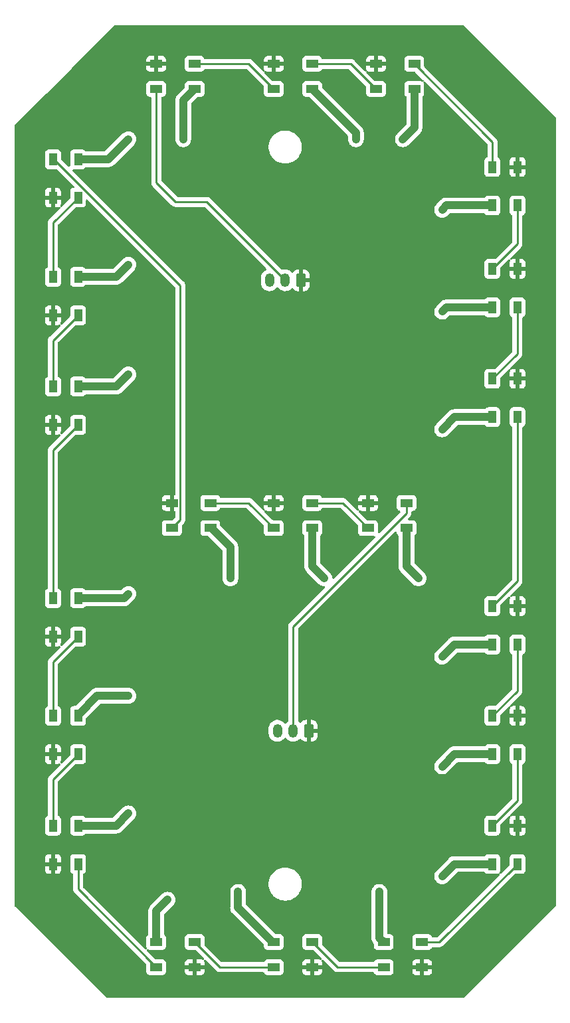
<source format=gtl>
G04 #@! TF.GenerationSoftware,KiCad,Pcbnew,6.0.2+dfsg-1*
G04 #@! TF.CreationDate,2022-10-20T18:04:04-07:00*
G04 #@! TF.ProjectId,digit,64696769-742e-46b6-9963-61645f706362,rev?*
G04 #@! TF.SameCoordinates,Original*
G04 #@! TF.FileFunction,Copper,L1,Top*
G04 #@! TF.FilePolarity,Positive*
%FSLAX46Y46*%
G04 Gerber Fmt 4.6, Leading zero omitted, Abs format (unit mm)*
G04 Created by KiCad (PCBNEW 6.0.2+dfsg-1) date 2022-10-20 18:04:04*
%MOMM*%
%LPD*%
G01*
G04 APERTURE LIST*
G04 Aperture macros list*
%AMRoundRect*
0 Rectangle with rounded corners*
0 $1 Rounding radius*
0 $2 $3 $4 $5 $6 $7 $8 $9 X,Y pos of 4 corners*
0 Add a 4 corners polygon primitive as box body*
4,1,4,$2,$3,$4,$5,$6,$7,$8,$9,$2,$3,0*
0 Add four circle primitives for the rounded corners*
1,1,$1+$1,$2,$3*
1,1,$1+$1,$4,$5*
1,1,$1+$1,$6,$7*
1,1,$1+$1,$8,$9*
0 Add four rect primitives between the rounded corners*
20,1,$1+$1,$2,$3,$4,$5,0*
20,1,$1+$1,$4,$5,$6,$7,0*
20,1,$1+$1,$6,$7,$8,$9,0*
20,1,$1+$1,$8,$9,$2,$3,0*%
G04 Aperture macros list end*
G04 #@! TA.AperFunction,SMDPad,CuDef*
%ADD10R,1.000000X1.500000*%
G04 #@! TD*
G04 #@! TA.AperFunction,SMDPad,CuDef*
%ADD11R,1.500000X1.000000*%
G04 #@! TD*
G04 #@! TA.AperFunction,ComponentPad*
%ADD12RoundRect,0.250000X0.350000X0.625000X-0.350000X0.625000X-0.350000X-0.625000X0.350000X-0.625000X0*%
G04 #@! TD*
G04 #@! TA.AperFunction,ComponentPad*
%ADD13O,1.200000X1.750000*%
G04 #@! TD*
G04 #@! TA.AperFunction,ViaPad*
%ADD14C,0.800000*%
G04 #@! TD*
G04 #@! TA.AperFunction,Conductor*
%ADD15C,1.000000*%
G04 #@! TD*
G04 #@! TA.AperFunction,Conductor*
%ADD16C,0.250000*%
G04 #@! TD*
G04 APERTURE END LIST*
D10*
X76600000Y-131550000D03*
X73400000Y-131550000D03*
X73400000Y-136450000D03*
X76600000Y-136450000D03*
X129400000Y-122450000D03*
X132600000Y-122450000D03*
X132600000Y-117550000D03*
X129400000Y-117550000D03*
X76600000Y-75550000D03*
X73400000Y-75550000D03*
X73400000Y-80450000D03*
X76600000Y-80450000D03*
X129400000Y-66450000D03*
X132600000Y-66450000D03*
X132600000Y-61550000D03*
X129400000Y-61550000D03*
X76600000Y-60550000D03*
X73400000Y-60550000D03*
X73400000Y-65450000D03*
X76600000Y-65450000D03*
X76600000Y-145550000D03*
X73400000Y-145550000D03*
X73400000Y-150450000D03*
X76600000Y-150450000D03*
D11*
X91450000Y-51600000D03*
X91450000Y-48400000D03*
X86550000Y-48400000D03*
X86550000Y-51600000D03*
X119450000Y-51600000D03*
X119450000Y-48400000D03*
X114550000Y-48400000D03*
X114550000Y-51600000D03*
D10*
X129400000Y-79450000D03*
X132600000Y-79450000D03*
X132600000Y-74550000D03*
X129400000Y-74550000D03*
D11*
X106450000Y-51600000D03*
X106450000Y-48400000D03*
X101550000Y-48400000D03*
X101550000Y-51600000D03*
X118450000Y-107600000D03*
X118450000Y-104400000D03*
X113550000Y-104400000D03*
X113550000Y-107600000D03*
D10*
X129400000Y-93450000D03*
X132600000Y-93450000D03*
X132600000Y-88550000D03*
X129400000Y-88550000D03*
D11*
X101550000Y-160400000D03*
X101550000Y-163600000D03*
X106450000Y-163600000D03*
X106450000Y-160400000D03*
D10*
X76600000Y-116550000D03*
X73400000Y-116550000D03*
X73400000Y-121450000D03*
X76600000Y-121450000D03*
D11*
X93450000Y-107600000D03*
X93450000Y-104400000D03*
X88550000Y-104400000D03*
X88550000Y-107600000D03*
D10*
X129400000Y-136450000D03*
X132600000Y-136450000D03*
X132600000Y-131550000D03*
X129400000Y-131550000D03*
D11*
X115550000Y-160400000D03*
X115550000Y-163600000D03*
X120450000Y-163600000D03*
X120450000Y-160400000D03*
D10*
X129400000Y-150450000D03*
X132600000Y-150450000D03*
X132600000Y-145550000D03*
X129400000Y-145550000D03*
D11*
X86550000Y-160400000D03*
X86550000Y-163600000D03*
X91450000Y-163600000D03*
X91450000Y-160400000D03*
D10*
X76600000Y-89550000D03*
X73400000Y-89550000D03*
X73400000Y-94450000D03*
X76600000Y-94450000D03*
D11*
X106450000Y-107600000D03*
X106450000Y-104400000D03*
X101550000Y-104400000D03*
X101550000Y-107600000D03*
D12*
X105000000Y-76000000D03*
D13*
X103000000Y-76000000D03*
X101000000Y-76000000D03*
D12*
X106000000Y-133450000D03*
D13*
X104000000Y-133450000D03*
X102000000Y-133450000D03*
D14*
X97000000Y-154000000D03*
X83000000Y-58000000D03*
X123000000Y-124000000D03*
X123000000Y-80000000D03*
X123000000Y-152000000D03*
X112000000Y-58000000D03*
X88000000Y-155000000D03*
X83000000Y-74000000D03*
X96000000Y-114000000D03*
X90000000Y-58000000D03*
X83000000Y-88000000D03*
X83000000Y-129000000D03*
X118000000Y-58000000D03*
X123000000Y-67000000D03*
X120000000Y-114000000D03*
X115000000Y-154000000D03*
X83000000Y-116000000D03*
X108000000Y-114000000D03*
X123000000Y-138000000D03*
X83000000Y-144000000D03*
X123000000Y-95000000D03*
D15*
X83000000Y-116000000D02*
X82450000Y-116550000D01*
X123000000Y-124000000D02*
X124550000Y-122450000D01*
X124550000Y-136450000D02*
X129400000Y-136450000D01*
X97000000Y-154000000D02*
X97000000Y-156000000D01*
X83000000Y-74000000D02*
X81450000Y-75550000D01*
X90000000Y-53050000D02*
X91450000Y-51600000D01*
X115000000Y-159850000D02*
X115550000Y-160400000D01*
X81450000Y-89550000D02*
X76600000Y-89550000D01*
X120000000Y-114000000D02*
X118450000Y-112450000D01*
X112000000Y-58000000D02*
X112000000Y-57150000D01*
X123550000Y-79450000D02*
X129400000Y-79450000D01*
X80450000Y-60550000D02*
X76600000Y-60550000D01*
X86550000Y-156450000D02*
X86550000Y-160400000D01*
X123000000Y-67000000D02*
X123550000Y-66450000D01*
X106450000Y-112450000D02*
X106450000Y-107600000D01*
X118450000Y-112450000D02*
X118450000Y-107600000D01*
X124550000Y-150450000D02*
X129400000Y-150450000D01*
X90000000Y-58000000D02*
X90000000Y-53050000D01*
X76600000Y-131400000D02*
X76600000Y-131550000D01*
X124550000Y-122450000D02*
X129400000Y-122450000D01*
X83000000Y-144000000D02*
X81450000Y-145550000D01*
X93600000Y-107600000D02*
X93450000Y-107600000D01*
X101400000Y-160400000D02*
X101550000Y-160400000D01*
X96000000Y-110000000D02*
X93600000Y-107600000D01*
X81450000Y-75550000D02*
X76600000Y-75550000D01*
X88000000Y-155000000D02*
X86550000Y-156450000D01*
X124550000Y-93450000D02*
X129400000Y-93450000D01*
X81450000Y-145550000D02*
X76600000Y-145550000D01*
X96000000Y-114000000D02*
X96000000Y-110000000D01*
X83000000Y-88000000D02*
X81450000Y-89550000D01*
X115000000Y-154000000D02*
X115000000Y-159850000D01*
X123000000Y-152000000D02*
X124550000Y-150450000D01*
X83000000Y-129000000D02*
X79000000Y-129000000D01*
X97000000Y-156000000D02*
X101400000Y-160400000D01*
X123000000Y-138000000D02*
X124550000Y-136450000D01*
X83000000Y-58000000D02*
X80450000Y-60550000D01*
X123550000Y-66450000D02*
X129400000Y-66450000D01*
X79000000Y-129000000D02*
X76600000Y-131400000D01*
X112000000Y-57150000D02*
X106450000Y-51600000D01*
X82450000Y-116550000D02*
X76600000Y-116550000D01*
X118000000Y-58000000D02*
X119450000Y-56550000D01*
X123000000Y-95000000D02*
X124550000Y-93450000D01*
X123000000Y-80000000D02*
X123550000Y-79450000D01*
X119450000Y-56550000D02*
X119450000Y-51600000D01*
X108000000Y-114000000D02*
X106450000Y-112450000D01*
D16*
X98350000Y-48400000D02*
X101550000Y-51600000D01*
X91450000Y-48400000D02*
X98350000Y-48400000D01*
X86550000Y-63550000D02*
X86550000Y-51600000D01*
X103000000Y-76000000D02*
X93000000Y-66000000D01*
X93000000Y-66000000D02*
X89000000Y-66000000D01*
X89000000Y-66000000D02*
X86550000Y-63550000D01*
X111350000Y-48400000D02*
X114550000Y-51600000D01*
X106450000Y-48400000D02*
X111350000Y-48400000D01*
X129400000Y-58350000D02*
X129400000Y-61550000D01*
X119450000Y-48400000D02*
X129400000Y-58350000D01*
X132600000Y-66450000D02*
X132600000Y-71350000D01*
X132600000Y-71350000D02*
X129400000Y-74550000D01*
X132600000Y-79450000D02*
X132600000Y-85350000D01*
X132600000Y-85350000D02*
X129400000Y-88550000D01*
X132600000Y-93450000D02*
X132600000Y-114350000D01*
X132600000Y-114350000D02*
X129400000Y-117550000D01*
X132600000Y-122450000D02*
X132600000Y-128350000D01*
X132600000Y-128350000D02*
X129400000Y-131550000D01*
X132600000Y-142350000D02*
X129400000Y-145550000D01*
X132600000Y-136450000D02*
X132600000Y-142350000D01*
X122650000Y-160400000D02*
X120450000Y-160400000D01*
X132600000Y-150450000D02*
X122650000Y-160400000D01*
X109650000Y-163600000D02*
X106450000Y-160400000D01*
X115550000Y-163600000D02*
X109650000Y-163600000D01*
X101550000Y-163600000D02*
X94650000Y-163600000D01*
X94650000Y-163600000D02*
X91450000Y-160400000D01*
X86550000Y-163600000D02*
X76600000Y-153650000D01*
X76600000Y-153650000D02*
X76600000Y-150450000D01*
X73400000Y-145550000D02*
X73400000Y-139650000D01*
X73400000Y-139650000D02*
X76600000Y-136450000D01*
X73400000Y-131550000D02*
X73400000Y-124650000D01*
X73400000Y-124650000D02*
X76600000Y-121450000D01*
X73400000Y-116550000D02*
X73400000Y-97650000D01*
X73400000Y-97650000D02*
X76600000Y-94450000D01*
X73400000Y-89550000D02*
X73400000Y-83650000D01*
X73400000Y-83650000D02*
X76600000Y-80450000D01*
X73400000Y-68650000D02*
X76600000Y-65450000D01*
X73400000Y-75550000D02*
X73400000Y-68650000D01*
X89624511Y-76624511D02*
X89624511Y-106525489D01*
X89624511Y-106525489D02*
X88550000Y-107600000D01*
X73400000Y-60550000D02*
X73550000Y-60550000D01*
X73550000Y-60550000D02*
X89624511Y-76624511D01*
X93450000Y-104400000D02*
X98350000Y-104400000D01*
X98350000Y-104400000D02*
X101550000Y-107600000D01*
X110350000Y-104400000D02*
X113550000Y-107600000D01*
X106450000Y-104400000D02*
X110350000Y-104400000D01*
X104000000Y-120150978D02*
X104000000Y-133450000D01*
X118450000Y-104400000D02*
X118450000Y-105700978D01*
X118450000Y-105700978D02*
X104000000Y-120150978D01*
G04 #@! TA.AperFunction,Conductor*
G36*
X125805511Y-43528002D02*
G01*
X125826485Y-43544905D01*
X137455095Y-55173516D01*
X137489121Y-55235828D01*
X137492000Y-55262611D01*
X137492000Y-155737389D01*
X137471998Y-155805510D01*
X137455095Y-155826484D01*
X125826485Y-167455095D01*
X125764173Y-167489121D01*
X125737390Y-167492000D01*
X80262611Y-167492000D01*
X80194490Y-167471998D01*
X80173516Y-167455095D01*
X68544905Y-155826485D01*
X68510879Y-155764173D01*
X68508000Y-155737390D01*
X68508000Y-151244669D01*
X72392001Y-151244669D01*
X72392371Y-151251490D01*
X72397895Y-151302352D01*
X72401521Y-151317604D01*
X72446676Y-151438054D01*
X72455214Y-151453649D01*
X72531715Y-151555724D01*
X72544276Y-151568285D01*
X72646351Y-151644786D01*
X72661946Y-151653324D01*
X72782394Y-151698478D01*
X72797649Y-151702105D01*
X72848514Y-151707631D01*
X72855328Y-151708000D01*
X73127885Y-151708000D01*
X73143124Y-151703525D01*
X73144329Y-151702135D01*
X73146000Y-151694452D01*
X73146000Y-151689884D01*
X73654000Y-151689884D01*
X73658475Y-151705123D01*
X73659865Y-151706328D01*
X73667548Y-151707999D01*
X73944669Y-151707999D01*
X73951490Y-151707629D01*
X74002352Y-151702105D01*
X74017604Y-151698479D01*
X74138054Y-151653324D01*
X74153649Y-151644786D01*
X74255724Y-151568285D01*
X74268285Y-151555724D01*
X74344786Y-151453649D01*
X74353324Y-151438054D01*
X74398478Y-151317606D01*
X74402105Y-151302351D01*
X74407631Y-151251486D01*
X74407813Y-151248134D01*
X75591500Y-151248134D01*
X75598255Y-151310316D01*
X75649385Y-151446705D01*
X75736739Y-151563261D01*
X75853295Y-151650615D01*
X75861703Y-151653767D01*
X75861707Y-151653769D01*
X75884731Y-151662401D01*
X75941495Y-151705043D01*
X75966194Y-151771605D01*
X75966500Y-151780382D01*
X75966500Y-153571233D01*
X75965973Y-153582416D01*
X75964298Y-153589909D01*
X75964547Y-153597835D01*
X75964547Y-153597836D01*
X75966438Y-153657986D01*
X75966500Y-153661945D01*
X75966500Y-153689856D01*
X75966997Y-153693790D01*
X75966997Y-153693791D01*
X75967005Y-153693856D01*
X75967938Y-153705693D01*
X75969327Y-153749889D01*
X75974978Y-153769339D01*
X75978987Y-153788700D01*
X75981526Y-153808797D01*
X75984445Y-153816168D01*
X75984445Y-153816170D01*
X75997804Y-153849912D01*
X76001649Y-153861142D01*
X76013982Y-153903593D01*
X76018015Y-153910412D01*
X76018017Y-153910417D01*
X76024293Y-153921028D01*
X76032988Y-153938776D01*
X76040448Y-153957617D01*
X76045110Y-153964033D01*
X76045110Y-153964034D01*
X76066436Y-153993387D01*
X76072952Y-154003307D01*
X76095458Y-154041362D01*
X76109779Y-154055683D01*
X76122619Y-154070716D01*
X76134528Y-154087107D01*
X76140634Y-154092158D01*
X76168605Y-154115298D01*
X76177384Y-154123288D01*
X85254595Y-163200500D01*
X85288621Y-163262812D01*
X85291500Y-163289595D01*
X85291500Y-164148134D01*
X85298255Y-164210316D01*
X85349385Y-164346705D01*
X85436739Y-164463261D01*
X85553295Y-164550615D01*
X85689684Y-164601745D01*
X85751866Y-164608500D01*
X87348134Y-164608500D01*
X87410316Y-164601745D01*
X87546705Y-164550615D01*
X87663261Y-164463261D01*
X87750615Y-164346705D01*
X87801745Y-164210316D01*
X87808500Y-164148134D01*
X87808500Y-164144669D01*
X90192001Y-164144669D01*
X90192371Y-164151490D01*
X90197895Y-164202352D01*
X90201521Y-164217604D01*
X90246676Y-164338054D01*
X90255214Y-164353649D01*
X90331715Y-164455724D01*
X90344276Y-164468285D01*
X90446351Y-164544786D01*
X90461946Y-164553324D01*
X90582394Y-164598478D01*
X90597649Y-164602105D01*
X90648514Y-164607631D01*
X90655328Y-164608000D01*
X91177885Y-164608000D01*
X91193124Y-164603525D01*
X91194329Y-164602135D01*
X91196000Y-164594452D01*
X91196000Y-164589884D01*
X91704000Y-164589884D01*
X91708475Y-164605123D01*
X91709865Y-164606328D01*
X91717548Y-164607999D01*
X92244669Y-164607999D01*
X92251490Y-164607629D01*
X92302352Y-164602105D01*
X92317604Y-164598479D01*
X92438054Y-164553324D01*
X92453649Y-164544786D01*
X92555724Y-164468285D01*
X92568285Y-164455724D01*
X92644786Y-164353649D01*
X92653324Y-164338054D01*
X92698478Y-164217606D01*
X92702105Y-164202351D01*
X92707631Y-164151486D01*
X92708000Y-164144672D01*
X92708000Y-163872115D01*
X92703525Y-163856876D01*
X92702135Y-163855671D01*
X92694452Y-163854000D01*
X91722115Y-163854000D01*
X91706876Y-163858475D01*
X91705671Y-163859865D01*
X91704000Y-163867548D01*
X91704000Y-164589884D01*
X91196000Y-164589884D01*
X91196000Y-163872115D01*
X91191525Y-163856876D01*
X91190135Y-163855671D01*
X91182452Y-163854000D01*
X90210116Y-163854000D01*
X90194877Y-163858475D01*
X90193672Y-163859865D01*
X90192001Y-163867548D01*
X90192001Y-164144669D01*
X87808500Y-164144669D01*
X87808500Y-163327885D01*
X90192000Y-163327885D01*
X90196475Y-163343124D01*
X90197865Y-163344329D01*
X90205548Y-163346000D01*
X91177885Y-163346000D01*
X91193124Y-163341525D01*
X91194329Y-163340135D01*
X91196000Y-163332452D01*
X91196000Y-162610116D01*
X91191525Y-162594877D01*
X91190135Y-162593672D01*
X91182452Y-162592001D01*
X90655331Y-162592001D01*
X90648510Y-162592371D01*
X90597648Y-162597895D01*
X90582396Y-162601521D01*
X90461946Y-162646676D01*
X90446351Y-162655214D01*
X90344276Y-162731715D01*
X90331715Y-162744276D01*
X90255214Y-162846351D01*
X90246676Y-162861946D01*
X90201522Y-162982394D01*
X90197895Y-162997649D01*
X90192369Y-163048514D01*
X90192000Y-163055328D01*
X90192000Y-163327885D01*
X87808500Y-163327885D01*
X87808500Y-163051866D01*
X87801745Y-162989684D01*
X87750615Y-162853295D01*
X87663261Y-162736739D01*
X87546705Y-162649385D01*
X87410316Y-162598255D01*
X87348134Y-162591500D01*
X86489594Y-162591500D01*
X86421473Y-162571498D01*
X86400499Y-162554595D01*
X85379874Y-161533970D01*
X85345848Y-161471658D01*
X85350913Y-161400843D01*
X85393460Y-161344007D01*
X85459980Y-161319196D01*
X85529354Y-161334287D01*
X85544534Y-161344049D01*
X85553295Y-161350615D01*
X85689684Y-161401745D01*
X85751866Y-161408500D01*
X86490127Y-161408500D01*
X86503297Y-161409190D01*
X86536796Y-161412711D01*
X86536798Y-161412711D01*
X86542925Y-161413355D01*
X86590570Y-161409019D01*
X86601990Y-161408500D01*
X87348134Y-161408500D01*
X87410316Y-161401745D01*
X87546705Y-161350615D01*
X87663261Y-161263261D01*
X87750615Y-161146705D01*
X87801745Y-161010316D01*
X87808500Y-160948134D01*
X90191500Y-160948134D01*
X90198255Y-161010316D01*
X90249385Y-161146705D01*
X90336739Y-161263261D01*
X90453295Y-161350615D01*
X90589684Y-161401745D01*
X90651866Y-161408500D01*
X91510406Y-161408500D01*
X91578527Y-161428502D01*
X91599501Y-161445405D01*
X92622621Y-162468525D01*
X92656647Y-162530837D01*
X92651582Y-162601652D01*
X92609035Y-162658488D01*
X92542515Y-162683299D01*
X92473141Y-162668208D01*
X92457961Y-162658446D01*
X92453649Y-162655214D01*
X92438054Y-162646676D01*
X92317606Y-162601522D01*
X92302351Y-162597895D01*
X92251486Y-162592369D01*
X92244672Y-162592000D01*
X91722115Y-162592000D01*
X91706876Y-162596475D01*
X91705671Y-162597865D01*
X91704000Y-162605548D01*
X91704000Y-163327885D01*
X91708475Y-163343124D01*
X91709865Y-163344329D01*
X91717548Y-163346000D01*
X92689884Y-163346000D01*
X92705123Y-163341525D01*
X92706328Y-163340135D01*
X92707999Y-163332452D01*
X92707999Y-163055331D01*
X92707629Y-163048510D01*
X92702105Y-162997648D01*
X92698479Y-162982396D01*
X92653324Y-162861946D01*
X92644786Y-162846351D01*
X92641554Y-162842039D01*
X92616706Y-162775532D01*
X92631759Y-162706150D01*
X92681933Y-162655920D01*
X92751299Y-162640790D01*
X92817833Y-162665564D01*
X92831475Y-162677379D01*
X94146343Y-163992247D01*
X94153887Y-164000537D01*
X94158000Y-164007018D01*
X94163777Y-164012443D01*
X94207667Y-164053658D01*
X94210509Y-164056413D01*
X94230230Y-164076134D01*
X94233425Y-164078612D01*
X94242447Y-164086318D01*
X94274679Y-164116586D01*
X94281628Y-164120406D01*
X94292432Y-164126346D01*
X94308956Y-164137199D01*
X94324959Y-164149613D01*
X94365543Y-164167176D01*
X94376173Y-164172383D01*
X94414940Y-164193695D01*
X94422617Y-164195666D01*
X94422622Y-164195668D01*
X94434558Y-164198732D01*
X94453266Y-164205137D01*
X94471855Y-164213181D01*
X94479680Y-164214420D01*
X94479682Y-164214421D01*
X94515519Y-164220097D01*
X94527140Y-164222504D01*
X94562289Y-164231528D01*
X94569970Y-164233500D01*
X94590231Y-164233500D01*
X94609940Y-164235051D01*
X94629943Y-164238219D01*
X94637835Y-164237473D01*
X94643062Y-164236979D01*
X94673954Y-164234059D01*
X94685811Y-164233500D01*
X100219618Y-164233500D01*
X100287739Y-164253502D01*
X100334232Y-164307158D01*
X100337599Y-164315269D01*
X100346231Y-164338293D01*
X100349385Y-164346705D01*
X100436739Y-164463261D01*
X100553295Y-164550615D01*
X100689684Y-164601745D01*
X100751866Y-164608500D01*
X102348134Y-164608500D01*
X102410316Y-164601745D01*
X102546705Y-164550615D01*
X102663261Y-164463261D01*
X102750615Y-164346705D01*
X102801745Y-164210316D01*
X102808500Y-164148134D01*
X102808500Y-164144669D01*
X105192001Y-164144669D01*
X105192371Y-164151490D01*
X105197895Y-164202352D01*
X105201521Y-164217604D01*
X105246676Y-164338054D01*
X105255214Y-164353649D01*
X105331715Y-164455724D01*
X105344276Y-164468285D01*
X105446351Y-164544786D01*
X105461946Y-164553324D01*
X105582394Y-164598478D01*
X105597649Y-164602105D01*
X105648514Y-164607631D01*
X105655328Y-164608000D01*
X106177885Y-164608000D01*
X106193124Y-164603525D01*
X106194329Y-164602135D01*
X106196000Y-164594452D01*
X106196000Y-164589884D01*
X106704000Y-164589884D01*
X106708475Y-164605123D01*
X106709865Y-164606328D01*
X106717548Y-164607999D01*
X107244669Y-164607999D01*
X107251490Y-164607629D01*
X107302352Y-164602105D01*
X107317604Y-164598479D01*
X107438054Y-164553324D01*
X107453649Y-164544786D01*
X107555724Y-164468285D01*
X107568285Y-164455724D01*
X107644786Y-164353649D01*
X107653324Y-164338054D01*
X107698478Y-164217606D01*
X107702105Y-164202351D01*
X107707631Y-164151486D01*
X107708000Y-164144672D01*
X107708000Y-163872115D01*
X107703525Y-163856876D01*
X107702135Y-163855671D01*
X107694452Y-163854000D01*
X106722115Y-163854000D01*
X106706876Y-163858475D01*
X106705671Y-163859865D01*
X106704000Y-163867548D01*
X106704000Y-164589884D01*
X106196000Y-164589884D01*
X106196000Y-163872115D01*
X106191525Y-163856876D01*
X106190135Y-163855671D01*
X106182452Y-163854000D01*
X105210116Y-163854000D01*
X105194877Y-163858475D01*
X105193672Y-163859865D01*
X105192001Y-163867548D01*
X105192001Y-164144669D01*
X102808500Y-164144669D01*
X102808500Y-163327885D01*
X105192000Y-163327885D01*
X105196475Y-163343124D01*
X105197865Y-163344329D01*
X105205548Y-163346000D01*
X106177885Y-163346000D01*
X106193124Y-163341525D01*
X106194329Y-163340135D01*
X106196000Y-163332452D01*
X106196000Y-162610116D01*
X106191525Y-162594877D01*
X106190135Y-162593672D01*
X106182452Y-162592001D01*
X105655331Y-162592001D01*
X105648510Y-162592371D01*
X105597648Y-162597895D01*
X105582396Y-162601521D01*
X105461946Y-162646676D01*
X105446351Y-162655214D01*
X105344276Y-162731715D01*
X105331715Y-162744276D01*
X105255214Y-162846351D01*
X105246676Y-162861946D01*
X105201522Y-162982394D01*
X105197895Y-162997649D01*
X105192369Y-163048514D01*
X105192000Y-163055328D01*
X105192000Y-163327885D01*
X102808500Y-163327885D01*
X102808500Y-163051866D01*
X102801745Y-162989684D01*
X102750615Y-162853295D01*
X102663261Y-162736739D01*
X102546705Y-162649385D01*
X102410316Y-162598255D01*
X102348134Y-162591500D01*
X100751866Y-162591500D01*
X100689684Y-162598255D01*
X100553295Y-162649385D01*
X100436739Y-162736739D01*
X100349385Y-162853295D01*
X100346233Y-162861703D01*
X100346231Y-162861707D01*
X100337599Y-162884731D01*
X100294957Y-162941495D01*
X100228395Y-162966194D01*
X100219618Y-162966500D01*
X94964595Y-162966500D01*
X94896474Y-162946498D01*
X94875500Y-162929595D01*
X92745405Y-160799500D01*
X92711379Y-160737188D01*
X92708500Y-160710405D01*
X92708500Y-159851866D01*
X92701745Y-159789684D01*
X92650615Y-159653295D01*
X92563261Y-159536739D01*
X92446705Y-159449385D01*
X92310316Y-159398255D01*
X92248134Y-159391500D01*
X90651866Y-159391500D01*
X90589684Y-159398255D01*
X90453295Y-159449385D01*
X90336739Y-159536739D01*
X90249385Y-159653295D01*
X90198255Y-159789684D01*
X90191500Y-159851866D01*
X90191500Y-160948134D01*
X87808500Y-160948134D01*
X87808500Y-159851866D01*
X87801745Y-159789684D01*
X87750615Y-159653295D01*
X87663261Y-159536739D01*
X87608935Y-159496024D01*
X87566420Y-159439165D01*
X87558500Y-159395198D01*
X87558500Y-156919925D01*
X87578502Y-156851804D01*
X87595405Y-156830830D01*
X88436846Y-155989388D01*
X95986676Y-155989388D01*
X95987213Y-155995523D01*
X95991050Y-156039388D01*
X95991379Y-156044214D01*
X95991500Y-156046686D01*
X95991500Y-156049769D01*
X95991801Y-156052837D01*
X95995690Y-156092506D01*
X95995812Y-156093819D01*
X95998942Y-156129594D01*
X96003913Y-156186413D01*
X96005400Y-156191532D01*
X96005920Y-156196833D01*
X96032791Y-156285834D01*
X96033126Y-156286967D01*
X96050129Y-156345489D01*
X96059091Y-156376336D01*
X96061544Y-156381068D01*
X96063084Y-156386169D01*
X96065978Y-156391612D01*
X96106731Y-156468260D01*
X96107343Y-156469426D01*
X96150108Y-156551926D01*
X96153431Y-156556089D01*
X96155934Y-156560796D01*
X96214755Y-156632918D01*
X96215446Y-156633774D01*
X96246738Y-156672973D01*
X96249242Y-156675477D01*
X96249884Y-156676195D01*
X96253585Y-156680528D01*
X96280935Y-156714062D01*
X96285682Y-156717989D01*
X96285684Y-156717991D01*
X96316262Y-156743287D01*
X96325042Y-156751277D01*
X100254595Y-160680829D01*
X100288621Y-160743141D01*
X100291500Y-160769924D01*
X100291500Y-160948134D01*
X100298255Y-161010316D01*
X100349385Y-161146705D01*
X100436739Y-161263261D01*
X100553295Y-161350615D01*
X100689684Y-161401745D01*
X100751866Y-161408500D01*
X101342095Y-161408500D01*
X101354828Y-161409145D01*
X101390335Y-161412752D01*
X101390340Y-161412752D01*
X101396463Y-161413374D01*
X101442112Y-161409059D01*
X101453969Y-161408500D01*
X102348134Y-161408500D01*
X102410316Y-161401745D01*
X102546705Y-161350615D01*
X102663261Y-161263261D01*
X102750615Y-161146705D01*
X102801745Y-161010316D01*
X102808500Y-160948134D01*
X105191500Y-160948134D01*
X105198255Y-161010316D01*
X105249385Y-161146705D01*
X105336739Y-161263261D01*
X105453295Y-161350615D01*
X105589684Y-161401745D01*
X105651866Y-161408500D01*
X106510406Y-161408500D01*
X106578527Y-161428502D01*
X106599501Y-161445405D01*
X107622621Y-162468525D01*
X107656647Y-162530837D01*
X107651582Y-162601652D01*
X107609035Y-162658488D01*
X107542515Y-162683299D01*
X107473141Y-162668208D01*
X107457961Y-162658446D01*
X107453649Y-162655214D01*
X107438054Y-162646676D01*
X107317606Y-162601522D01*
X107302351Y-162597895D01*
X107251486Y-162592369D01*
X107244672Y-162592000D01*
X106722115Y-162592000D01*
X106706876Y-162596475D01*
X106705671Y-162597865D01*
X106704000Y-162605548D01*
X106704000Y-163327885D01*
X106708475Y-163343124D01*
X106709865Y-163344329D01*
X106717548Y-163346000D01*
X107689884Y-163346000D01*
X107705123Y-163341525D01*
X107706328Y-163340135D01*
X107707999Y-163332452D01*
X107707999Y-163055331D01*
X107707629Y-163048510D01*
X107702105Y-162997648D01*
X107698479Y-162982396D01*
X107653324Y-162861946D01*
X107644786Y-162846351D01*
X107641554Y-162842039D01*
X107616706Y-162775532D01*
X107631759Y-162706150D01*
X107681933Y-162655920D01*
X107751299Y-162640790D01*
X107817833Y-162665564D01*
X107831475Y-162677379D01*
X109146343Y-163992247D01*
X109153887Y-164000537D01*
X109158000Y-164007018D01*
X109163777Y-164012443D01*
X109207667Y-164053658D01*
X109210509Y-164056413D01*
X109230230Y-164076134D01*
X109233425Y-164078612D01*
X109242447Y-164086318D01*
X109274679Y-164116586D01*
X109281628Y-164120406D01*
X109292432Y-164126346D01*
X109308956Y-164137199D01*
X109324959Y-164149613D01*
X109365543Y-164167176D01*
X109376173Y-164172383D01*
X109414940Y-164193695D01*
X109422617Y-164195666D01*
X109422622Y-164195668D01*
X109434558Y-164198732D01*
X109453266Y-164205137D01*
X109471855Y-164213181D01*
X109479680Y-164214420D01*
X109479682Y-164214421D01*
X109515519Y-164220097D01*
X109527140Y-164222504D01*
X109562289Y-164231528D01*
X109569970Y-164233500D01*
X109590231Y-164233500D01*
X109609940Y-164235051D01*
X109629943Y-164238219D01*
X109637835Y-164237473D01*
X109643062Y-164236979D01*
X109673954Y-164234059D01*
X109685811Y-164233500D01*
X114219618Y-164233500D01*
X114287739Y-164253502D01*
X114334232Y-164307158D01*
X114337599Y-164315269D01*
X114346231Y-164338293D01*
X114349385Y-164346705D01*
X114436739Y-164463261D01*
X114553295Y-164550615D01*
X114689684Y-164601745D01*
X114751866Y-164608500D01*
X116348134Y-164608500D01*
X116410316Y-164601745D01*
X116546705Y-164550615D01*
X116663261Y-164463261D01*
X116750615Y-164346705D01*
X116801745Y-164210316D01*
X116808500Y-164148134D01*
X116808500Y-164144669D01*
X119192001Y-164144669D01*
X119192371Y-164151490D01*
X119197895Y-164202352D01*
X119201521Y-164217604D01*
X119246676Y-164338054D01*
X119255214Y-164353649D01*
X119331715Y-164455724D01*
X119344276Y-164468285D01*
X119446351Y-164544786D01*
X119461946Y-164553324D01*
X119582394Y-164598478D01*
X119597649Y-164602105D01*
X119648514Y-164607631D01*
X119655328Y-164608000D01*
X120177885Y-164608000D01*
X120193124Y-164603525D01*
X120194329Y-164602135D01*
X120196000Y-164594452D01*
X120196000Y-164589884D01*
X120704000Y-164589884D01*
X120708475Y-164605123D01*
X120709865Y-164606328D01*
X120717548Y-164607999D01*
X121244669Y-164607999D01*
X121251490Y-164607629D01*
X121302352Y-164602105D01*
X121317604Y-164598479D01*
X121438054Y-164553324D01*
X121453649Y-164544786D01*
X121555724Y-164468285D01*
X121568285Y-164455724D01*
X121644786Y-164353649D01*
X121653324Y-164338054D01*
X121698478Y-164217606D01*
X121702105Y-164202351D01*
X121707631Y-164151486D01*
X121708000Y-164144672D01*
X121708000Y-163872115D01*
X121703525Y-163856876D01*
X121702135Y-163855671D01*
X121694452Y-163854000D01*
X120722115Y-163854000D01*
X120706876Y-163858475D01*
X120705671Y-163859865D01*
X120704000Y-163867548D01*
X120704000Y-164589884D01*
X120196000Y-164589884D01*
X120196000Y-163872115D01*
X120191525Y-163856876D01*
X120190135Y-163855671D01*
X120182452Y-163854000D01*
X119210116Y-163854000D01*
X119194877Y-163858475D01*
X119193672Y-163859865D01*
X119192001Y-163867548D01*
X119192001Y-164144669D01*
X116808500Y-164144669D01*
X116808500Y-163327885D01*
X119192000Y-163327885D01*
X119196475Y-163343124D01*
X119197865Y-163344329D01*
X119205548Y-163346000D01*
X120177885Y-163346000D01*
X120193124Y-163341525D01*
X120194329Y-163340135D01*
X120196000Y-163332452D01*
X120196000Y-163327885D01*
X120704000Y-163327885D01*
X120708475Y-163343124D01*
X120709865Y-163344329D01*
X120717548Y-163346000D01*
X121689884Y-163346000D01*
X121705123Y-163341525D01*
X121706328Y-163340135D01*
X121707999Y-163332452D01*
X121707999Y-163055331D01*
X121707629Y-163048510D01*
X121702105Y-162997648D01*
X121698479Y-162982396D01*
X121653324Y-162861946D01*
X121644786Y-162846351D01*
X121568285Y-162744276D01*
X121555724Y-162731715D01*
X121453649Y-162655214D01*
X121438054Y-162646676D01*
X121317606Y-162601522D01*
X121302351Y-162597895D01*
X121251486Y-162592369D01*
X121244672Y-162592000D01*
X120722115Y-162592000D01*
X120706876Y-162596475D01*
X120705671Y-162597865D01*
X120704000Y-162605548D01*
X120704000Y-163327885D01*
X120196000Y-163327885D01*
X120196000Y-162610116D01*
X120191525Y-162594877D01*
X120190135Y-162593672D01*
X120182452Y-162592001D01*
X119655331Y-162592001D01*
X119648510Y-162592371D01*
X119597648Y-162597895D01*
X119582396Y-162601521D01*
X119461946Y-162646676D01*
X119446351Y-162655214D01*
X119344276Y-162731715D01*
X119331715Y-162744276D01*
X119255214Y-162846351D01*
X119246676Y-162861946D01*
X119201522Y-162982394D01*
X119197895Y-162997649D01*
X119192369Y-163048514D01*
X119192000Y-163055328D01*
X119192000Y-163327885D01*
X116808500Y-163327885D01*
X116808500Y-163051866D01*
X116801745Y-162989684D01*
X116750615Y-162853295D01*
X116663261Y-162736739D01*
X116546705Y-162649385D01*
X116410316Y-162598255D01*
X116348134Y-162591500D01*
X114751866Y-162591500D01*
X114689684Y-162598255D01*
X114553295Y-162649385D01*
X114436739Y-162736739D01*
X114349385Y-162853295D01*
X114346233Y-162861703D01*
X114346231Y-162861707D01*
X114337599Y-162884731D01*
X114294957Y-162941495D01*
X114228395Y-162966194D01*
X114219618Y-162966500D01*
X109964595Y-162966500D01*
X109896474Y-162946498D01*
X109875500Y-162929595D01*
X107745405Y-160799500D01*
X107711379Y-160737188D01*
X107708500Y-160710405D01*
X107708500Y-159851866D01*
X107707144Y-159839388D01*
X113986676Y-159839388D01*
X113987768Y-159851866D01*
X113991050Y-159889388D01*
X113991379Y-159894214D01*
X113991500Y-159896686D01*
X113991500Y-159899769D01*
X113991801Y-159902837D01*
X113995690Y-159942506D01*
X113995812Y-159943819D01*
X114003913Y-160036413D01*
X114005400Y-160041532D01*
X114005920Y-160046833D01*
X114032791Y-160135834D01*
X114033126Y-160136967D01*
X114059091Y-160226336D01*
X114061544Y-160231068D01*
X114063084Y-160236169D01*
X114065978Y-160241612D01*
X114106731Y-160318260D01*
X114107343Y-160319426D01*
X114150108Y-160401926D01*
X114153431Y-160406089D01*
X114155934Y-160410796D01*
X114214755Y-160482918D01*
X114215446Y-160483774D01*
X114246738Y-160522973D01*
X114249242Y-160525477D01*
X114249884Y-160526195D01*
X114253606Y-160530553D01*
X114263146Y-160542251D01*
X114290697Y-160607683D01*
X114291500Y-160621883D01*
X114291500Y-160948134D01*
X114298255Y-161010316D01*
X114349385Y-161146705D01*
X114436739Y-161263261D01*
X114553295Y-161350615D01*
X114689684Y-161401745D01*
X114751866Y-161408500D01*
X115492104Y-161408500D01*
X115504837Y-161409145D01*
X115540334Y-161412751D01*
X115540339Y-161412751D01*
X115546462Y-161413373D01*
X115592101Y-161409059D01*
X115603957Y-161408500D01*
X116348134Y-161408500D01*
X116410316Y-161401745D01*
X116546705Y-161350615D01*
X116663261Y-161263261D01*
X116750615Y-161146705D01*
X116801745Y-161010316D01*
X116808500Y-160948134D01*
X119191500Y-160948134D01*
X119198255Y-161010316D01*
X119249385Y-161146705D01*
X119336739Y-161263261D01*
X119453295Y-161350615D01*
X119589684Y-161401745D01*
X119651866Y-161408500D01*
X121248134Y-161408500D01*
X121310316Y-161401745D01*
X121446705Y-161350615D01*
X121563261Y-161263261D01*
X121650615Y-161146705D01*
X121653769Y-161138293D01*
X121662401Y-161115269D01*
X121705043Y-161058505D01*
X121771605Y-161033806D01*
X121780382Y-161033500D01*
X122571233Y-161033500D01*
X122582416Y-161034027D01*
X122589909Y-161035702D01*
X122597835Y-161035453D01*
X122597836Y-161035453D01*
X122657986Y-161033562D01*
X122661945Y-161033500D01*
X122689856Y-161033500D01*
X122693791Y-161033003D01*
X122693856Y-161032995D01*
X122705693Y-161032062D01*
X122737951Y-161031048D01*
X122741970Y-161030922D01*
X122749889Y-161030673D01*
X122769343Y-161025021D01*
X122788700Y-161021013D01*
X122800930Y-161019468D01*
X122800931Y-161019468D01*
X122808797Y-161018474D01*
X122816168Y-161015555D01*
X122816170Y-161015555D01*
X122849912Y-161002196D01*
X122861142Y-160998351D01*
X122895983Y-160988229D01*
X122895984Y-160988229D01*
X122903593Y-160986018D01*
X122910412Y-160981985D01*
X122910417Y-160981983D01*
X122921028Y-160975707D01*
X122938776Y-160967012D01*
X122957617Y-160959552D01*
X122993387Y-160933564D01*
X123003307Y-160927048D01*
X123034535Y-160908580D01*
X123034538Y-160908578D01*
X123041362Y-160904542D01*
X123055683Y-160890221D01*
X123070717Y-160877380D01*
X123080694Y-160870131D01*
X123087107Y-160865472D01*
X123115298Y-160831395D01*
X123123288Y-160822616D01*
X132200500Y-151745405D01*
X132262812Y-151711379D01*
X132289595Y-151708500D01*
X133148134Y-151708500D01*
X133210316Y-151701745D01*
X133346705Y-151650615D01*
X133463261Y-151563261D01*
X133550615Y-151446705D01*
X133601745Y-151310316D01*
X133608500Y-151248134D01*
X133608500Y-149651866D01*
X133601745Y-149589684D01*
X133550615Y-149453295D01*
X133463261Y-149336739D01*
X133346705Y-149249385D01*
X133210316Y-149198255D01*
X133148134Y-149191500D01*
X132051866Y-149191500D01*
X131989684Y-149198255D01*
X131853295Y-149249385D01*
X131736739Y-149336739D01*
X131649385Y-149453295D01*
X131598255Y-149589684D01*
X131591500Y-149651866D01*
X131591500Y-150510406D01*
X131571498Y-150578527D01*
X131554595Y-150599501D01*
X130533970Y-151620126D01*
X130471658Y-151654152D01*
X130400843Y-151649087D01*
X130344007Y-151606540D01*
X130319196Y-151540020D01*
X130334287Y-151470646D01*
X130344049Y-151455466D01*
X130345229Y-151453891D01*
X130350615Y-151446705D01*
X130401745Y-151310316D01*
X130408500Y-151248134D01*
X130408500Y-150509873D01*
X130409190Y-150496703D01*
X130412711Y-150463204D01*
X130412711Y-150463202D01*
X130413355Y-150457075D01*
X130409019Y-150409430D01*
X130408500Y-150398010D01*
X130408500Y-149651866D01*
X130401745Y-149589684D01*
X130350615Y-149453295D01*
X130263261Y-149336739D01*
X130146705Y-149249385D01*
X130010316Y-149198255D01*
X129948134Y-149191500D01*
X128851866Y-149191500D01*
X128789684Y-149198255D01*
X128653295Y-149249385D01*
X128536739Y-149336739D01*
X128531358Y-149343919D01*
X128496024Y-149391065D01*
X128439165Y-149433580D01*
X128395198Y-149441500D01*
X124611843Y-149441500D01*
X124598236Y-149440763D01*
X124566738Y-149437341D01*
X124566733Y-149437341D01*
X124560612Y-149436676D01*
X124534362Y-149438973D01*
X124510612Y-149441050D01*
X124505786Y-149441379D01*
X124503314Y-149441500D01*
X124500231Y-149441500D01*
X124488262Y-149442674D01*
X124457494Y-149445690D01*
X124456181Y-149445812D01*
X124411916Y-149449685D01*
X124363587Y-149453913D01*
X124358468Y-149455400D01*
X124353167Y-149455920D01*
X124264166Y-149482791D01*
X124263033Y-149483126D01*
X124179586Y-149507370D01*
X124179582Y-149507372D01*
X124173664Y-149509091D01*
X124168932Y-149511544D01*
X124163831Y-149513084D01*
X124158388Y-149515978D01*
X124081740Y-149556731D01*
X124080574Y-149557343D01*
X124003547Y-149597271D01*
X123998074Y-149600108D01*
X123993911Y-149603431D01*
X123989204Y-149605934D01*
X123917082Y-149664755D01*
X123916226Y-149665446D01*
X123877027Y-149696738D01*
X123874523Y-149699242D01*
X123873805Y-149699884D01*
X123869472Y-149703585D01*
X123835938Y-149730935D01*
X123832011Y-149735682D01*
X123832009Y-149735684D01*
X123806713Y-149766262D01*
X123798723Y-149775042D01*
X122251691Y-151322075D01*
X122157897Y-151436261D01*
X122139460Y-151470646D01*
X122096730Y-151550339D01*
X122064438Y-151610563D01*
X122036441Y-151702135D01*
X122009428Y-151790492D01*
X122006613Y-151799698D01*
X121986626Y-151996462D01*
X122005239Y-152193362D01*
X122061741Y-152382896D01*
X122153982Y-152557846D01*
X122278447Y-152711547D01*
X122430396Y-152838146D01*
X122604041Y-152932822D01*
X122698405Y-152962394D01*
X122786886Y-152990122D01*
X122786889Y-152990123D01*
X122792768Y-152991965D01*
X122798891Y-152992630D01*
X122798895Y-152992631D01*
X122983263Y-153012659D01*
X122983267Y-153012659D01*
X122989388Y-153013324D01*
X123186413Y-152996087D01*
X123192330Y-152994368D01*
X123192335Y-152994367D01*
X123323064Y-152956386D01*
X123376336Y-152940909D01*
X123551926Y-152849892D01*
X123586037Y-152822662D01*
X123670223Y-152755458D01*
X123670230Y-152755451D01*
X123672973Y-152753262D01*
X124930829Y-151495405D01*
X124993141Y-151461380D01*
X125019924Y-151458500D01*
X128395198Y-151458500D01*
X128463319Y-151478502D01*
X128496024Y-151508935D01*
X128536739Y-151563261D01*
X128653295Y-151650615D01*
X128789684Y-151701745D01*
X128851866Y-151708500D01*
X129948134Y-151708500D01*
X130010316Y-151701745D01*
X130146705Y-151650615D01*
X130155466Y-151644049D01*
X130157295Y-151643366D01*
X130161760Y-151640921D01*
X130162113Y-151641566D01*
X130221972Y-151619201D01*
X130291355Y-151634254D01*
X130341585Y-151684428D01*
X130356715Y-151753794D01*
X130331941Y-151820328D01*
X130320127Y-151833969D01*
X126364516Y-155789579D01*
X122424500Y-159729595D01*
X122362188Y-159763621D01*
X122335405Y-159766500D01*
X121780382Y-159766500D01*
X121712261Y-159746498D01*
X121665768Y-159692842D01*
X121662401Y-159684731D01*
X121653769Y-159661707D01*
X121653767Y-159661703D01*
X121650615Y-159653295D01*
X121563261Y-159536739D01*
X121446705Y-159449385D01*
X121310316Y-159398255D01*
X121248134Y-159391500D01*
X119651866Y-159391500D01*
X119589684Y-159398255D01*
X119453295Y-159449385D01*
X119336739Y-159536739D01*
X119249385Y-159653295D01*
X119198255Y-159789684D01*
X119191500Y-159851866D01*
X119191500Y-160948134D01*
X116808500Y-160948134D01*
X116808500Y-159851866D01*
X116801745Y-159789684D01*
X116750615Y-159653295D01*
X116663261Y-159536739D01*
X116546705Y-159449385D01*
X116410316Y-159398255D01*
X116348134Y-159391500D01*
X116134500Y-159391500D01*
X116066379Y-159371498D01*
X116019886Y-159317842D01*
X116008500Y-159265500D01*
X116008500Y-153950231D01*
X116007814Y-153943227D01*
X116002463Y-153888660D01*
X115994080Y-153803167D01*
X115936916Y-153613831D01*
X115844066Y-153439204D01*
X115773709Y-153352938D01*
X115722960Y-153290713D01*
X115722957Y-153290710D01*
X115719065Y-153285938D01*
X115712724Y-153280692D01*
X115571425Y-153163799D01*
X115571421Y-153163797D01*
X115566675Y-153159870D01*
X115392701Y-153065802D01*
X115203768Y-153007318D01*
X115197643Y-153006674D01*
X115197642Y-153006674D01*
X115013204Y-152987289D01*
X115013202Y-152987289D01*
X115007075Y-152986645D01*
X114941300Y-152992631D01*
X114816251Y-153004011D01*
X114816248Y-153004012D01*
X114810112Y-153004570D01*
X114804206Y-153006308D01*
X114804202Y-153006309D01*
X114699076Y-153037249D01*
X114620381Y-153060410D01*
X114614923Y-153063263D01*
X114614919Y-153063265D01*
X114524147Y-153110720D01*
X114445110Y-153152040D01*
X114290975Y-153275968D01*
X114163846Y-153427474D01*
X114160879Y-153432872D01*
X114160875Y-153432877D01*
X114154406Y-153444645D01*
X114068567Y-153600787D01*
X114066706Y-153606654D01*
X114066705Y-153606656D01*
X114038669Y-153695036D01*
X114008765Y-153789306D01*
X113991500Y-153943227D01*
X113991500Y-159788157D01*
X113990763Y-159801764D01*
X113986676Y-159839388D01*
X107707144Y-159839388D01*
X107701745Y-159789684D01*
X107650615Y-159653295D01*
X107563261Y-159536739D01*
X107446705Y-159449385D01*
X107310316Y-159398255D01*
X107248134Y-159391500D01*
X105651866Y-159391500D01*
X105589684Y-159398255D01*
X105453295Y-159449385D01*
X105336739Y-159536739D01*
X105249385Y-159653295D01*
X105198255Y-159789684D01*
X105191500Y-159851866D01*
X105191500Y-160948134D01*
X102808500Y-160948134D01*
X102808500Y-159851866D01*
X102801745Y-159789684D01*
X102750615Y-159653295D01*
X102663261Y-159536739D01*
X102546705Y-159449385D01*
X102410316Y-159398255D01*
X102348134Y-159391500D01*
X101869924Y-159391500D01*
X101801803Y-159371498D01*
X101780829Y-159354595D01*
X98045405Y-155619171D01*
X98011379Y-155556859D01*
X98008500Y-155530076D01*
X98008500Y-153950231D01*
X98007814Y-153943227D01*
X98002463Y-153888660D01*
X97994080Y-153803167D01*
X97936916Y-153613831D01*
X97844066Y-153439204D01*
X97773709Y-153352938D01*
X97722960Y-153290713D01*
X97722957Y-153290710D01*
X97719065Y-153285938D01*
X97712724Y-153280692D01*
X97571425Y-153163799D01*
X97571421Y-153163797D01*
X97566675Y-153159870D01*
X97516431Y-153132703D01*
X100890743Y-153132703D01*
X100891302Y-153136947D01*
X100891302Y-153136951D01*
X100894837Y-153163799D01*
X100928268Y-153417734D01*
X100929401Y-153421874D01*
X100929401Y-153421876D01*
X100934197Y-153439406D01*
X101004129Y-153695036D01*
X101005813Y-153698984D01*
X101112980Y-153950231D01*
X101116923Y-153959476D01*
X101178700Y-154062697D01*
X101229317Y-154147272D01*
X101264561Y-154206161D01*
X101444313Y-154430528D01*
X101464475Y-154449661D01*
X101647144Y-154623007D01*
X101652851Y-154628423D01*
X101886317Y-154796186D01*
X101890112Y-154798195D01*
X101890113Y-154798196D01*
X101911869Y-154809715D01*
X102140392Y-154930712D01*
X102410373Y-155029511D01*
X102691264Y-155090755D01*
X102719841Y-155093004D01*
X102914282Y-155108307D01*
X102914291Y-155108307D01*
X102916739Y-155108500D01*
X103072271Y-155108500D01*
X103074407Y-155108354D01*
X103074418Y-155108354D01*
X103282548Y-155094165D01*
X103282554Y-155094164D01*
X103286825Y-155093873D01*
X103291020Y-155093004D01*
X103291022Y-155093004D01*
X103427584Y-155064723D01*
X103568342Y-155035574D01*
X103839343Y-154939607D01*
X104094812Y-154807750D01*
X104098313Y-154805289D01*
X104098317Y-154805287D01*
X104212418Y-154725095D01*
X104330023Y-154642441D01*
X104540622Y-154446740D01*
X104722713Y-154224268D01*
X104872927Y-153979142D01*
X104885612Y-153950246D01*
X104986757Y-153719830D01*
X104988483Y-153715898D01*
X104997031Y-153685892D01*
X105066068Y-153443534D01*
X105067244Y-153439406D01*
X105107751Y-153154784D01*
X105107781Y-153149187D01*
X105109235Y-152871583D01*
X105109235Y-152871576D01*
X105109257Y-152867297D01*
X105071732Y-152582266D01*
X105065052Y-152557846D01*
X104997003Y-152309103D01*
X104995871Y-152304964D01*
X104950786Y-152199265D01*
X104884763Y-152044476D01*
X104884761Y-152044472D01*
X104883077Y-152040524D01*
X104759457Y-151833970D01*
X104737643Y-151797521D01*
X104737640Y-151797517D01*
X104735439Y-151793839D01*
X104555687Y-151569472D01*
X104347149Y-151371577D01*
X104113683Y-151203814D01*
X104091843Y-151192250D01*
X104068654Y-151179972D01*
X103859608Y-151069288D01*
X103589627Y-150970489D01*
X103308736Y-150909245D01*
X103277685Y-150906801D01*
X103085718Y-150891693D01*
X103085709Y-150891693D01*
X103083261Y-150891500D01*
X102927729Y-150891500D01*
X102925593Y-150891646D01*
X102925582Y-150891646D01*
X102717452Y-150905835D01*
X102717446Y-150905836D01*
X102713175Y-150906127D01*
X102708980Y-150906996D01*
X102708978Y-150906996D01*
X102572417Y-150935276D01*
X102431658Y-150964426D01*
X102160657Y-151060393D01*
X101905188Y-151192250D01*
X101901687Y-151194711D01*
X101901683Y-151194713D01*
X101787583Y-151274904D01*
X101669977Y-151357559D01*
X101459378Y-151553260D01*
X101277287Y-151775732D01*
X101127073Y-152020858D01*
X101011517Y-152284102D01*
X100932756Y-152560594D01*
X100892249Y-152845216D01*
X100892227Y-152849505D01*
X100892226Y-152849512D01*
X100891103Y-153063980D01*
X100890743Y-153132703D01*
X97516431Y-153132703D01*
X97392701Y-153065802D01*
X97203768Y-153007318D01*
X97197643Y-153006674D01*
X97197642Y-153006674D01*
X97013204Y-152987289D01*
X97013202Y-152987289D01*
X97007075Y-152986645D01*
X96941300Y-152992631D01*
X96816251Y-153004011D01*
X96816248Y-153004012D01*
X96810112Y-153004570D01*
X96804206Y-153006308D01*
X96804202Y-153006309D01*
X96699076Y-153037249D01*
X96620381Y-153060410D01*
X96614923Y-153063263D01*
X96614919Y-153063265D01*
X96524147Y-153110720D01*
X96445110Y-153152040D01*
X96290975Y-153275968D01*
X96163846Y-153427474D01*
X96160879Y-153432872D01*
X96160875Y-153432877D01*
X96154406Y-153444645D01*
X96068567Y-153600787D01*
X96066706Y-153606654D01*
X96066705Y-153606656D01*
X96038669Y-153695036D01*
X96008765Y-153789306D01*
X95991500Y-153943227D01*
X95991500Y-155938157D01*
X95990763Y-155951764D01*
X95986676Y-155989388D01*
X88436846Y-155989388D01*
X88746127Y-155680107D01*
X88748309Y-155677925D01*
X88842103Y-155563739D01*
X88935563Y-155389437D01*
X88993388Y-155200302D01*
X89002713Y-155108500D01*
X89012752Y-155009665D01*
X89012752Y-155009661D01*
X89013374Y-155003537D01*
X88994762Y-154806638D01*
X88992246Y-154798196D01*
X88940020Y-154623007D01*
X88940019Y-154623005D01*
X88938260Y-154617104D01*
X88846018Y-154442153D01*
X88721553Y-154288452D01*
X88707680Y-154276894D01*
X88574335Y-154165794D01*
X88574330Y-154165791D01*
X88569604Y-154161853D01*
X88548063Y-154150108D01*
X88401365Y-154070125D01*
X88401366Y-154070125D01*
X88395960Y-154067178D01*
X88207232Y-154008035D01*
X88201109Y-154007370D01*
X88201105Y-154007369D01*
X88016737Y-153987340D01*
X88016733Y-153987340D01*
X88010612Y-153986675D01*
X87813587Y-154003913D01*
X87623664Y-154059091D01*
X87448074Y-154150108D01*
X87443255Y-154153955D01*
X87355176Y-154224268D01*
X87327028Y-154246738D01*
X85880621Y-155693145D01*
X85870478Y-155702247D01*
X85840975Y-155725968D01*
X85837008Y-155730696D01*
X85808709Y-155764421D01*
X85805528Y-155768069D01*
X85803885Y-155769881D01*
X85801691Y-155772075D01*
X85774358Y-155805349D01*
X85773696Y-155806147D01*
X85713846Y-155877474D01*
X85711278Y-155882144D01*
X85707897Y-155886261D01*
X85680071Y-155938157D01*
X85664023Y-155968086D01*
X85663394Y-155969245D01*
X85621538Y-156045381D01*
X85621535Y-156045389D01*
X85618567Y-156050787D01*
X85616955Y-156055869D01*
X85614438Y-156060563D01*
X85587238Y-156149531D01*
X85586918Y-156150559D01*
X85558765Y-156239306D01*
X85558171Y-156244602D01*
X85556613Y-156249698D01*
X85548332Y-156331225D01*
X85547218Y-156342187D01*
X85547089Y-156343393D01*
X85546616Y-156347617D01*
X85542292Y-156386169D01*
X85541500Y-156393227D01*
X85541500Y-156396754D01*
X85541445Y-156397739D01*
X85540998Y-156403419D01*
X85536626Y-156446462D01*
X85538797Y-156469426D01*
X85540941Y-156492109D01*
X85541500Y-156503967D01*
X85541500Y-159395198D01*
X85521498Y-159463319D01*
X85491065Y-159496024D01*
X85436739Y-159536739D01*
X85349385Y-159653295D01*
X85298255Y-159789684D01*
X85291500Y-159851866D01*
X85291500Y-160948134D01*
X85298255Y-161010316D01*
X85349385Y-161146705D01*
X85354771Y-161153891D01*
X85355951Y-161155466D01*
X85356634Y-161157295D01*
X85359079Y-161161760D01*
X85358434Y-161162113D01*
X85380799Y-161221972D01*
X85365746Y-161291355D01*
X85315572Y-161341585D01*
X85246206Y-161356715D01*
X85179672Y-161331941D01*
X85166030Y-161320126D01*
X77270405Y-153424500D01*
X77236379Y-153362188D01*
X77233500Y-153335405D01*
X77233500Y-151780382D01*
X77253502Y-151712261D01*
X77307158Y-151665768D01*
X77315269Y-151662401D01*
X77338293Y-151653769D01*
X77338297Y-151653767D01*
X77346705Y-151650615D01*
X77463261Y-151563261D01*
X77550615Y-151446705D01*
X77601745Y-151310316D01*
X77608500Y-151248134D01*
X77608500Y-149651866D01*
X77601745Y-149589684D01*
X77550615Y-149453295D01*
X77463261Y-149336739D01*
X77346705Y-149249385D01*
X77210316Y-149198255D01*
X77148134Y-149191500D01*
X76051866Y-149191500D01*
X75989684Y-149198255D01*
X75853295Y-149249385D01*
X75736739Y-149336739D01*
X75649385Y-149453295D01*
X75598255Y-149589684D01*
X75591500Y-149651866D01*
X75591500Y-151248134D01*
X74407813Y-151248134D01*
X74408000Y-151244672D01*
X74408000Y-150722115D01*
X74403525Y-150706876D01*
X74402135Y-150705671D01*
X74394452Y-150704000D01*
X73672115Y-150704000D01*
X73656876Y-150708475D01*
X73655671Y-150709865D01*
X73654000Y-150717548D01*
X73654000Y-151689884D01*
X73146000Y-151689884D01*
X73146000Y-150722115D01*
X73141525Y-150706876D01*
X73140135Y-150705671D01*
X73132452Y-150704000D01*
X72410116Y-150704000D01*
X72394877Y-150708475D01*
X72393672Y-150709865D01*
X72392001Y-150717548D01*
X72392001Y-151244669D01*
X68508000Y-151244669D01*
X68508000Y-150177885D01*
X72392000Y-150177885D01*
X72396475Y-150193124D01*
X72397865Y-150194329D01*
X72405548Y-150196000D01*
X73127885Y-150196000D01*
X73143124Y-150191525D01*
X73144329Y-150190135D01*
X73146000Y-150182452D01*
X73146000Y-150177885D01*
X73654000Y-150177885D01*
X73658475Y-150193124D01*
X73659865Y-150194329D01*
X73667548Y-150196000D01*
X74389884Y-150196000D01*
X74405123Y-150191525D01*
X74406328Y-150190135D01*
X74407999Y-150182452D01*
X74407999Y-149655331D01*
X74407629Y-149648510D01*
X74402105Y-149597648D01*
X74398479Y-149582396D01*
X74353324Y-149461946D01*
X74344786Y-149446351D01*
X74268285Y-149344276D01*
X74255724Y-149331715D01*
X74153649Y-149255214D01*
X74138054Y-149246676D01*
X74017606Y-149201522D01*
X74002351Y-149197895D01*
X73951486Y-149192369D01*
X73944672Y-149192000D01*
X73672115Y-149192000D01*
X73656876Y-149196475D01*
X73655671Y-149197865D01*
X73654000Y-149205548D01*
X73654000Y-150177885D01*
X73146000Y-150177885D01*
X73146000Y-149210116D01*
X73141525Y-149194877D01*
X73140135Y-149193672D01*
X73132452Y-149192001D01*
X72855331Y-149192001D01*
X72848510Y-149192371D01*
X72797648Y-149197895D01*
X72782396Y-149201521D01*
X72661946Y-149246676D01*
X72646351Y-149255214D01*
X72544276Y-149331715D01*
X72531715Y-149344276D01*
X72455214Y-149446351D01*
X72446676Y-149461946D01*
X72401522Y-149582394D01*
X72397895Y-149597649D01*
X72392369Y-149648514D01*
X72392000Y-149655328D01*
X72392000Y-150177885D01*
X68508000Y-150177885D01*
X68508000Y-146348134D01*
X72391500Y-146348134D01*
X72398255Y-146410316D01*
X72449385Y-146546705D01*
X72536739Y-146663261D01*
X72653295Y-146750615D01*
X72789684Y-146801745D01*
X72851866Y-146808500D01*
X73948134Y-146808500D01*
X74010316Y-146801745D01*
X74146705Y-146750615D01*
X74263261Y-146663261D01*
X74350615Y-146546705D01*
X74401745Y-146410316D01*
X74408500Y-146348134D01*
X74408500Y-145542925D01*
X75586645Y-145542925D01*
X75587204Y-145549065D01*
X75590981Y-145590570D01*
X75591500Y-145601990D01*
X75591500Y-146348134D01*
X75598255Y-146410316D01*
X75649385Y-146546705D01*
X75736739Y-146663261D01*
X75853295Y-146750615D01*
X75989684Y-146801745D01*
X76051866Y-146808500D01*
X77148134Y-146808500D01*
X77210316Y-146801745D01*
X77346705Y-146750615D01*
X77463261Y-146663261D01*
X77503976Y-146608935D01*
X77560835Y-146566420D01*
X77604802Y-146558500D01*
X81388157Y-146558500D01*
X81401764Y-146559237D01*
X81433262Y-146562659D01*
X81433267Y-146562659D01*
X81439388Y-146563324D01*
X81465638Y-146561027D01*
X81489388Y-146558950D01*
X81494214Y-146558621D01*
X81496686Y-146558500D01*
X81499769Y-146558500D01*
X81511738Y-146557326D01*
X81542506Y-146554310D01*
X81543819Y-146554188D01*
X81588084Y-146550315D01*
X81636413Y-146546087D01*
X81641532Y-146544600D01*
X81646833Y-146544080D01*
X81735834Y-146517209D01*
X81736967Y-146516874D01*
X81820414Y-146492630D01*
X81820418Y-146492628D01*
X81826336Y-146490909D01*
X81831068Y-146488456D01*
X81836169Y-146486916D01*
X81841612Y-146484022D01*
X81918260Y-146443269D01*
X81919426Y-146442657D01*
X81996453Y-146402729D01*
X82001926Y-146399892D01*
X82006089Y-146396569D01*
X82010796Y-146394066D01*
X82067114Y-146348134D01*
X128391500Y-146348134D01*
X128398255Y-146410316D01*
X128449385Y-146546705D01*
X128536739Y-146663261D01*
X128653295Y-146750615D01*
X128789684Y-146801745D01*
X128851866Y-146808500D01*
X129948134Y-146808500D01*
X130010316Y-146801745D01*
X130146705Y-146750615D01*
X130263261Y-146663261D01*
X130350615Y-146546705D01*
X130401745Y-146410316D01*
X130408500Y-146348134D01*
X130408500Y-146344669D01*
X131592001Y-146344669D01*
X131592371Y-146351490D01*
X131597895Y-146402352D01*
X131601521Y-146417604D01*
X131646676Y-146538054D01*
X131655214Y-146553649D01*
X131731715Y-146655724D01*
X131744276Y-146668285D01*
X131846351Y-146744786D01*
X131861946Y-146753324D01*
X131982394Y-146798478D01*
X131997649Y-146802105D01*
X132048514Y-146807631D01*
X132055328Y-146808000D01*
X132327885Y-146808000D01*
X132343124Y-146803525D01*
X132344329Y-146802135D01*
X132346000Y-146794452D01*
X132346000Y-146789884D01*
X132854000Y-146789884D01*
X132858475Y-146805123D01*
X132859865Y-146806328D01*
X132867548Y-146807999D01*
X133144669Y-146807999D01*
X133151490Y-146807629D01*
X133202352Y-146802105D01*
X133217604Y-146798479D01*
X133338054Y-146753324D01*
X133353649Y-146744786D01*
X133455724Y-146668285D01*
X133468285Y-146655724D01*
X133544786Y-146553649D01*
X133553324Y-146538054D01*
X133598478Y-146417606D01*
X133602105Y-146402351D01*
X133607631Y-146351486D01*
X133608000Y-146344672D01*
X133608000Y-145822115D01*
X133603525Y-145806876D01*
X133602135Y-145805671D01*
X133594452Y-145804000D01*
X132872115Y-145804000D01*
X132856876Y-145808475D01*
X132855671Y-145809865D01*
X132854000Y-145817548D01*
X132854000Y-146789884D01*
X132346000Y-146789884D01*
X132346000Y-145822115D01*
X132341525Y-145806876D01*
X132340135Y-145805671D01*
X132332452Y-145804000D01*
X131610116Y-145804000D01*
X131594877Y-145808475D01*
X131593672Y-145809865D01*
X131592001Y-145817548D01*
X131592001Y-146344669D01*
X130408500Y-146344669D01*
X130408500Y-145489594D01*
X130428502Y-145421473D01*
X130445405Y-145400499D01*
X131468525Y-144377379D01*
X131530837Y-144343353D01*
X131601652Y-144348418D01*
X131658488Y-144390965D01*
X131683299Y-144457485D01*
X131668208Y-144526859D01*
X131658446Y-144542039D01*
X131655214Y-144546351D01*
X131646676Y-144561946D01*
X131601522Y-144682394D01*
X131597895Y-144697649D01*
X131592369Y-144748514D01*
X131592000Y-144755328D01*
X131592000Y-145277885D01*
X131596475Y-145293124D01*
X131597865Y-145294329D01*
X131605548Y-145296000D01*
X132327885Y-145296000D01*
X132343124Y-145291525D01*
X132344329Y-145290135D01*
X132346000Y-145282452D01*
X132346000Y-145277885D01*
X132854000Y-145277885D01*
X132858475Y-145293124D01*
X132859865Y-145294329D01*
X132867548Y-145296000D01*
X133589884Y-145296000D01*
X133605123Y-145291525D01*
X133606328Y-145290135D01*
X133607999Y-145282452D01*
X133607999Y-144755331D01*
X133607629Y-144748510D01*
X133602105Y-144697648D01*
X133598479Y-144682396D01*
X133553324Y-144561946D01*
X133544786Y-144546351D01*
X133468285Y-144444276D01*
X133455724Y-144431715D01*
X133353649Y-144355214D01*
X133338054Y-144346676D01*
X133217606Y-144301522D01*
X133202351Y-144297895D01*
X133151486Y-144292369D01*
X133144672Y-144292000D01*
X132872115Y-144292000D01*
X132856876Y-144296475D01*
X132855671Y-144297865D01*
X132854000Y-144305548D01*
X132854000Y-145277885D01*
X132346000Y-145277885D01*
X132346000Y-144310116D01*
X132341525Y-144294877D01*
X132340135Y-144293672D01*
X132332452Y-144292001D01*
X132055331Y-144292001D01*
X132048510Y-144292371D01*
X131997648Y-144297895D01*
X131982396Y-144301521D01*
X131861946Y-144346676D01*
X131846351Y-144355214D01*
X131842039Y-144358446D01*
X131775532Y-144383294D01*
X131706150Y-144368241D01*
X131655920Y-144318067D01*
X131640790Y-144248701D01*
X131665564Y-144182167D01*
X131677379Y-144168525D01*
X132992247Y-142853657D01*
X133000537Y-142846113D01*
X133007018Y-142842000D01*
X133053659Y-142792332D01*
X133056413Y-142789491D01*
X133076134Y-142769770D01*
X133078612Y-142766575D01*
X133086318Y-142757553D01*
X133111158Y-142731101D01*
X133116586Y-142725321D01*
X133126346Y-142707568D01*
X133137199Y-142691045D01*
X133144753Y-142681306D01*
X133149613Y-142675041D01*
X133167176Y-142634457D01*
X133172383Y-142623827D01*
X133193695Y-142585060D01*
X133195666Y-142577383D01*
X133195668Y-142577378D01*
X133198732Y-142565442D01*
X133205138Y-142546730D01*
X133210034Y-142535417D01*
X133213181Y-142528145D01*
X133220097Y-142484481D01*
X133222504Y-142472860D01*
X133231528Y-142437711D01*
X133231528Y-142437710D01*
X133233500Y-142430030D01*
X133233500Y-142409769D01*
X133235051Y-142390058D01*
X133236979Y-142377885D01*
X133238219Y-142370057D01*
X133234059Y-142326046D01*
X133233500Y-142314189D01*
X133233500Y-137780382D01*
X133253502Y-137712261D01*
X133307158Y-137665768D01*
X133315269Y-137662401D01*
X133338293Y-137653769D01*
X133338297Y-137653767D01*
X133346705Y-137650615D01*
X133463261Y-137563261D01*
X133550615Y-137446705D01*
X133601745Y-137310316D01*
X133608500Y-137248134D01*
X133608500Y-135651866D01*
X133601745Y-135589684D01*
X133550615Y-135453295D01*
X133463261Y-135336739D01*
X133346705Y-135249385D01*
X133210316Y-135198255D01*
X133148134Y-135191500D01*
X132051866Y-135191500D01*
X131989684Y-135198255D01*
X131853295Y-135249385D01*
X131736739Y-135336739D01*
X131649385Y-135453295D01*
X131598255Y-135589684D01*
X131591500Y-135651866D01*
X131591500Y-137248134D01*
X131598255Y-137310316D01*
X131649385Y-137446705D01*
X131736739Y-137563261D01*
X131853295Y-137650615D01*
X131861703Y-137653767D01*
X131861707Y-137653769D01*
X131884731Y-137662401D01*
X131941495Y-137705043D01*
X131966194Y-137771605D01*
X131966500Y-137780382D01*
X131966500Y-142035405D01*
X131946498Y-142103526D01*
X131929595Y-142124500D01*
X129799500Y-144254595D01*
X129737188Y-144288621D01*
X129710405Y-144291500D01*
X128851866Y-144291500D01*
X128789684Y-144298255D01*
X128653295Y-144349385D01*
X128536739Y-144436739D01*
X128449385Y-144553295D01*
X128398255Y-144689684D01*
X128391500Y-144751866D01*
X128391500Y-146348134D01*
X82067114Y-146348134D01*
X82082918Y-146335245D01*
X82083774Y-146334554D01*
X82122973Y-146303262D01*
X82125477Y-146300758D01*
X82126195Y-146300116D01*
X82130528Y-146296415D01*
X82164062Y-146269065D01*
X82193288Y-146233737D01*
X82201277Y-146224958D01*
X83746127Y-144680107D01*
X83748309Y-144677925D01*
X83842103Y-144563739D01*
X83935562Y-144389437D01*
X83984798Y-144228395D01*
X83991584Y-144206200D01*
X83991584Y-144206198D01*
X83993387Y-144200302D01*
X84013374Y-144003538D01*
X83994761Y-143806638D01*
X83938259Y-143617104D01*
X83846018Y-143442154D01*
X83721553Y-143288453D01*
X83569604Y-143161854D01*
X83395959Y-143067178D01*
X83301596Y-143037607D01*
X83213114Y-143009878D01*
X83213111Y-143009877D01*
X83207232Y-143008035D01*
X83201109Y-143007370D01*
X83201105Y-143007369D01*
X83016737Y-142987341D01*
X83016733Y-142987341D01*
X83010612Y-142986676D01*
X82813587Y-143003913D01*
X82807670Y-143005632D01*
X82807665Y-143005633D01*
X82676936Y-143043614D01*
X82623664Y-143059091D01*
X82448074Y-143150108D01*
X82413963Y-143177338D01*
X82329777Y-143244542D01*
X82329770Y-143244549D01*
X82327027Y-143246738D01*
X82324532Y-143249233D01*
X81069171Y-144504595D01*
X81006859Y-144538620D01*
X80980076Y-144541500D01*
X77604802Y-144541500D01*
X77536681Y-144521498D01*
X77503976Y-144491065D01*
X77468642Y-144443919D01*
X77463261Y-144436739D01*
X77346705Y-144349385D01*
X77210316Y-144298255D01*
X77148134Y-144291500D01*
X76051866Y-144291500D01*
X75989684Y-144298255D01*
X75853295Y-144349385D01*
X75736739Y-144436739D01*
X75649385Y-144553295D01*
X75598255Y-144689684D01*
X75591500Y-144751866D01*
X75591500Y-145490127D01*
X75590810Y-145503297D01*
X75586645Y-145542925D01*
X74408500Y-145542925D01*
X74408500Y-144751866D01*
X74401745Y-144689684D01*
X74350615Y-144553295D01*
X74263261Y-144436739D01*
X74146705Y-144349385D01*
X74138296Y-144346232D01*
X74138293Y-144346231D01*
X74115269Y-144337599D01*
X74058505Y-144294957D01*
X74033806Y-144228395D01*
X74033500Y-144219618D01*
X74033500Y-139964594D01*
X74053502Y-139896473D01*
X74070405Y-139875499D01*
X75949442Y-137996462D01*
X121986626Y-137996462D01*
X122005239Y-138193362D01*
X122061741Y-138382896D01*
X122153982Y-138557846D01*
X122278447Y-138711547D01*
X122430396Y-138838146D01*
X122604041Y-138932822D01*
X122698405Y-138962394D01*
X122786886Y-138990122D01*
X122786889Y-138990123D01*
X122792768Y-138991965D01*
X122798891Y-138992630D01*
X122798895Y-138992631D01*
X122983263Y-139012659D01*
X122983267Y-139012659D01*
X122989388Y-139013324D01*
X123186413Y-138996087D01*
X123192330Y-138994368D01*
X123192335Y-138994367D01*
X123323064Y-138956386D01*
X123376336Y-138940909D01*
X123551926Y-138849892D01*
X123586037Y-138822662D01*
X123670223Y-138755458D01*
X123670230Y-138755451D01*
X123672973Y-138753262D01*
X124930829Y-137495405D01*
X124993141Y-137461380D01*
X125019924Y-137458500D01*
X128395198Y-137458500D01*
X128463319Y-137478502D01*
X128496024Y-137508935D01*
X128536739Y-137563261D01*
X128653295Y-137650615D01*
X128789684Y-137701745D01*
X128851866Y-137708500D01*
X129948134Y-137708500D01*
X130010316Y-137701745D01*
X130146705Y-137650615D01*
X130263261Y-137563261D01*
X130350615Y-137446705D01*
X130401745Y-137310316D01*
X130408500Y-137248134D01*
X130408500Y-136509873D01*
X130409190Y-136496703D01*
X130412711Y-136463204D01*
X130412711Y-136463202D01*
X130413355Y-136457075D01*
X130409019Y-136409430D01*
X130408500Y-136398010D01*
X130408500Y-135651866D01*
X130401745Y-135589684D01*
X130350615Y-135453295D01*
X130263261Y-135336739D01*
X130146705Y-135249385D01*
X130010316Y-135198255D01*
X129948134Y-135191500D01*
X128851866Y-135191500D01*
X128789684Y-135198255D01*
X128653295Y-135249385D01*
X128536739Y-135336739D01*
X128531358Y-135343919D01*
X128496024Y-135391065D01*
X128439165Y-135433580D01*
X128395198Y-135441500D01*
X124611843Y-135441500D01*
X124598236Y-135440763D01*
X124566738Y-135437341D01*
X124566733Y-135437341D01*
X124560612Y-135436676D01*
X124534362Y-135438973D01*
X124510612Y-135441050D01*
X124505786Y-135441379D01*
X124503314Y-135441500D01*
X124500231Y-135441500D01*
X124488262Y-135442674D01*
X124457494Y-135445690D01*
X124456181Y-135445812D01*
X124411916Y-135449685D01*
X124363587Y-135453913D01*
X124358468Y-135455400D01*
X124353167Y-135455920D01*
X124264166Y-135482791D01*
X124263033Y-135483126D01*
X124179586Y-135507370D01*
X124179582Y-135507372D01*
X124173664Y-135509091D01*
X124168932Y-135511544D01*
X124163831Y-135513084D01*
X124158388Y-135515978D01*
X124081740Y-135556731D01*
X124080574Y-135557343D01*
X124003547Y-135597271D01*
X123998074Y-135600108D01*
X123993911Y-135603431D01*
X123989204Y-135605934D01*
X123917082Y-135664755D01*
X123916226Y-135665446D01*
X123877027Y-135696738D01*
X123874523Y-135699242D01*
X123873805Y-135699884D01*
X123869472Y-135703585D01*
X123835938Y-135730935D01*
X123832011Y-135735682D01*
X123832009Y-135735684D01*
X123806713Y-135766262D01*
X123798723Y-135775042D01*
X122251691Y-137322075D01*
X122157897Y-137436261D01*
X122064438Y-137610563D01*
X122036441Y-137702135D01*
X122012519Y-137780382D01*
X122006613Y-137799698D01*
X121986626Y-137996462D01*
X75949442Y-137996462D01*
X76200499Y-137745405D01*
X76262811Y-137711379D01*
X76289594Y-137708500D01*
X77148134Y-137708500D01*
X77210316Y-137701745D01*
X77346705Y-137650615D01*
X77463261Y-137563261D01*
X77550615Y-137446705D01*
X77601745Y-137310316D01*
X77608500Y-137248134D01*
X77608500Y-135651866D01*
X77601745Y-135589684D01*
X77550615Y-135453295D01*
X77463261Y-135336739D01*
X77346705Y-135249385D01*
X77210316Y-135198255D01*
X77148134Y-135191500D01*
X76051866Y-135191500D01*
X75989684Y-135198255D01*
X75853295Y-135249385D01*
X75736739Y-135336739D01*
X75649385Y-135453295D01*
X75598255Y-135589684D01*
X75591500Y-135651866D01*
X75591500Y-136510405D01*
X75571498Y-136578526D01*
X75554595Y-136599500D01*
X74531478Y-137622617D01*
X74469166Y-137656643D01*
X74398351Y-137651578D01*
X74341515Y-137609031D01*
X74316704Y-137542511D01*
X74331795Y-137473137D01*
X74341557Y-137457957D01*
X74344786Y-137453649D01*
X74353324Y-137438054D01*
X74398478Y-137317606D01*
X74402105Y-137302351D01*
X74407631Y-137251486D01*
X74408000Y-137244672D01*
X74408000Y-136722115D01*
X74403525Y-136706876D01*
X74402135Y-136705671D01*
X74394452Y-136704000D01*
X73672115Y-136704000D01*
X73656876Y-136708475D01*
X73655671Y-136709865D01*
X73654000Y-136717548D01*
X73654000Y-137689884D01*
X73658475Y-137705123D01*
X73659865Y-137706328D01*
X73667548Y-137707999D01*
X73944669Y-137707999D01*
X73951490Y-137707629D01*
X74002352Y-137702105D01*
X74017604Y-137698479D01*
X74138054Y-137653324D01*
X74153649Y-137644786D01*
X74157957Y-137641557D01*
X74224464Y-137616709D01*
X74293846Y-137631762D01*
X74344076Y-137681936D01*
X74359206Y-137751302D01*
X74334432Y-137817836D01*
X74322617Y-137831478D01*
X73007747Y-139146348D01*
X72999461Y-139153888D01*
X72992982Y-139158000D01*
X72987557Y-139163777D01*
X72946357Y-139207651D01*
X72943602Y-139210493D01*
X72923865Y-139230230D01*
X72921385Y-139233427D01*
X72913682Y-139242447D01*
X72883414Y-139274679D01*
X72879595Y-139281625D01*
X72879593Y-139281628D01*
X72873652Y-139292434D01*
X72862801Y-139308953D01*
X72850386Y-139324959D01*
X72847241Y-139332228D01*
X72847238Y-139332232D01*
X72832826Y-139365537D01*
X72827609Y-139376187D01*
X72806305Y-139414940D01*
X72804334Y-139422615D01*
X72804334Y-139422616D01*
X72801267Y-139434562D01*
X72794863Y-139453266D01*
X72786819Y-139471855D01*
X72785580Y-139479678D01*
X72785577Y-139479688D01*
X72779901Y-139515524D01*
X72777495Y-139527144D01*
X72766500Y-139569970D01*
X72766500Y-139590224D01*
X72764949Y-139609934D01*
X72761780Y-139629943D01*
X72762526Y-139637835D01*
X72765941Y-139673961D01*
X72766500Y-139685819D01*
X72766500Y-144219618D01*
X72746498Y-144287739D01*
X72692842Y-144334232D01*
X72684731Y-144337599D01*
X72661707Y-144346231D01*
X72661704Y-144346232D01*
X72653295Y-144349385D01*
X72536739Y-144436739D01*
X72449385Y-144553295D01*
X72398255Y-144689684D01*
X72391500Y-144751866D01*
X72391500Y-146348134D01*
X68508000Y-146348134D01*
X68508000Y-137244669D01*
X72392001Y-137244669D01*
X72392371Y-137251490D01*
X72397895Y-137302352D01*
X72401521Y-137317604D01*
X72446676Y-137438054D01*
X72455214Y-137453649D01*
X72531715Y-137555724D01*
X72544276Y-137568285D01*
X72646351Y-137644786D01*
X72661946Y-137653324D01*
X72782394Y-137698478D01*
X72797649Y-137702105D01*
X72848514Y-137707631D01*
X72855328Y-137708000D01*
X73127885Y-137708000D01*
X73143124Y-137703525D01*
X73144329Y-137702135D01*
X73146000Y-137694452D01*
X73146000Y-136722115D01*
X73141525Y-136706876D01*
X73140135Y-136705671D01*
X73132452Y-136704000D01*
X72410116Y-136704000D01*
X72394877Y-136708475D01*
X72393672Y-136709865D01*
X72392001Y-136717548D01*
X72392001Y-137244669D01*
X68508000Y-137244669D01*
X68508000Y-136177885D01*
X72392000Y-136177885D01*
X72396475Y-136193124D01*
X72397865Y-136194329D01*
X72405548Y-136196000D01*
X73127885Y-136196000D01*
X73143124Y-136191525D01*
X73144329Y-136190135D01*
X73146000Y-136182452D01*
X73146000Y-136177885D01*
X73654000Y-136177885D01*
X73658475Y-136193124D01*
X73659865Y-136194329D01*
X73667548Y-136196000D01*
X74389884Y-136196000D01*
X74405123Y-136191525D01*
X74406328Y-136190135D01*
X74407999Y-136182452D01*
X74407999Y-135655331D01*
X74407629Y-135648510D01*
X74402105Y-135597648D01*
X74398479Y-135582396D01*
X74353324Y-135461946D01*
X74344786Y-135446351D01*
X74268285Y-135344276D01*
X74255724Y-135331715D01*
X74153649Y-135255214D01*
X74138054Y-135246676D01*
X74017606Y-135201522D01*
X74002351Y-135197895D01*
X73951486Y-135192369D01*
X73944672Y-135192000D01*
X73672115Y-135192000D01*
X73656876Y-135196475D01*
X73655671Y-135197865D01*
X73654000Y-135205548D01*
X73654000Y-136177885D01*
X73146000Y-136177885D01*
X73146000Y-135210116D01*
X73141525Y-135194877D01*
X73140135Y-135193672D01*
X73132452Y-135192001D01*
X72855331Y-135192001D01*
X72848510Y-135192371D01*
X72797648Y-135197895D01*
X72782396Y-135201521D01*
X72661946Y-135246676D01*
X72646351Y-135255214D01*
X72544276Y-135331715D01*
X72531715Y-135344276D01*
X72455214Y-135446351D01*
X72446676Y-135461946D01*
X72401522Y-135582394D01*
X72397895Y-135597649D01*
X72392369Y-135648514D01*
X72392000Y-135655328D01*
X72392000Y-136177885D01*
X68508000Y-136177885D01*
X68508000Y-133777846D01*
X100891500Y-133777846D01*
X100906548Y-133935566D01*
X100966092Y-134138534D01*
X100968836Y-134143861D01*
X100968836Y-134143862D01*
X101016440Y-134236290D01*
X101062942Y-134326580D01*
X101193604Y-134492920D01*
X101198135Y-134496852D01*
X101198138Y-134496855D01*
X101284058Y-134571412D01*
X101353363Y-134631552D01*
X101358549Y-134634552D01*
X101358553Y-134634555D01*
X101454957Y-134690326D01*
X101536454Y-134737473D01*
X101736271Y-134806861D01*
X101742206Y-134807722D01*
X101742208Y-134807722D01*
X101939664Y-134836352D01*
X101939667Y-134836352D01*
X101945604Y-134837213D01*
X102156899Y-134827433D01*
X102288077Y-134795819D01*
X102356701Y-134779281D01*
X102356703Y-134779280D01*
X102362534Y-134777875D01*
X102367992Y-134775393D01*
X102367996Y-134775392D01*
X102483041Y-134723084D01*
X102555087Y-134690326D01*
X102727611Y-134567946D01*
X102873881Y-134415150D01*
X102877688Y-134409255D01*
X102894746Y-134382837D01*
X102948501Y-134336460D01*
X103018797Y-134326507D01*
X103083314Y-134356139D01*
X103099681Y-134373351D01*
X103193604Y-134492920D01*
X103198135Y-134496852D01*
X103198138Y-134496855D01*
X103284058Y-134571412D01*
X103353363Y-134631552D01*
X103358549Y-134634552D01*
X103358553Y-134634555D01*
X103454957Y-134690326D01*
X103536454Y-134737473D01*
X103736271Y-134806861D01*
X103742206Y-134807722D01*
X103742208Y-134807722D01*
X103939664Y-134836352D01*
X103939667Y-134836352D01*
X103945604Y-134837213D01*
X104156899Y-134827433D01*
X104288077Y-134795819D01*
X104356701Y-134779281D01*
X104356703Y-134779280D01*
X104362534Y-134777875D01*
X104367992Y-134775393D01*
X104367996Y-134775392D01*
X104483041Y-134723084D01*
X104555087Y-134690326D01*
X104727611Y-134567946D01*
X104731749Y-134563623D01*
X104731754Y-134563619D01*
X104819164Y-134472309D01*
X104880720Y-134436933D01*
X104951629Y-134440452D01*
X105009379Y-134481749D01*
X105017326Y-134493137D01*
X105048063Y-134542807D01*
X105057099Y-134554208D01*
X105171829Y-134668739D01*
X105183240Y-134677751D01*
X105321243Y-134762816D01*
X105334424Y-134768963D01*
X105488710Y-134820138D01*
X105502086Y-134823005D01*
X105596438Y-134832672D01*
X105602854Y-134833000D01*
X105727885Y-134833000D01*
X105743124Y-134828525D01*
X105744329Y-134827135D01*
X105746000Y-134819452D01*
X105746000Y-134814884D01*
X106254000Y-134814884D01*
X106258475Y-134830123D01*
X106259865Y-134831328D01*
X106267548Y-134832999D01*
X106397095Y-134832999D01*
X106403614Y-134832662D01*
X106499206Y-134822743D01*
X106512600Y-134819851D01*
X106666784Y-134768412D01*
X106679962Y-134762239D01*
X106817807Y-134676937D01*
X106829208Y-134667901D01*
X106943739Y-134553171D01*
X106952751Y-134541760D01*
X107037816Y-134403757D01*
X107043963Y-134390576D01*
X107095138Y-134236290D01*
X107098005Y-134222914D01*
X107107672Y-134128562D01*
X107108000Y-134122145D01*
X107108000Y-133722115D01*
X107103525Y-133706876D01*
X107102135Y-133705671D01*
X107094452Y-133704000D01*
X106272115Y-133704000D01*
X106256876Y-133708475D01*
X106255671Y-133709865D01*
X106254000Y-133717548D01*
X106254000Y-134814884D01*
X105746000Y-134814884D01*
X105746000Y-133177885D01*
X106254000Y-133177885D01*
X106258475Y-133193124D01*
X106259865Y-133194329D01*
X106267548Y-133196000D01*
X107089884Y-133196000D01*
X107105123Y-133191525D01*
X107106328Y-133190135D01*
X107107999Y-133182452D01*
X107107999Y-132777905D01*
X107107662Y-132771386D01*
X107097743Y-132675794D01*
X107094851Y-132662400D01*
X107043412Y-132508216D01*
X107037239Y-132495038D01*
X106951937Y-132357193D01*
X106944757Y-132348134D01*
X128391500Y-132348134D01*
X128398255Y-132410316D01*
X128449385Y-132546705D01*
X128536739Y-132663261D01*
X128653295Y-132750615D01*
X128789684Y-132801745D01*
X128851866Y-132808500D01*
X129948134Y-132808500D01*
X130010316Y-132801745D01*
X130146705Y-132750615D01*
X130263261Y-132663261D01*
X130350615Y-132546705D01*
X130401745Y-132410316D01*
X130408500Y-132348134D01*
X130408500Y-132344669D01*
X131592001Y-132344669D01*
X131592371Y-132351490D01*
X131597895Y-132402352D01*
X131601521Y-132417604D01*
X131646676Y-132538054D01*
X131655214Y-132553649D01*
X131731715Y-132655724D01*
X131744276Y-132668285D01*
X131846351Y-132744786D01*
X131861946Y-132753324D01*
X131982394Y-132798478D01*
X131997649Y-132802105D01*
X132048514Y-132807631D01*
X132055328Y-132808000D01*
X132327885Y-132808000D01*
X132343124Y-132803525D01*
X132344329Y-132802135D01*
X132346000Y-132794452D01*
X132346000Y-132789884D01*
X132854000Y-132789884D01*
X132858475Y-132805123D01*
X132859865Y-132806328D01*
X132867548Y-132807999D01*
X133144669Y-132807999D01*
X133151490Y-132807629D01*
X133202352Y-132802105D01*
X133217604Y-132798479D01*
X133338054Y-132753324D01*
X133353649Y-132744786D01*
X133455724Y-132668285D01*
X133468285Y-132655724D01*
X133544786Y-132553649D01*
X133553324Y-132538054D01*
X133598478Y-132417606D01*
X133602105Y-132402351D01*
X133607631Y-132351486D01*
X133608000Y-132344672D01*
X133608000Y-131822115D01*
X133603525Y-131806876D01*
X133602135Y-131805671D01*
X133594452Y-131804000D01*
X132872115Y-131804000D01*
X132856876Y-131808475D01*
X132855671Y-131809865D01*
X132854000Y-131817548D01*
X132854000Y-132789884D01*
X132346000Y-132789884D01*
X132346000Y-131822115D01*
X132341525Y-131806876D01*
X132340135Y-131805671D01*
X132332452Y-131804000D01*
X131610116Y-131804000D01*
X131594877Y-131808475D01*
X131593672Y-131809865D01*
X131592001Y-131817548D01*
X131592001Y-132344669D01*
X130408500Y-132344669D01*
X130408500Y-131489594D01*
X130428502Y-131421473D01*
X130445405Y-131400499D01*
X131468525Y-130377379D01*
X131530837Y-130343353D01*
X131601652Y-130348418D01*
X131658488Y-130390965D01*
X131683299Y-130457485D01*
X131668208Y-130526859D01*
X131658446Y-130542039D01*
X131655214Y-130546351D01*
X131646676Y-130561946D01*
X131601522Y-130682394D01*
X131597895Y-130697649D01*
X131592369Y-130748514D01*
X131592000Y-130755328D01*
X131592000Y-131277885D01*
X131596475Y-131293124D01*
X131597865Y-131294329D01*
X131605548Y-131296000D01*
X132327885Y-131296000D01*
X132343124Y-131291525D01*
X132344329Y-131290135D01*
X132346000Y-131282452D01*
X132346000Y-131277885D01*
X132854000Y-131277885D01*
X132858475Y-131293124D01*
X132859865Y-131294329D01*
X132867548Y-131296000D01*
X133589884Y-131296000D01*
X133605123Y-131291525D01*
X133606328Y-131290135D01*
X133607999Y-131282452D01*
X133607999Y-130755331D01*
X133607629Y-130748510D01*
X133602105Y-130697648D01*
X133598479Y-130682396D01*
X133553324Y-130561946D01*
X133544786Y-130546351D01*
X133468285Y-130444276D01*
X133455724Y-130431715D01*
X133353649Y-130355214D01*
X133338054Y-130346676D01*
X133217606Y-130301522D01*
X133202351Y-130297895D01*
X133151486Y-130292369D01*
X133144672Y-130292000D01*
X132872115Y-130292000D01*
X132856876Y-130296475D01*
X132855671Y-130297865D01*
X132854000Y-130305548D01*
X132854000Y-131277885D01*
X132346000Y-131277885D01*
X132346000Y-130310116D01*
X132341525Y-130294877D01*
X132340135Y-130293672D01*
X132332452Y-130292001D01*
X132055331Y-130292001D01*
X132048510Y-130292371D01*
X131997648Y-130297895D01*
X131982396Y-130301521D01*
X131861946Y-130346676D01*
X131846351Y-130355214D01*
X131842039Y-130358446D01*
X131775532Y-130383294D01*
X131706150Y-130368241D01*
X131655920Y-130318067D01*
X131640790Y-130248701D01*
X131665564Y-130182167D01*
X131677379Y-130168525D01*
X132992247Y-128853657D01*
X133000537Y-128846113D01*
X133007018Y-128842000D01*
X133053659Y-128792332D01*
X133056413Y-128789491D01*
X133076134Y-128769770D01*
X133078612Y-128766575D01*
X133086318Y-128757553D01*
X133111158Y-128731101D01*
X133116586Y-128725321D01*
X133126346Y-128707568D01*
X133137199Y-128691045D01*
X133144753Y-128681306D01*
X133149613Y-128675041D01*
X133167176Y-128634457D01*
X133172383Y-128623827D01*
X133193695Y-128585060D01*
X133195666Y-128577383D01*
X133195668Y-128577378D01*
X133198732Y-128565442D01*
X133205138Y-128546730D01*
X133210034Y-128535417D01*
X133213181Y-128528145D01*
X133220097Y-128484481D01*
X133222504Y-128472860D01*
X133231528Y-128437711D01*
X133231528Y-128437710D01*
X133233500Y-128430030D01*
X133233500Y-128409769D01*
X133235051Y-128390058D01*
X133236979Y-128377885D01*
X133238219Y-128370057D01*
X133234059Y-128326046D01*
X133233500Y-128314189D01*
X133233500Y-123780382D01*
X133253502Y-123712261D01*
X133307158Y-123665768D01*
X133315269Y-123662401D01*
X133338293Y-123653769D01*
X133338297Y-123653767D01*
X133346705Y-123650615D01*
X133463261Y-123563261D01*
X133550615Y-123446705D01*
X133601745Y-123310316D01*
X133608500Y-123248134D01*
X133608500Y-121651866D01*
X133601745Y-121589684D01*
X133550615Y-121453295D01*
X133463261Y-121336739D01*
X133346705Y-121249385D01*
X133210316Y-121198255D01*
X133148134Y-121191500D01*
X132051866Y-121191500D01*
X131989684Y-121198255D01*
X131853295Y-121249385D01*
X131736739Y-121336739D01*
X131649385Y-121453295D01*
X131598255Y-121589684D01*
X131591500Y-121651866D01*
X131591500Y-123248134D01*
X131598255Y-123310316D01*
X131649385Y-123446705D01*
X131736739Y-123563261D01*
X131853295Y-123650615D01*
X131861703Y-123653767D01*
X131861707Y-123653769D01*
X131884731Y-123662401D01*
X131941495Y-123705043D01*
X131966194Y-123771605D01*
X131966500Y-123780382D01*
X131966500Y-128035405D01*
X131946498Y-128103526D01*
X131929595Y-128124500D01*
X129799500Y-130254595D01*
X129737188Y-130288621D01*
X129710405Y-130291500D01*
X128851866Y-130291500D01*
X128789684Y-130298255D01*
X128653295Y-130349385D01*
X128536739Y-130436739D01*
X128449385Y-130553295D01*
X128398255Y-130689684D01*
X128391500Y-130751866D01*
X128391500Y-132348134D01*
X106944757Y-132348134D01*
X106942901Y-132345792D01*
X106828171Y-132231261D01*
X106816760Y-132222249D01*
X106678757Y-132137184D01*
X106665576Y-132131037D01*
X106511290Y-132079862D01*
X106497914Y-132076995D01*
X106403562Y-132067328D01*
X106397145Y-132067000D01*
X106272115Y-132067000D01*
X106256876Y-132071475D01*
X106255671Y-132072865D01*
X106254000Y-132080548D01*
X106254000Y-133177885D01*
X105746000Y-133177885D01*
X105746000Y-132085116D01*
X105741525Y-132069877D01*
X105740135Y-132068672D01*
X105732452Y-132067001D01*
X105602905Y-132067001D01*
X105596386Y-132067338D01*
X105500794Y-132077257D01*
X105487400Y-132080149D01*
X105333216Y-132131588D01*
X105320038Y-132137761D01*
X105182193Y-132223063D01*
X105170792Y-132232099D01*
X105056261Y-132346829D01*
X105047249Y-132358240D01*
X105019255Y-132403655D01*
X104966483Y-132451148D01*
X104896411Y-132462572D01*
X104831287Y-132434298D01*
X104812912Y-132415375D01*
X104806396Y-132407080D01*
X104676918Y-132294725D01*
X104638579Y-132234973D01*
X104633500Y-132199561D01*
X104633500Y-123996462D01*
X121986626Y-123996462D01*
X122005239Y-124193362D01*
X122018582Y-124238120D01*
X122046638Y-124332232D01*
X122061741Y-124382896D01*
X122153982Y-124557846D01*
X122157858Y-124562632D01*
X122157859Y-124562634D01*
X122180201Y-124590224D01*
X122278447Y-124711547D01*
X122430396Y-124838146D01*
X122604041Y-124932822D01*
X122698405Y-124962394D01*
X122786886Y-124990122D01*
X122786889Y-124990123D01*
X122792768Y-124991965D01*
X122798891Y-124992630D01*
X122798895Y-124992631D01*
X122983263Y-125012659D01*
X122983267Y-125012659D01*
X122989388Y-125013324D01*
X123186413Y-124996087D01*
X123192330Y-124994368D01*
X123192335Y-124994367D01*
X123323064Y-124956386D01*
X123376336Y-124940909D01*
X123551926Y-124849892D01*
X123586037Y-124822662D01*
X123670223Y-124755458D01*
X123670230Y-124755451D01*
X123672973Y-124753262D01*
X124930829Y-123495405D01*
X124993141Y-123461380D01*
X125019924Y-123458500D01*
X128395198Y-123458500D01*
X128463319Y-123478502D01*
X128496024Y-123508935D01*
X128536739Y-123563261D01*
X128653295Y-123650615D01*
X128789684Y-123701745D01*
X128851866Y-123708500D01*
X129948134Y-123708500D01*
X130010316Y-123701745D01*
X130146705Y-123650615D01*
X130263261Y-123563261D01*
X130350615Y-123446705D01*
X130401745Y-123310316D01*
X130408500Y-123248134D01*
X130408500Y-122509873D01*
X130409190Y-122496703D01*
X130412711Y-122463204D01*
X130412711Y-122463202D01*
X130413355Y-122457075D01*
X130409019Y-122409430D01*
X130408500Y-122398010D01*
X130408500Y-121651866D01*
X130401745Y-121589684D01*
X130350615Y-121453295D01*
X130263261Y-121336739D01*
X130146705Y-121249385D01*
X130010316Y-121198255D01*
X129948134Y-121191500D01*
X128851866Y-121191500D01*
X128789684Y-121198255D01*
X128653295Y-121249385D01*
X128536739Y-121336739D01*
X128531358Y-121343919D01*
X128496024Y-121391065D01*
X128439165Y-121433580D01*
X128395198Y-121441500D01*
X124611843Y-121441500D01*
X124598236Y-121440763D01*
X124566738Y-121437341D01*
X124566733Y-121437341D01*
X124560612Y-121436676D01*
X124534362Y-121438973D01*
X124510612Y-121441050D01*
X124505786Y-121441379D01*
X124503314Y-121441500D01*
X124500231Y-121441500D01*
X124488262Y-121442674D01*
X124457494Y-121445690D01*
X124456181Y-121445812D01*
X124411916Y-121449685D01*
X124363587Y-121453913D01*
X124358468Y-121455400D01*
X124353167Y-121455920D01*
X124264166Y-121482791D01*
X124263033Y-121483126D01*
X124179586Y-121507370D01*
X124179582Y-121507372D01*
X124173664Y-121509091D01*
X124168932Y-121511544D01*
X124163831Y-121513084D01*
X124158388Y-121515978D01*
X124081740Y-121556731D01*
X124080574Y-121557343D01*
X124003547Y-121597271D01*
X123998074Y-121600108D01*
X123993911Y-121603431D01*
X123989204Y-121605934D01*
X123917082Y-121664755D01*
X123916226Y-121665446D01*
X123877027Y-121696738D01*
X123874523Y-121699242D01*
X123873805Y-121699884D01*
X123869472Y-121703585D01*
X123835938Y-121730935D01*
X123832011Y-121735682D01*
X123832009Y-121735684D01*
X123806713Y-121766262D01*
X123798723Y-121775042D01*
X122251691Y-123322075D01*
X122157897Y-123436261D01*
X122064438Y-123610563D01*
X122047560Y-123665768D01*
X122012519Y-123780382D01*
X122006613Y-123799698D01*
X121986626Y-123996462D01*
X104633500Y-123996462D01*
X104633500Y-120465572D01*
X104653502Y-120397451D01*
X104670405Y-120376477D01*
X106698748Y-118348134D01*
X128391500Y-118348134D01*
X128398255Y-118410316D01*
X128449385Y-118546705D01*
X128536739Y-118663261D01*
X128653295Y-118750615D01*
X128789684Y-118801745D01*
X128851866Y-118808500D01*
X129948134Y-118808500D01*
X130010316Y-118801745D01*
X130146705Y-118750615D01*
X130263261Y-118663261D01*
X130350615Y-118546705D01*
X130401745Y-118410316D01*
X130408500Y-118348134D01*
X130408500Y-118344669D01*
X131592001Y-118344669D01*
X131592371Y-118351490D01*
X131597895Y-118402352D01*
X131601521Y-118417604D01*
X131646676Y-118538054D01*
X131655214Y-118553649D01*
X131731715Y-118655724D01*
X131744276Y-118668285D01*
X131846351Y-118744786D01*
X131861946Y-118753324D01*
X131982394Y-118798478D01*
X131997649Y-118802105D01*
X132048514Y-118807631D01*
X132055328Y-118808000D01*
X132327885Y-118808000D01*
X132343124Y-118803525D01*
X132344329Y-118802135D01*
X132346000Y-118794452D01*
X132346000Y-118789884D01*
X132854000Y-118789884D01*
X132858475Y-118805123D01*
X132859865Y-118806328D01*
X132867548Y-118807999D01*
X133144669Y-118807999D01*
X133151490Y-118807629D01*
X133202352Y-118802105D01*
X133217604Y-118798479D01*
X133338054Y-118753324D01*
X133353649Y-118744786D01*
X133455724Y-118668285D01*
X133468285Y-118655724D01*
X133544786Y-118553649D01*
X133553324Y-118538054D01*
X133598478Y-118417606D01*
X133602105Y-118402351D01*
X133607631Y-118351486D01*
X133608000Y-118344672D01*
X133608000Y-117822115D01*
X133603525Y-117806876D01*
X133602135Y-117805671D01*
X133594452Y-117804000D01*
X132872115Y-117804000D01*
X132856876Y-117808475D01*
X132855671Y-117809865D01*
X132854000Y-117817548D01*
X132854000Y-118789884D01*
X132346000Y-118789884D01*
X132346000Y-117822115D01*
X132341525Y-117806876D01*
X132340135Y-117805671D01*
X132332452Y-117804000D01*
X131610116Y-117804000D01*
X131594877Y-117808475D01*
X131593672Y-117809865D01*
X131592001Y-117817548D01*
X131592001Y-118344669D01*
X130408500Y-118344669D01*
X130408500Y-117489594D01*
X130428502Y-117421473D01*
X130445405Y-117400499D01*
X131468525Y-116377379D01*
X131530837Y-116343353D01*
X131601652Y-116348418D01*
X131658488Y-116390965D01*
X131683299Y-116457485D01*
X131668208Y-116526859D01*
X131658446Y-116542039D01*
X131655214Y-116546351D01*
X131646676Y-116561946D01*
X131601522Y-116682394D01*
X131597895Y-116697649D01*
X131592369Y-116748514D01*
X131592000Y-116755328D01*
X131592000Y-117277885D01*
X131596475Y-117293124D01*
X131597865Y-117294329D01*
X131605548Y-117296000D01*
X132327885Y-117296000D01*
X132343124Y-117291525D01*
X132344329Y-117290135D01*
X132346000Y-117282452D01*
X132346000Y-117277885D01*
X132854000Y-117277885D01*
X132858475Y-117293124D01*
X132859865Y-117294329D01*
X132867548Y-117296000D01*
X133589884Y-117296000D01*
X133605123Y-117291525D01*
X133606328Y-117290135D01*
X133607999Y-117282452D01*
X133607999Y-116755331D01*
X133607629Y-116748510D01*
X133602105Y-116697648D01*
X133598479Y-116682396D01*
X133553324Y-116561946D01*
X133544786Y-116546351D01*
X133468285Y-116444276D01*
X133455724Y-116431715D01*
X133353649Y-116355214D01*
X133338054Y-116346676D01*
X133217606Y-116301522D01*
X133202351Y-116297895D01*
X133151486Y-116292369D01*
X133144672Y-116292000D01*
X132872115Y-116292000D01*
X132856876Y-116296475D01*
X132855671Y-116297865D01*
X132854000Y-116305548D01*
X132854000Y-117277885D01*
X132346000Y-117277885D01*
X132346000Y-116310116D01*
X132341525Y-116294877D01*
X132340135Y-116293672D01*
X132332452Y-116292001D01*
X132055331Y-116292001D01*
X132048510Y-116292371D01*
X131997648Y-116297895D01*
X131982396Y-116301521D01*
X131861946Y-116346676D01*
X131846351Y-116355214D01*
X131842039Y-116358446D01*
X131775532Y-116383294D01*
X131706150Y-116368241D01*
X131655920Y-116318067D01*
X131640790Y-116248701D01*
X131665564Y-116182167D01*
X131677379Y-116168525D01*
X132992247Y-114853657D01*
X133000537Y-114846113D01*
X133007018Y-114842000D01*
X133053659Y-114792332D01*
X133056413Y-114789491D01*
X133076134Y-114769770D01*
X133078612Y-114766575D01*
X133086318Y-114757553D01*
X133111158Y-114731101D01*
X133116586Y-114725321D01*
X133126346Y-114707568D01*
X133137199Y-114691045D01*
X133144753Y-114681306D01*
X133149613Y-114675041D01*
X133167176Y-114634457D01*
X133172383Y-114623827D01*
X133193695Y-114585060D01*
X133195666Y-114577383D01*
X133195668Y-114577378D01*
X133198732Y-114565442D01*
X133205138Y-114546730D01*
X133210034Y-114535417D01*
X133213181Y-114528145D01*
X133220097Y-114484481D01*
X133222504Y-114472860D01*
X133231528Y-114437711D01*
X133231528Y-114437710D01*
X133233500Y-114430030D01*
X133233500Y-114409769D01*
X133235051Y-114390058D01*
X133236602Y-114380269D01*
X133238219Y-114370057D01*
X133234059Y-114326046D01*
X133233500Y-114314189D01*
X133233500Y-94780382D01*
X133253502Y-94712261D01*
X133307158Y-94665768D01*
X133315269Y-94662401D01*
X133338293Y-94653769D01*
X133338297Y-94653767D01*
X133346705Y-94650615D01*
X133463261Y-94563261D01*
X133550615Y-94446705D01*
X133601745Y-94310316D01*
X133608500Y-94248134D01*
X133608500Y-92651866D01*
X133601745Y-92589684D01*
X133550615Y-92453295D01*
X133463261Y-92336739D01*
X133346705Y-92249385D01*
X133210316Y-92198255D01*
X133148134Y-92191500D01*
X132051866Y-92191500D01*
X131989684Y-92198255D01*
X131853295Y-92249385D01*
X131736739Y-92336739D01*
X131649385Y-92453295D01*
X131598255Y-92589684D01*
X131591500Y-92651866D01*
X131591500Y-94248134D01*
X131598255Y-94310316D01*
X131649385Y-94446705D01*
X131736739Y-94563261D01*
X131853295Y-94650615D01*
X131861703Y-94653767D01*
X131861707Y-94653769D01*
X131884731Y-94662401D01*
X131941495Y-94705043D01*
X131966194Y-94771605D01*
X131966500Y-94780382D01*
X131966500Y-114035405D01*
X131946498Y-114103526D01*
X131929595Y-114124500D01*
X129799500Y-116254595D01*
X129737188Y-116288621D01*
X129710405Y-116291500D01*
X128851866Y-116291500D01*
X128789684Y-116298255D01*
X128653295Y-116349385D01*
X128536739Y-116436739D01*
X128449385Y-116553295D01*
X128398255Y-116689684D01*
X128391500Y-116751866D01*
X128391500Y-118348134D01*
X106698748Y-118348134D01*
X116976993Y-108069890D01*
X117039305Y-108035864D01*
X117110120Y-108040929D01*
X117166956Y-108083476D01*
X117190474Y-108148246D01*
X117191500Y-108148134D01*
X117198255Y-108210316D01*
X117249385Y-108346705D01*
X117336739Y-108463261D01*
X117343919Y-108468642D01*
X117391065Y-108503976D01*
X117433580Y-108560835D01*
X117441500Y-108604802D01*
X117441500Y-112388157D01*
X117440763Y-112401764D01*
X117436676Y-112439388D01*
X117437213Y-112445523D01*
X117441050Y-112489388D01*
X117441379Y-112494214D01*
X117441500Y-112496686D01*
X117441500Y-112499769D01*
X117441801Y-112502837D01*
X117445690Y-112542506D01*
X117445812Y-112543819D01*
X117453913Y-112636413D01*
X117455400Y-112641532D01*
X117455920Y-112646833D01*
X117482791Y-112735834D01*
X117483126Y-112736967D01*
X117509091Y-112826336D01*
X117511544Y-112831068D01*
X117513084Y-112836169D01*
X117515978Y-112841612D01*
X117556731Y-112918260D01*
X117557343Y-112919426D01*
X117600108Y-113001926D01*
X117603431Y-113006089D01*
X117605934Y-113010796D01*
X117664755Y-113082918D01*
X117665446Y-113083774D01*
X117696738Y-113122973D01*
X117699242Y-113125477D01*
X117699884Y-113126195D01*
X117703585Y-113130528D01*
X117730935Y-113164062D01*
X117735682Y-113167989D01*
X117735684Y-113167991D01*
X117766262Y-113193287D01*
X117775042Y-113201277D01*
X119322075Y-114748309D01*
X119324452Y-114750262D01*
X119324457Y-114750266D01*
X119344400Y-114766647D01*
X119436261Y-114842103D01*
X119523412Y-114888833D01*
X119602555Y-114931268D01*
X119610563Y-114935562D01*
X119711186Y-114966326D01*
X119793800Y-114991584D01*
X119793802Y-114991584D01*
X119799698Y-114993387D01*
X119857551Y-114999264D01*
X119990334Y-115012752D01*
X119990339Y-115012752D01*
X119996462Y-115013374D01*
X120120525Y-115001646D01*
X120187229Y-114995341D01*
X120187231Y-114995341D01*
X120193362Y-114994761D01*
X120288746Y-114966326D01*
X120376993Y-114940019D01*
X120376995Y-114940018D01*
X120382896Y-114938259D01*
X120557846Y-114846018D01*
X120711547Y-114721553D01*
X120838146Y-114569604D01*
X120932822Y-114395959D01*
X120991965Y-114207232D01*
X121000953Y-114124500D01*
X121012659Y-114016737D01*
X121012659Y-114016733D01*
X121013324Y-114010612D01*
X120996087Y-113813587D01*
X120994368Y-113807670D01*
X120994367Y-113807665D01*
X120942627Y-113629578D01*
X120940909Y-113623664D01*
X120849892Y-113448074D01*
X120822662Y-113413963D01*
X120755458Y-113329777D01*
X120755451Y-113329770D01*
X120753262Y-113327027D01*
X119495405Y-112069171D01*
X119461380Y-112006859D01*
X119458500Y-111980076D01*
X119458500Y-108604802D01*
X119478502Y-108536681D01*
X119508935Y-108503976D01*
X119556081Y-108468642D01*
X119563261Y-108463261D01*
X119650615Y-108346705D01*
X119701745Y-108210316D01*
X119708500Y-108148134D01*
X119708500Y-107051866D01*
X119701745Y-106989684D01*
X119650615Y-106853295D01*
X119563261Y-106736739D01*
X119446705Y-106649385D01*
X119310316Y-106598255D01*
X119248134Y-106591500D01*
X118759573Y-106591500D01*
X118691452Y-106571498D01*
X118644959Y-106517842D01*
X118634855Y-106447568D01*
X118664349Y-106382988D01*
X118670478Y-106376405D01*
X118842253Y-106204630D01*
X118850539Y-106197090D01*
X118857018Y-106192978D01*
X118903644Y-106143326D01*
X118906398Y-106140485D01*
X118926135Y-106120748D01*
X118928615Y-106117551D01*
X118936320Y-106108529D01*
X118961159Y-106082078D01*
X118966586Y-106076299D01*
X118970405Y-106069353D01*
X118970407Y-106069350D01*
X118976348Y-106058544D01*
X118987199Y-106042025D01*
X118994758Y-106032279D01*
X118999614Y-106026019D01*
X119002759Y-106018750D01*
X119002762Y-106018746D01*
X119017174Y-105985441D01*
X119022391Y-105974791D01*
X119043695Y-105936038D01*
X119048733Y-105916415D01*
X119055137Y-105897712D01*
X119060033Y-105886398D01*
X119060033Y-105886397D01*
X119063181Y-105879123D01*
X119064420Y-105871300D01*
X119064423Y-105871290D01*
X119070099Y-105835454D01*
X119072505Y-105823834D01*
X119081528Y-105788689D01*
X119081528Y-105788688D01*
X119083500Y-105781008D01*
X119083500Y-105760754D01*
X119085051Y-105741043D01*
X119086980Y-105728864D01*
X119088220Y-105721035D01*
X119084059Y-105677016D01*
X119083500Y-105665159D01*
X119083500Y-105534500D01*
X119103502Y-105466379D01*
X119157158Y-105419886D01*
X119209500Y-105408500D01*
X119248134Y-105408500D01*
X119310316Y-105401745D01*
X119446705Y-105350615D01*
X119563261Y-105263261D01*
X119650615Y-105146705D01*
X119701745Y-105010316D01*
X119708500Y-104948134D01*
X119708500Y-103851866D01*
X119701745Y-103789684D01*
X119650615Y-103653295D01*
X119563261Y-103536739D01*
X119446705Y-103449385D01*
X119310316Y-103398255D01*
X119248134Y-103391500D01*
X117651866Y-103391500D01*
X117589684Y-103398255D01*
X117453295Y-103449385D01*
X117336739Y-103536739D01*
X117249385Y-103653295D01*
X117198255Y-103789684D01*
X117191500Y-103851866D01*
X117191500Y-104948134D01*
X117198255Y-105010316D01*
X117249385Y-105146705D01*
X117336739Y-105263261D01*
X117453295Y-105350615D01*
X117461703Y-105353767D01*
X117582286Y-105398972D01*
X117582289Y-105398973D01*
X117585288Y-105400097D01*
X117589684Y-105401745D01*
X117589417Y-105402456D01*
X117645701Y-105434609D01*
X117678522Y-105497563D01*
X117672096Y-105568269D01*
X117644004Y-105611070D01*
X115023595Y-108231479D01*
X114961283Y-108265505D01*
X114890468Y-108260440D01*
X114833632Y-108217893D01*
X114808821Y-108151373D01*
X114808500Y-108142384D01*
X114808500Y-107051866D01*
X114801745Y-106989684D01*
X114750615Y-106853295D01*
X114663261Y-106736739D01*
X114546705Y-106649385D01*
X114410316Y-106598255D01*
X114348134Y-106591500D01*
X113489595Y-106591500D01*
X113421474Y-106571498D01*
X113400500Y-106554595D01*
X112377383Y-105531478D01*
X112343357Y-105469166D01*
X112348422Y-105398351D01*
X112390969Y-105341515D01*
X112457489Y-105316704D01*
X112526863Y-105331795D01*
X112542043Y-105341557D01*
X112546351Y-105344786D01*
X112561946Y-105353324D01*
X112682394Y-105398478D01*
X112697649Y-105402105D01*
X112748514Y-105407631D01*
X112755328Y-105408000D01*
X113277885Y-105408000D01*
X113293124Y-105403525D01*
X113294329Y-105402135D01*
X113296000Y-105394452D01*
X113296000Y-105389884D01*
X113804000Y-105389884D01*
X113808475Y-105405123D01*
X113809865Y-105406328D01*
X113817548Y-105407999D01*
X114344669Y-105407999D01*
X114351490Y-105407629D01*
X114402352Y-105402105D01*
X114417604Y-105398479D01*
X114538054Y-105353324D01*
X114553649Y-105344786D01*
X114655724Y-105268285D01*
X114668285Y-105255724D01*
X114744786Y-105153649D01*
X114753324Y-105138054D01*
X114798478Y-105017606D01*
X114802105Y-105002351D01*
X114807631Y-104951486D01*
X114808000Y-104944672D01*
X114808000Y-104672115D01*
X114803525Y-104656876D01*
X114802135Y-104655671D01*
X114794452Y-104654000D01*
X113822115Y-104654000D01*
X113806876Y-104658475D01*
X113805671Y-104659865D01*
X113804000Y-104667548D01*
X113804000Y-105389884D01*
X113296000Y-105389884D01*
X113296000Y-104672115D01*
X113291525Y-104656876D01*
X113290135Y-104655671D01*
X113282452Y-104654000D01*
X112310116Y-104654000D01*
X112294877Y-104658475D01*
X112293672Y-104659865D01*
X112292001Y-104667548D01*
X112292001Y-104944669D01*
X112292371Y-104951490D01*
X112297895Y-105002352D01*
X112301521Y-105017604D01*
X112346676Y-105138054D01*
X112355214Y-105153649D01*
X112358443Y-105157957D01*
X112383291Y-105224464D01*
X112368238Y-105293846D01*
X112318064Y-105344076D01*
X112248698Y-105359206D01*
X112182164Y-105334432D01*
X112168522Y-105322617D01*
X110973790Y-104127885D01*
X112292000Y-104127885D01*
X112296475Y-104143124D01*
X112297865Y-104144329D01*
X112305548Y-104146000D01*
X113277885Y-104146000D01*
X113293124Y-104141525D01*
X113294329Y-104140135D01*
X113296000Y-104132452D01*
X113296000Y-104127885D01*
X113804000Y-104127885D01*
X113808475Y-104143124D01*
X113809865Y-104144329D01*
X113817548Y-104146000D01*
X114789884Y-104146000D01*
X114805123Y-104141525D01*
X114806328Y-104140135D01*
X114807999Y-104132452D01*
X114807999Y-103855331D01*
X114807629Y-103848510D01*
X114802105Y-103797648D01*
X114798479Y-103782396D01*
X114753324Y-103661946D01*
X114744786Y-103646351D01*
X114668285Y-103544276D01*
X114655724Y-103531715D01*
X114553649Y-103455214D01*
X114538054Y-103446676D01*
X114417606Y-103401522D01*
X114402351Y-103397895D01*
X114351486Y-103392369D01*
X114344672Y-103392000D01*
X113822115Y-103392000D01*
X113806876Y-103396475D01*
X113805671Y-103397865D01*
X113804000Y-103405548D01*
X113804000Y-104127885D01*
X113296000Y-104127885D01*
X113296000Y-103410116D01*
X113291525Y-103394877D01*
X113290135Y-103393672D01*
X113282452Y-103392001D01*
X112755331Y-103392001D01*
X112748510Y-103392371D01*
X112697648Y-103397895D01*
X112682396Y-103401521D01*
X112561946Y-103446676D01*
X112546351Y-103455214D01*
X112444276Y-103531715D01*
X112431715Y-103544276D01*
X112355214Y-103646351D01*
X112346676Y-103661946D01*
X112301522Y-103782394D01*
X112297895Y-103797649D01*
X112292369Y-103848514D01*
X112292000Y-103855328D01*
X112292000Y-104127885D01*
X110973790Y-104127885D01*
X110853652Y-104007747D01*
X110846112Y-103999461D01*
X110842000Y-103992982D01*
X110792348Y-103946356D01*
X110789507Y-103943602D01*
X110769770Y-103923865D01*
X110766573Y-103921385D01*
X110757551Y-103913680D01*
X110731100Y-103888841D01*
X110725321Y-103883414D01*
X110718375Y-103879595D01*
X110718372Y-103879593D01*
X110707566Y-103873652D01*
X110691047Y-103862801D01*
X110681354Y-103855283D01*
X110675041Y-103850386D01*
X110667772Y-103847241D01*
X110667768Y-103847238D01*
X110634463Y-103832826D01*
X110623813Y-103827609D01*
X110585060Y-103806305D01*
X110565437Y-103801267D01*
X110546734Y-103794863D01*
X110535420Y-103789967D01*
X110535419Y-103789967D01*
X110528145Y-103786819D01*
X110520322Y-103785580D01*
X110520312Y-103785577D01*
X110484476Y-103779901D01*
X110472856Y-103777495D01*
X110437711Y-103768472D01*
X110437710Y-103768472D01*
X110430030Y-103766500D01*
X110409776Y-103766500D01*
X110390065Y-103764949D01*
X110377886Y-103763020D01*
X110370057Y-103761780D01*
X110362165Y-103762526D01*
X110326039Y-103765941D01*
X110314181Y-103766500D01*
X107780382Y-103766500D01*
X107712261Y-103746498D01*
X107665768Y-103692842D01*
X107662401Y-103684731D01*
X107653769Y-103661707D01*
X107653767Y-103661703D01*
X107650615Y-103653295D01*
X107563261Y-103536739D01*
X107446705Y-103449385D01*
X107310316Y-103398255D01*
X107248134Y-103391500D01*
X105651866Y-103391500D01*
X105589684Y-103398255D01*
X105453295Y-103449385D01*
X105336739Y-103536739D01*
X105249385Y-103653295D01*
X105198255Y-103789684D01*
X105191500Y-103851866D01*
X105191500Y-104948134D01*
X105198255Y-105010316D01*
X105249385Y-105146705D01*
X105336739Y-105263261D01*
X105453295Y-105350615D01*
X105589684Y-105401745D01*
X105651866Y-105408500D01*
X107248134Y-105408500D01*
X107310316Y-105401745D01*
X107446705Y-105350615D01*
X107563261Y-105263261D01*
X107650615Y-105146705D01*
X107653769Y-105138293D01*
X107662401Y-105115269D01*
X107705043Y-105058505D01*
X107771605Y-105033806D01*
X107780382Y-105033500D01*
X110035406Y-105033500D01*
X110103527Y-105053502D01*
X110124501Y-105070405D01*
X112254595Y-107200499D01*
X112288621Y-107262811D01*
X112291500Y-107289594D01*
X112291500Y-108148134D01*
X112298255Y-108210316D01*
X112349385Y-108346705D01*
X112436739Y-108463261D01*
X112553295Y-108550615D01*
X112689684Y-108601745D01*
X112751866Y-108608500D01*
X114342384Y-108608500D01*
X114410505Y-108628502D01*
X114456998Y-108682158D01*
X114467102Y-108752432D01*
X114437608Y-108817012D01*
X114431479Y-108823595D01*
X109222985Y-114032089D01*
X109160673Y-114066115D01*
X109089858Y-114061050D01*
X109033022Y-114018503D01*
X109008369Y-113953975D01*
X108996624Y-113819729D01*
X108996087Y-113813587D01*
X108994368Y-113807670D01*
X108994367Y-113807665D01*
X108942627Y-113629578D01*
X108940909Y-113623664D01*
X108849892Y-113448074D01*
X108822662Y-113413963D01*
X108755458Y-113329777D01*
X108755451Y-113329770D01*
X108753262Y-113327027D01*
X107495405Y-112069171D01*
X107461380Y-112006859D01*
X107458500Y-111980076D01*
X107458500Y-108604802D01*
X107478502Y-108536681D01*
X107508935Y-108503976D01*
X107556081Y-108468642D01*
X107563261Y-108463261D01*
X107650615Y-108346705D01*
X107701745Y-108210316D01*
X107708500Y-108148134D01*
X107708500Y-107051866D01*
X107701745Y-106989684D01*
X107650615Y-106853295D01*
X107563261Y-106736739D01*
X107446705Y-106649385D01*
X107310316Y-106598255D01*
X107248134Y-106591500D01*
X106509873Y-106591500D01*
X106496703Y-106590810D01*
X106463204Y-106587289D01*
X106463202Y-106587289D01*
X106457075Y-106586645D01*
X106409430Y-106590981D01*
X106398010Y-106591500D01*
X105651866Y-106591500D01*
X105589684Y-106598255D01*
X105453295Y-106649385D01*
X105336739Y-106736739D01*
X105249385Y-106853295D01*
X105198255Y-106989684D01*
X105191500Y-107051866D01*
X105191500Y-108148134D01*
X105198255Y-108210316D01*
X105249385Y-108346705D01*
X105336739Y-108463261D01*
X105343919Y-108468642D01*
X105391065Y-108503976D01*
X105433580Y-108560835D01*
X105441500Y-108604802D01*
X105441500Y-112388157D01*
X105440763Y-112401764D01*
X105436676Y-112439388D01*
X105437213Y-112445523D01*
X105441050Y-112489388D01*
X105441379Y-112494214D01*
X105441500Y-112496686D01*
X105441500Y-112499769D01*
X105441801Y-112502837D01*
X105445690Y-112542506D01*
X105445812Y-112543819D01*
X105453913Y-112636413D01*
X105455400Y-112641532D01*
X105455920Y-112646833D01*
X105482791Y-112735834D01*
X105483126Y-112736967D01*
X105509091Y-112826336D01*
X105511544Y-112831068D01*
X105513084Y-112836169D01*
X105515978Y-112841612D01*
X105556731Y-112918260D01*
X105557343Y-112919426D01*
X105600108Y-113001926D01*
X105603431Y-113006089D01*
X105605934Y-113010796D01*
X105664755Y-113082918D01*
X105665446Y-113083774D01*
X105696738Y-113122973D01*
X105699242Y-113125477D01*
X105699884Y-113126195D01*
X105703585Y-113130528D01*
X105730935Y-113164062D01*
X105735682Y-113167989D01*
X105735684Y-113167991D01*
X105766262Y-113193287D01*
X105775042Y-113201277D01*
X107322075Y-114748309D01*
X107324452Y-114750262D01*
X107324457Y-114750266D01*
X107344400Y-114766647D01*
X107436261Y-114842103D01*
X107523412Y-114888833D01*
X107602555Y-114931268D01*
X107610563Y-114935562D01*
X107711186Y-114966326D01*
X107793800Y-114991584D01*
X107793802Y-114991584D01*
X107799698Y-114993387D01*
X107819811Y-114995430D01*
X107955091Y-115009172D01*
X108020841Y-115035956D01*
X108061674Y-115094036D01*
X108064624Y-115164971D01*
X108031452Y-115223622D01*
X105817669Y-117437404D01*
X103607747Y-119647326D01*
X103599461Y-119654866D01*
X103592982Y-119658978D01*
X103587557Y-119664755D01*
X103546357Y-119708629D01*
X103543602Y-119711471D01*
X103523865Y-119731208D01*
X103521385Y-119734405D01*
X103513682Y-119743425D01*
X103483414Y-119775657D01*
X103479595Y-119782603D01*
X103479593Y-119782606D01*
X103473652Y-119793412D01*
X103462801Y-119809931D01*
X103450386Y-119825937D01*
X103447241Y-119833206D01*
X103447238Y-119833210D01*
X103432826Y-119866515D01*
X103427609Y-119877165D01*
X103406305Y-119915918D01*
X103404334Y-119923593D01*
X103404334Y-119923594D01*
X103401267Y-119935540D01*
X103394863Y-119954244D01*
X103386819Y-119972833D01*
X103385580Y-119980656D01*
X103385577Y-119980666D01*
X103379901Y-120016502D01*
X103377495Y-120028122D01*
X103366500Y-120070948D01*
X103366500Y-120091202D01*
X103364949Y-120110912D01*
X103361780Y-120130921D01*
X103362526Y-120138813D01*
X103365941Y-120174939D01*
X103366500Y-120186797D01*
X103366500Y-132200193D01*
X103346498Y-132268314D01*
X103313399Y-132302963D01*
X103277280Y-132328584D01*
X103277276Y-132328587D01*
X103272389Y-132332054D01*
X103126119Y-132484850D01*
X103122868Y-132489885D01*
X103122866Y-132489888D01*
X103105254Y-132517163D01*
X103051499Y-132563540D01*
X102981203Y-132573493D01*
X102916686Y-132543861D01*
X102900317Y-132526647D01*
X102885840Y-132508216D01*
X102806396Y-132407080D01*
X102801865Y-132403148D01*
X102801862Y-132403145D01*
X102651167Y-132272379D01*
X102646637Y-132268448D01*
X102641451Y-132265448D01*
X102641447Y-132265445D01*
X102468742Y-132165533D01*
X102463546Y-132162527D01*
X102263729Y-132093139D01*
X102257794Y-132092278D01*
X102257792Y-132092278D01*
X102060336Y-132063648D01*
X102060333Y-132063648D01*
X102054396Y-132062787D01*
X101843101Y-132072567D01*
X101711923Y-132104181D01*
X101643299Y-132120719D01*
X101643297Y-132120720D01*
X101637466Y-132122125D01*
X101632008Y-132124607D01*
X101632004Y-132124608D01*
X101516959Y-132176916D01*
X101444913Y-132209674D01*
X101272389Y-132332054D01*
X101126119Y-132484850D01*
X101011380Y-132662548D01*
X101009137Y-132668114D01*
X100952709Y-132808131D01*
X100932314Y-132858737D01*
X100891772Y-133066337D01*
X100891500Y-133071899D01*
X100891500Y-133777846D01*
X68508000Y-133777846D01*
X68508000Y-132348134D01*
X72391500Y-132348134D01*
X72398255Y-132410316D01*
X72449385Y-132546705D01*
X72536739Y-132663261D01*
X72653295Y-132750615D01*
X72789684Y-132801745D01*
X72851866Y-132808500D01*
X73948134Y-132808500D01*
X74010316Y-132801745D01*
X74146705Y-132750615D01*
X74263261Y-132663261D01*
X74350615Y-132546705D01*
X74401745Y-132410316D01*
X74408500Y-132348134D01*
X74408500Y-131396462D01*
X75586626Y-131396462D01*
X75590496Y-131437404D01*
X75590941Y-131442109D01*
X75591500Y-131453967D01*
X75591500Y-132348134D01*
X75598255Y-132410316D01*
X75649385Y-132546705D01*
X75736739Y-132663261D01*
X75853295Y-132750615D01*
X75989684Y-132801745D01*
X76051866Y-132808500D01*
X77148134Y-132808500D01*
X77210316Y-132801745D01*
X77346705Y-132750615D01*
X77463261Y-132663261D01*
X77550615Y-132546705D01*
X77601745Y-132410316D01*
X77608500Y-132348134D01*
X77608500Y-131869925D01*
X77628502Y-131801804D01*
X77645405Y-131780830D01*
X79380830Y-130045405D01*
X79443142Y-130011379D01*
X79469925Y-130008500D01*
X83049769Y-130008500D01*
X83052825Y-130008200D01*
X83052832Y-130008200D01*
X83111340Y-130002463D01*
X83196833Y-129994080D01*
X83202734Y-129992298D01*
X83202736Y-129992298D01*
X83276053Y-129970162D01*
X83386169Y-129936916D01*
X83560796Y-129844066D01*
X83647062Y-129773709D01*
X83709287Y-129722960D01*
X83709290Y-129722957D01*
X83714062Y-129719065D01*
X83717991Y-129714316D01*
X83836201Y-129571425D01*
X83836203Y-129571421D01*
X83840130Y-129566675D01*
X83934198Y-129392701D01*
X83992682Y-129203768D01*
X84013355Y-129007075D01*
X83999393Y-128853657D01*
X83995989Y-128816251D01*
X83995988Y-128816248D01*
X83995430Y-128810112D01*
X83990198Y-128792333D01*
X83943737Y-128634473D01*
X83939590Y-128620381D01*
X83924756Y-128592005D01*
X83868543Y-128484481D01*
X83847960Y-128445110D01*
X83724032Y-128290975D01*
X83717721Y-128285679D01*
X83679483Y-128253594D01*
X83572526Y-128163846D01*
X83567128Y-128160879D01*
X83567123Y-128160875D01*
X83404608Y-128071533D01*
X83404609Y-128071533D01*
X83399213Y-128068567D01*
X83393346Y-128066706D01*
X83393344Y-128066705D01*
X83216564Y-128010627D01*
X83216563Y-128010627D01*
X83210694Y-128008765D01*
X83056773Y-127991500D01*
X79061850Y-127991500D01*
X79048242Y-127990763D01*
X79047662Y-127990700D01*
X79010612Y-127986675D01*
X78960570Y-127991053D01*
X78955788Y-127991379D01*
X78953310Y-127991500D01*
X78950231Y-127991500D01*
X78947177Y-127991799D01*
X78947166Y-127991800D01*
X78907529Y-127995687D01*
X78906215Y-127995809D01*
X78870688Y-127998917D01*
X78813587Y-128003913D01*
X78808468Y-128005400D01*
X78803167Y-128005920D01*
X78714166Y-128032791D01*
X78713033Y-128033126D01*
X78629586Y-128057370D01*
X78629582Y-128057372D01*
X78623664Y-128059091D01*
X78618932Y-128061544D01*
X78613831Y-128063084D01*
X78608388Y-128065978D01*
X78531740Y-128106731D01*
X78530574Y-128107343D01*
X78497476Y-128124500D01*
X78448074Y-128150108D01*
X78443911Y-128153431D01*
X78439204Y-128155934D01*
X78434429Y-128159828D01*
X78434428Y-128159829D01*
X78367102Y-128214739D01*
X78366075Y-128215567D01*
X78329792Y-128244531D01*
X78329787Y-128244536D01*
X78327028Y-128246738D01*
X78324527Y-128249239D01*
X78323809Y-128249881D01*
X78319461Y-128253594D01*
X78285938Y-128280935D01*
X78282015Y-128285677D01*
X78282013Y-128285679D01*
X78256703Y-128316273D01*
X78248713Y-128325053D01*
X76319171Y-130254595D01*
X76256859Y-130288621D01*
X76230076Y-130291500D01*
X76051866Y-130291500D01*
X75989684Y-130298255D01*
X75853295Y-130349385D01*
X75736739Y-130436739D01*
X75649385Y-130553295D01*
X75598255Y-130689684D01*
X75591500Y-130751866D01*
X75591500Y-131342096D01*
X75590855Y-131354829D01*
X75586626Y-131396462D01*
X74408500Y-131396462D01*
X74408500Y-130751866D01*
X74401745Y-130689684D01*
X74350615Y-130553295D01*
X74263261Y-130436739D01*
X74146705Y-130349385D01*
X74138296Y-130346232D01*
X74138293Y-130346231D01*
X74115269Y-130337599D01*
X74058505Y-130294957D01*
X74033806Y-130228395D01*
X74033500Y-130219618D01*
X74033500Y-124964594D01*
X74053502Y-124896473D01*
X74070405Y-124875499D01*
X76200499Y-122745405D01*
X76262811Y-122711379D01*
X76289594Y-122708500D01*
X77148134Y-122708500D01*
X77210316Y-122701745D01*
X77346705Y-122650615D01*
X77463261Y-122563261D01*
X77550615Y-122446705D01*
X77601745Y-122310316D01*
X77608500Y-122248134D01*
X77608500Y-120651866D01*
X77601745Y-120589684D01*
X77550615Y-120453295D01*
X77463261Y-120336739D01*
X77346705Y-120249385D01*
X77210316Y-120198255D01*
X77148134Y-120191500D01*
X76051866Y-120191500D01*
X75989684Y-120198255D01*
X75853295Y-120249385D01*
X75736739Y-120336739D01*
X75649385Y-120453295D01*
X75598255Y-120589684D01*
X75591500Y-120651866D01*
X75591500Y-121510405D01*
X75571498Y-121578526D01*
X75554595Y-121599500D01*
X74531478Y-122622617D01*
X74469166Y-122656643D01*
X74398351Y-122651578D01*
X74341515Y-122609031D01*
X74316704Y-122542511D01*
X74331795Y-122473137D01*
X74341557Y-122457957D01*
X74344786Y-122453649D01*
X74353324Y-122438054D01*
X74398478Y-122317606D01*
X74402105Y-122302351D01*
X74407631Y-122251486D01*
X74408000Y-122244672D01*
X74408000Y-121722115D01*
X74403525Y-121706876D01*
X74402135Y-121705671D01*
X74394452Y-121704000D01*
X73672115Y-121704000D01*
X73656876Y-121708475D01*
X73655671Y-121709865D01*
X73654000Y-121717548D01*
X73654000Y-122689884D01*
X73658475Y-122705123D01*
X73659865Y-122706328D01*
X73667548Y-122707999D01*
X73944669Y-122707999D01*
X73951490Y-122707629D01*
X74002352Y-122702105D01*
X74017604Y-122698479D01*
X74138054Y-122653324D01*
X74153649Y-122644786D01*
X74157957Y-122641557D01*
X74224464Y-122616709D01*
X74293846Y-122631762D01*
X74344076Y-122681936D01*
X74359206Y-122751302D01*
X74334432Y-122817836D01*
X74322617Y-122831478D01*
X73007747Y-124146348D01*
X72999461Y-124153888D01*
X72992982Y-124158000D01*
X72987557Y-124163777D01*
X72946357Y-124207651D01*
X72943602Y-124210493D01*
X72923865Y-124230230D01*
X72921385Y-124233427D01*
X72913682Y-124242447D01*
X72883414Y-124274679D01*
X72879595Y-124281625D01*
X72879593Y-124281628D01*
X72873652Y-124292434D01*
X72862801Y-124308953D01*
X72850386Y-124324959D01*
X72847241Y-124332228D01*
X72847238Y-124332232D01*
X72832826Y-124365537D01*
X72827609Y-124376187D01*
X72806305Y-124414940D01*
X72804334Y-124422615D01*
X72804334Y-124422616D01*
X72801267Y-124434562D01*
X72794863Y-124453266D01*
X72786819Y-124471855D01*
X72785580Y-124479678D01*
X72785577Y-124479688D01*
X72779901Y-124515524D01*
X72777495Y-124527144D01*
X72766500Y-124569970D01*
X72766500Y-124590224D01*
X72764949Y-124609934D01*
X72761780Y-124629943D01*
X72762526Y-124637835D01*
X72765941Y-124673961D01*
X72766500Y-124685819D01*
X72766500Y-130219618D01*
X72746498Y-130287739D01*
X72692842Y-130334232D01*
X72684731Y-130337599D01*
X72661707Y-130346231D01*
X72661704Y-130346232D01*
X72653295Y-130349385D01*
X72536739Y-130436739D01*
X72449385Y-130553295D01*
X72398255Y-130689684D01*
X72391500Y-130751866D01*
X72391500Y-132348134D01*
X68508000Y-132348134D01*
X68508000Y-122244669D01*
X72392001Y-122244669D01*
X72392371Y-122251490D01*
X72397895Y-122302352D01*
X72401521Y-122317604D01*
X72446676Y-122438054D01*
X72455214Y-122453649D01*
X72531715Y-122555724D01*
X72544276Y-122568285D01*
X72646351Y-122644786D01*
X72661946Y-122653324D01*
X72782394Y-122698478D01*
X72797649Y-122702105D01*
X72848514Y-122707631D01*
X72855328Y-122708000D01*
X73127885Y-122708000D01*
X73143124Y-122703525D01*
X73144329Y-122702135D01*
X73146000Y-122694452D01*
X73146000Y-121722115D01*
X73141525Y-121706876D01*
X73140135Y-121705671D01*
X73132452Y-121704000D01*
X72410116Y-121704000D01*
X72394877Y-121708475D01*
X72393672Y-121709865D01*
X72392001Y-121717548D01*
X72392001Y-122244669D01*
X68508000Y-122244669D01*
X68508000Y-121177885D01*
X72392000Y-121177885D01*
X72396475Y-121193124D01*
X72397865Y-121194329D01*
X72405548Y-121196000D01*
X73127885Y-121196000D01*
X73143124Y-121191525D01*
X73144329Y-121190135D01*
X73146000Y-121182452D01*
X73146000Y-121177885D01*
X73654000Y-121177885D01*
X73658475Y-121193124D01*
X73659865Y-121194329D01*
X73667548Y-121196000D01*
X74389884Y-121196000D01*
X74405123Y-121191525D01*
X74406328Y-121190135D01*
X74407999Y-121182452D01*
X74407999Y-120655331D01*
X74407629Y-120648510D01*
X74402105Y-120597648D01*
X74398479Y-120582396D01*
X74353324Y-120461946D01*
X74344786Y-120446351D01*
X74268285Y-120344276D01*
X74255724Y-120331715D01*
X74153649Y-120255214D01*
X74138054Y-120246676D01*
X74017606Y-120201522D01*
X74002351Y-120197895D01*
X73951486Y-120192369D01*
X73944672Y-120192000D01*
X73672115Y-120192000D01*
X73656876Y-120196475D01*
X73655671Y-120197865D01*
X73654000Y-120205548D01*
X73654000Y-121177885D01*
X73146000Y-121177885D01*
X73146000Y-120210116D01*
X73141525Y-120194877D01*
X73140135Y-120193672D01*
X73132452Y-120192001D01*
X72855331Y-120192001D01*
X72848510Y-120192371D01*
X72797648Y-120197895D01*
X72782396Y-120201521D01*
X72661946Y-120246676D01*
X72646351Y-120255214D01*
X72544276Y-120331715D01*
X72531715Y-120344276D01*
X72455214Y-120446351D01*
X72446676Y-120461946D01*
X72401522Y-120582394D01*
X72397895Y-120597649D01*
X72392369Y-120648514D01*
X72392000Y-120655328D01*
X72392000Y-121177885D01*
X68508000Y-121177885D01*
X68508000Y-117348134D01*
X72391500Y-117348134D01*
X72398255Y-117410316D01*
X72449385Y-117546705D01*
X72536739Y-117663261D01*
X72653295Y-117750615D01*
X72789684Y-117801745D01*
X72851866Y-117808500D01*
X73948134Y-117808500D01*
X74010316Y-117801745D01*
X74146705Y-117750615D01*
X74263261Y-117663261D01*
X74350615Y-117546705D01*
X74401745Y-117410316D01*
X74408500Y-117348134D01*
X74408500Y-116542925D01*
X75586645Y-116542925D01*
X75587204Y-116549065D01*
X75590981Y-116590570D01*
X75591500Y-116601990D01*
X75591500Y-117348134D01*
X75598255Y-117410316D01*
X75649385Y-117546705D01*
X75736739Y-117663261D01*
X75853295Y-117750615D01*
X75989684Y-117801745D01*
X76051866Y-117808500D01*
X77148134Y-117808500D01*
X77210316Y-117801745D01*
X77346705Y-117750615D01*
X77463261Y-117663261D01*
X77503976Y-117608935D01*
X77560835Y-117566420D01*
X77604802Y-117558500D01*
X82388157Y-117558500D01*
X82401764Y-117559237D01*
X82433262Y-117562659D01*
X82433267Y-117562659D01*
X82439388Y-117563324D01*
X82465638Y-117561027D01*
X82489388Y-117558950D01*
X82494214Y-117558621D01*
X82496686Y-117558500D01*
X82499769Y-117558500D01*
X82511738Y-117557326D01*
X82542506Y-117554310D01*
X82543819Y-117554188D01*
X82588084Y-117550315D01*
X82636413Y-117546087D01*
X82641532Y-117544600D01*
X82646833Y-117544080D01*
X82735834Y-117517209D01*
X82736967Y-117516874D01*
X82820414Y-117492630D01*
X82820418Y-117492628D01*
X82826336Y-117490909D01*
X82831068Y-117488456D01*
X82836169Y-117486916D01*
X82841612Y-117484022D01*
X82918260Y-117443269D01*
X82919426Y-117442657D01*
X82996453Y-117402729D01*
X83001926Y-117399892D01*
X83006089Y-117396569D01*
X83010796Y-117394066D01*
X83082918Y-117335245D01*
X83083774Y-117334554D01*
X83122973Y-117303262D01*
X83125477Y-117300758D01*
X83126195Y-117300116D01*
X83130528Y-117296415D01*
X83164062Y-117269065D01*
X83193288Y-117233737D01*
X83201277Y-117224958D01*
X83748309Y-116677926D01*
X83842102Y-116563739D01*
X83935562Y-116389437D01*
X83993387Y-116200302D01*
X84013373Y-116003538D01*
X83994761Y-115806638D01*
X83977421Y-115748469D01*
X83940019Y-115623007D01*
X83940018Y-115623005D01*
X83938259Y-115617104D01*
X83846018Y-115442154D01*
X83775257Y-115354771D01*
X83725432Y-115293243D01*
X83725431Y-115293242D01*
X83721553Y-115288453D01*
X83707680Y-115276895D01*
X83574335Y-115165795D01*
X83574330Y-115165792D01*
X83569604Y-115161854D01*
X83548061Y-115150108D01*
X83401364Y-115070126D01*
X83401365Y-115070126D01*
X83395959Y-115067179D01*
X83207231Y-115008036D01*
X83201108Y-115007371D01*
X83201104Y-115007370D01*
X83016736Y-114987341D01*
X83016732Y-114987341D01*
X83010611Y-114986676D01*
X82813587Y-115003913D01*
X82807670Y-115005632D01*
X82807665Y-115005633D01*
X82703296Y-115035956D01*
X82623663Y-115059092D01*
X82448074Y-115150108D01*
X82443255Y-115153955D01*
X82361001Y-115219618D01*
X82327027Y-115246739D01*
X82069171Y-115504595D01*
X82006859Y-115538621D01*
X81980076Y-115541500D01*
X77604802Y-115541500D01*
X77536681Y-115521498D01*
X77503976Y-115491065D01*
X77468642Y-115443919D01*
X77463261Y-115436739D01*
X77346705Y-115349385D01*
X77210316Y-115298255D01*
X77148134Y-115291500D01*
X76051866Y-115291500D01*
X75989684Y-115298255D01*
X75853295Y-115349385D01*
X75736739Y-115436739D01*
X75649385Y-115553295D01*
X75598255Y-115689684D01*
X75591500Y-115751866D01*
X75591500Y-116490127D01*
X75590810Y-116503297D01*
X75588334Y-116526859D01*
X75586645Y-116542925D01*
X74408500Y-116542925D01*
X74408500Y-115751866D01*
X74401745Y-115689684D01*
X74350615Y-115553295D01*
X74263261Y-115436739D01*
X74146705Y-115349385D01*
X74138296Y-115346232D01*
X74138293Y-115346231D01*
X74115269Y-115337599D01*
X74058505Y-115294957D01*
X74033806Y-115228395D01*
X74033500Y-115219618D01*
X74033500Y-104944669D01*
X87292001Y-104944669D01*
X87292371Y-104951490D01*
X87297895Y-105002352D01*
X87301521Y-105017604D01*
X87346676Y-105138054D01*
X87355214Y-105153649D01*
X87431715Y-105255724D01*
X87444276Y-105268285D01*
X87546351Y-105344786D01*
X87561946Y-105353324D01*
X87682394Y-105398478D01*
X87697649Y-105402105D01*
X87748514Y-105407631D01*
X87755328Y-105408000D01*
X88277885Y-105408000D01*
X88293124Y-105403525D01*
X88294329Y-105402135D01*
X88296000Y-105394452D01*
X88296000Y-104672115D01*
X88291525Y-104656876D01*
X88290135Y-104655671D01*
X88282452Y-104654000D01*
X87310116Y-104654000D01*
X87294877Y-104658475D01*
X87293672Y-104659865D01*
X87292001Y-104667548D01*
X87292001Y-104944669D01*
X74033500Y-104944669D01*
X74033500Y-104127885D01*
X87292000Y-104127885D01*
X87296475Y-104143124D01*
X87297865Y-104144329D01*
X87305548Y-104146000D01*
X88277885Y-104146000D01*
X88293124Y-104141525D01*
X88294329Y-104140135D01*
X88296000Y-104132452D01*
X88296000Y-103410116D01*
X88291525Y-103394877D01*
X88290135Y-103393672D01*
X88282452Y-103392001D01*
X87755331Y-103392001D01*
X87748510Y-103392371D01*
X87697648Y-103397895D01*
X87682396Y-103401521D01*
X87561946Y-103446676D01*
X87546351Y-103455214D01*
X87444276Y-103531715D01*
X87431715Y-103544276D01*
X87355214Y-103646351D01*
X87346676Y-103661946D01*
X87301522Y-103782394D01*
X87297895Y-103797649D01*
X87292369Y-103848514D01*
X87292000Y-103855328D01*
X87292000Y-104127885D01*
X74033500Y-104127885D01*
X74033500Y-97964594D01*
X74053502Y-97896473D01*
X74070405Y-97875499D01*
X76200499Y-95745405D01*
X76262811Y-95711379D01*
X76289594Y-95708500D01*
X77148134Y-95708500D01*
X77210316Y-95701745D01*
X77346705Y-95650615D01*
X77463261Y-95563261D01*
X77550615Y-95446705D01*
X77601745Y-95310316D01*
X77608500Y-95248134D01*
X77608500Y-93651866D01*
X77601745Y-93589684D01*
X77550615Y-93453295D01*
X77463261Y-93336739D01*
X77346705Y-93249385D01*
X77210316Y-93198255D01*
X77148134Y-93191500D01*
X76051866Y-93191500D01*
X75989684Y-93198255D01*
X75853295Y-93249385D01*
X75736739Y-93336739D01*
X75649385Y-93453295D01*
X75598255Y-93589684D01*
X75591500Y-93651866D01*
X75591500Y-94510405D01*
X75571498Y-94578526D01*
X75554595Y-94599500D01*
X74531478Y-95622617D01*
X74469166Y-95656643D01*
X74398351Y-95651578D01*
X74341515Y-95609031D01*
X74316704Y-95542511D01*
X74331795Y-95473137D01*
X74341557Y-95457957D01*
X74344786Y-95453649D01*
X74353324Y-95438054D01*
X74398478Y-95317606D01*
X74402105Y-95302351D01*
X74407631Y-95251486D01*
X74408000Y-95244672D01*
X74408000Y-94722115D01*
X74403525Y-94706876D01*
X74402135Y-94705671D01*
X74394452Y-94704000D01*
X73672115Y-94704000D01*
X73656876Y-94708475D01*
X73655671Y-94709865D01*
X73654000Y-94717548D01*
X73654000Y-95689884D01*
X73658475Y-95705123D01*
X73659865Y-95706328D01*
X73667548Y-95707999D01*
X73944669Y-95707999D01*
X73951490Y-95707629D01*
X74002352Y-95702105D01*
X74017604Y-95698479D01*
X74138054Y-95653324D01*
X74153649Y-95644786D01*
X74157957Y-95641557D01*
X74224464Y-95616709D01*
X74293846Y-95631762D01*
X74344076Y-95681936D01*
X74359206Y-95751302D01*
X74334432Y-95817836D01*
X74322617Y-95831478D01*
X73007747Y-97146348D01*
X72999461Y-97153888D01*
X72992982Y-97158000D01*
X72987557Y-97163777D01*
X72946357Y-97207651D01*
X72943602Y-97210493D01*
X72923865Y-97230230D01*
X72921385Y-97233427D01*
X72913682Y-97242447D01*
X72883414Y-97274679D01*
X72879595Y-97281625D01*
X72879593Y-97281628D01*
X72873652Y-97292434D01*
X72862801Y-97308953D01*
X72850386Y-97324959D01*
X72847241Y-97332228D01*
X72847238Y-97332232D01*
X72832826Y-97365537D01*
X72827609Y-97376187D01*
X72806305Y-97414940D01*
X72804334Y-97422615D01*
X72804334Y-97422616D01*
X72801267Y-97434562D01*
X72794863Y-97453266D01*
X72786819Y-97471855D01*
X72785580Y-97479678D01*
X72785577Y-97479688D01*
X72779901Y-97515524D01*
X72777495Y-97527144D01*
X72766500Y-97569970D01*
X72766500Y-97590224D01*
X72764949Y-97609934D01*
X72761780Y-97629943D01*
X72762526Y-97637835D01*
X72765941Y-97673961D01*
X72766500Y-97685819D01*
X72766500Y-115219618D01*
X72746498Y-115287739D01*
X72692842Y-115334232D01*
X72684731Y-115337599D01*
X72661707Y-115346231D01*
X72661704Y-115346232D01*
X72653295Y-115349385D01*
X72536739Y-115436739D01*
X72449385Y-115553295D01*
X72398255Y-115689684D01*
X72391500Y-115751866D01*
X72391500Y-117348134D01*
X68508000Y-117348134D01*
X68508000Y-95244669D01*
X72392001Y-95244669D01*
X72392371Y-95251490D01*
X72397895Y-95302352D01*
X72401521Y-95317604D01*
X72446676Y-95438054D01*
X72455214Y-95453649D01*
X72531715Y-95555724D01*
X72544276Y-95568285D01*
X72646351Y-95644786D01*
X72661946Y-95653324D01*
X72782394Y-95698478D01*
X72797649Y-95702105D01*
X72848514Y-95707631D01*
X72855328Y-95708000D01*
X73127885Y-95708000D01*
X73143124Y-95703525D01*
X73144329Y-95702135D01*
X73146000Y-95694452D01*
X73146000Y-94722115D01*
X73141525Y-94706876D01*
X73140135Y-94705671D01*
X73132452Y-94704000D01*
X72410116Y-94704000D01*
X72394877Y-94708475D01*
X72393672Y-94709865D01*
X72392001Y-94717548D01*
X72392001Y-95244669D01*
X68508000Y-95244669D01*
X68508000Y-94177885D01*
X72392000Y-94177885D01*
X72396475Y-94193124D01*
X72397865Y-94194329D01*
X72405548Y-94196000D01*
X73127885Y-94196000D01*
X73143124Y-94191525D01*
X73144329Y-94190135D01*
X73146000Y-94182452D01*
X73146000Y-94177885D01*
X73654000Y-94177885D01*
X73658475Y-94193124D01*
X73659865Y-94194329D01*
X73667548Y-94196000D01*
X74389884Y-94196000D01*
X74405123Y-94191525D01*
X74406328Y-94190135D01*
X74407999Y-94182452D01*
X74407999Y-93655331D01*
X74407629Y-93648510D01*
X74402105Y-93597648D01*
X74398479Y-93582396D01*
X74353324Y-93461946D01*
X74344786Y-93446351D01*
X74268285Y-93344276D01*
X74255724Y-93331715D01*
X74153649Y-93255214D01*
X74138054Y-93246676D01*
X74017606Y-93201522D01*
X74002351Y-93197895D01*
X73951486Y-93192369D01*
X73944672Y-93192000D01*
X73672115Y-93192000D01*
X73656876Y-93196475D01*
X73655671Y-93197865D01*
X73654000Y-93205548D01*
X73654000Y-94177885D01*
X73146000Y-94177885D01*
X73146000Y-93210116D01*
X73141525Y-93194877D01*
X73140135Y-93193672D01*
X73132452Y-93192001D01*
X72855331Y-93192001D01*
X72848510Y-93192371D01*
X72797648Y-93197895D01*
X72782396Y-93201521D01*
X72661946Y-93246676D01*
X72646351Y-93255214D01*
X72544276Y-93331715D01*
X72531715Y-93344276D01*
X72455214Y-93446351D01*
X72446676Y-93461946D01*
X72401522Y-93582394D01*
X72397895Y-93597649D01*
X72392369Y-93648514D01*
X72392000Y-93655328D01*
X72392000Y-94177885D01*
X68508000Y-94177885D01*
X68508000Y-90348134D01*
X72391500Y-90348134D01*
X72398255Y-90410316D01*
X72449385Y-90546705D01*
X72536739Y-90663261D01*
X72653295Y-90750615D01*
X72789684Y-90801745D01*
X72851866Y-90808500D01*
X73948134Y-90808500D01*
X74010316Y-90801745D01*
X74146705Y-90750615D01*
X74263261Y-90663261D01*
X74350615Y-90546705D01*
X74401745Y-90410316D01*
X74408500Y-90348134D01*
X74408500Y-89542925D01*
X75586645Y-89542925D01*
X75587204Y-89549065D01*
X75590981Y-89590570D01*
X75591500Y-89601990D01*
X75591500Y-90348134D01*
X75598255Y-90410316D01*
X75649385Y-90546705D01*
X75736739Y-90663261D01*
X75853295Y-90750615D01*
X75989684Y-90801745D01*
X76051866Y-90808500D01*
X77148134Y-90808500D01*
X77210316Y-90801745D01*
X77346705Y-90750615D01*
X77463261Y-90663261D01*
X77503976Y-90608935D01*
X77560835Y-90566420D01*
X77604802Y-90558500D01*
X81388157Y-90558500D01*
X81401764Y-90559237D01*
X81433262Y-90562659D01*
X81433267Y-90562659D01*
X81439388Y-90563324D01*
X81465638Y-90561027D01*
X81489388Y-90558950D01*
X81494214Y-90558621D01*
X81496686Y-90558500D01*
X81499769Y-90558500D01*
X81511738Y-90557326D01*
X81542506Y-90554310D01*
X81543819Y-90554188D01*
X81588084Y-90550315D01*
X81636413Y-90546087D01*
X81641532Y-90544600D01*
X81646833Y-90544080D01*
X81735834Y-90517209D01*
X81736967Y-90516874D01*
X81820414Y-90492630D01*
X81820418Y-90492628D01*
X81826336Y-90490909D01*
X81831068Y-90488456D01*
X81836169Y-90486916D01*
X81841612Y-90484022D01*
X81918260Y-90443269D01*
X81919426Y-90442657D01*
X81996453Y-90402729D01*
X82001926Y-90399892D01*
X82006089Y-90396569D01*
X82010796Y-90394066D01*
X82082918Y-90335245D01*
X82083774Y-90334554D01*
X82122973Y-90303262D01*
X82125477Y-90300758D01*
X82126195Y-90300116D01*
X82130528Y-90296415D01*
X82164062Y-90269065D01*
X82193288Y-90233737D01*
X82201277Y-90224958D01*
X83746127Y-88680107D01*
X83748309Y-88677925D01*
X83842103Y-88563739D01*
X83935562Y-88389437D01*
X83984798Y-88228395D01*
X83991584Y-88206200D01*
X83991584Y-88206198D01*
X83993387Y-88200302D01*
X84013374Y-88003538D01*
X83994761Y-87806638D01*
X83938259Y-87617104D01*
X83846018Y-87442154D01*
X83778233Y-87358446D01*
X83725432Y-87293243D01*
X83725431Y-87293242D01*
X83721553Y-87288453D01*
X83668849Y-87244542D01*
X83574338Y-87165798D01*
X83574337Y-87165797D01*
X83569604Y-87161854D01*
X83395959Y-87067178D01*
X83301596Y-87037607D01*
X83213114Y-87009878D01*
X83213111Y-87009877D01*
X83207232Y-87008035D01*
X83201109Y-87007370D01*
X83201105Y-87007369D01*
X83016737Y-86987341D01*
X83016733Y-86987341D01*
X83010612Y-86986676D01*
X82813587Y-87003913D01*
X82807670Y-87005632D01*
X82807665Y-87005633D01*
X82676936Y-87043614D01*
X82623664Y-87059091D01*
X82448074Y-87150108D01*
X82425003Y-87168525D01*
X82329777Y-87244542D01*
X82329770Y-87244549D01*
X82327027Y-87246738D01*
X82324532Y-87249233D01*
X81069171Y-88504595D01*
X81006859Y-88538620D01*
X80980076Y-88541500D01*
X77604802Y-88541500D01*
X77536681Y-88521498D01*
X77503976Y-88491065D01*
X77468642Y-88443919D01*
X77463261Y-88436739D01*
X77346705Y-88349385D01*
X77210316Y-88298255D01*
X77148134Y-88291500D01*
X76051866Y-88291500D01*
X75989684Y-88298255D01*
X75853295Y-88349385D01*
X75736739Y-88436739D01*
X75649385Y-88553295D01*
X75598255Y-88689684D01*
X75591500Y-88751866D01*
X75591500Y-89490127D01*
X75590810Y-89503297D01*
X75586645Y-89542925D01*
X74408500Y-89542925D01*
X74408500Y-88751866D01*
X74401745Y-88689684D01*
X74350615Y-88553295D01*
X74263261Y-88436739D01*
X74146705Y-88349385D01*
X74138296Y-88346232D01*
X74138293Y-88346231D01*
X74115269Y-88337599D01*
X74058505Y-88294957D01*
X74033806Y-88228395D01*
X74033500Y-88219618D01*
X74033500Y-83964594D01*
X74053502Y-83896473D01*
X74070405Y-83875499D01*
X76200499Y-81745405D01*
X76262811Y-81711379D01*
X76289594Y-81708500D01*
X77148134Y-81708500D01*
X77210316Y-81701745D01*
X77346705Y-81650615D01*
X77463261Y-81563261D01*
X77550615Y-81446705D01*
X77601745Y-81310316D01*
X77608500Y-81248134D01*
X77608500Y-79651866D01*
X77601745Y-79589684D01*
X77550615Y-79453295D01*
X77463261Y-79336739D01*
X77346705Y-79249385D01*
X77210316Y-79198255D01*
X77148134Y-79191500D01*
X76051866Y-79191500D01*
X75989684Y-79198255D01*
X75853295Y-79249385D01*
X75736739Y-79336739D01*
X75649385Y-79453295D01*
X75598255Y-79589684D01*
X75591500Y-79651866D01*
X75591500Y-80510405D01*
X75571498Y-80578526D01*
X75554595Y-80599500D01*
X74531478Y-81622617D01*
X74469166Y-81656643D01*
X74398351Y-81651578D01*
X74341515Y-81609031D01*
X74316704Y-81542511D01*
X74331795Y-81473137D01*
X74341557Y-81457957D01*
X74344786Y-81453649D01*
X74353324Y-81438054D01*
X74398478Y-81317606D01*
X74402105Y-81302351D01*
X74407631Y-81251486D01*
X74408000Y-81244672D01*
X74408000Y-80722115D01*
X74403525Y-80706876D01*
X74402135Y-80705671D01*
X74394452Y-80704000D01*
X73672115Y-80704000D01*
X73656876Y-80708475D01*
X73655671Y-80709865D01*
X73654000Y-80717548D01*
X73654000Y-81689884D01*
X73658475Y-81705123D01*
X73659865Y-81706328D01*
X73667548Y-81707999D01*
X73944669Y-81707999D01*
X73951490Y-81707629D01*
X74002352Y-81702105D01*
X74017604Y-81698479D01*
X74138054Y-81653324D01*
X74153649Y-81644786D01*
X74157957Y-81641557D01*
X74224464Y-81616709D01*
X74293846Y-81631762D01*
X74344076Y-81681936D01*
X74359206Y-81751302D01*
X74334432Y-81817836D01*
X74322617Y-81831478D01*
X73007747Y-83146348D01*
X72999461Y-83153888D01*
X72992982Y-83158000D01*
X72987557Y-83163777D01*
X72946357Y-83207651D01*
X72943602Y-83210493D01*
X72923865Y-83230230D01*
X72921385Y-83233427D01*
X72913682Y-83242447D01*
X72883414Y-83274679D01*
X72879595Y-83281625D01*
X72879593Y-83281628D01*
X72873652Y-83292434D01*
X72862801Y-83308953D01*
X72850386Y-83324959D01*
X72847241Y-83332228D01*
X72847238Y-83332232D01*
X72832826Y-83365537D01*
X72827609Y-83376187D01*
X72806305Y-83414940D01*
X72804334Y-83422615D01*
X72804334Y-83422616D01*
X72801267Y-83434562D01*
X72794863Y-83453266D01*
X72786819Y-83471855D01*
X72785580Y-83479678D01*
X72785577Y-83479688D01*
X72779901Y-83515524D01*
X72777495Y-83527144D01*
X72766500Y-83569970D01*
X72766500Y-83590224D01*
X72764949Y-83609934D01*
X72761780Y-83629943D01*
X72762526Y-83637835D01*
X72765941Y-83673961D01*
X72766500Y-83685819D01*
X72766500Y-88219618D01*
X72746498Y-88287739D01*
X72692842Y-88334232D01*
X72684731Y-88337599D01*
X72661707Y-88346231D01*
X72661704Y-88346232D01*
X72653295Y-88349385D01*
X72536739Y-88436739D01*
X72449385Y-88553295D01*
X72398255Y-88689684D01*
X72391500Y-88751866D01*
X72391500Y-90348134D01*
X68508000Y-90348134D01*
X68508000Y-81244669D01*
X72392001Y-81244669D01*
X72392371Y-81251490D01*
X72397895Y-81302352D01*
X72401521Y-81317604D01*
X72446676Y-81438054D01*
X72455214Y-81453649D01*
X72531715Y-81555724D01*
X72544276Y-81568285D01*
X72646351Y-81644786D01*
X72661946Y-81653324D01*
X72782394Y-81698478D01*
X72797649Y-81702105D01*
X72848514Y-81707631D01*
X72855328Y-81708000D01*
X73127885Y-81708000D01*
X73143124Y-81703525D01*
X73144329Y-81702135D01*
X73146000Y-81694452D01*
X73146000Y-80722115D01*
X73141525Y-80706876D01*
X73140135Y-80705671D01*
X73132452Y-80704000D01*
X72410116Y-80704000D01*
X72394877Y-80708475D01*
X72393672Y-80709865D01*
X72392001Y-80717548D01*
X72392001Y-81244669D01*
X68508000Y-81244669D01*
X68508000Y-80177885D01*
X72392000Y-80177885D01*
X72396475Y-80193124D01*
X72397865Y-80194329D01*
X72405548Y-80196000D01*
X73127885Y-80196000D01*
X73143124Y-80191525D01*
X73144329Y-80190135D01*
X73146000Y-80182452D01*
X73146000Y-80177885D01*
X73654000Y-80177885D01*
X73658475Y-80193124D01*
X73659865Y-80194329D01*
X73667548Y-80196000D01*
X74389884Y-80196000D01*
X74405123Y-80191525D01*
X74406328Y-80190135D01*
X74407999Y-80182452D01*
X74407999Y-79655331D01*
X74407629Y-79648510D01*
X74402105Y-79597648D01*
X74398479Y-79582396D01*
X74353324Y-79461946D01*
X74344786Y-79446351D01*
X74268285Y-79344276D01*
X74255724Y-79331715D01*
X74153649Y-79255214D01*
X74138054Y-79246676D01*
X74017606Y-79201522D01*
X74002351Y-79197895D01*
X73951486Y-79192369D01*
X73944672Y-79192000D01*
X73672115Y-79192000D01*
X73656876Y-79196475D01*
X73655671Y-79197865D01*
X73654000Y-79205548D01*
X73654000Y-80177885D01*
X73146000Y-80177885D01*
X73146000Y-79210116D01*
X73141525Y-79194877D01*
X73140135Y-79193672D01*
X73132452Y-79192001D01*
X72855331Y-79192001D01*
X72848510Y-79192371D01*
X72797648Y-79197895D01*
X72782396Y-79201521D01*
X72661946Y-79246676D01*
X72646351Y-79255214D01*
X72544276Y-79331715D01*
X72531715Y-79344276D01*
X72455214Y-79446351D01*
X72446676Y-79461946D01*
X72401522Y-79582394D01*
X72397895Y-79597649D01*
X72392369Y-79648514D01*
X72392000Y-79655328D01*
X72392000Y-80177885D01*
X68508000Y-80177885D01*
X68508000Y-76348134D01*
X72391500Y-76348134D01*
X72398255Y-76410316D01*
X72449385Y-76546705D01*
X72536739Y-76663261D01*
X72653295Y-76750615D01*
X72789684Y-76801745D01*
X72851866Y-76808500D01*
X73948134Y-76808500D01*
X74010316Y-76801745D01*
X74146705Y-76750615D01*
X74263261Y-76663261D01*
X74350615Y-76546705D01*
X74401745Y-76410316D01*
X74408500Y-76348134D01*
X74408500Y-75542925D01*
X75586645Y-75542925D01*
X75587204Y-75549065D01*
X75590981Y-75590570D01*
X75591500Y-75601990D01*
X75591500Y-76348134D01*
X75598255Y-76410316D01*
X75649385Y-76546705D01*
X75736739Y-76663261D01*
X75853295Y-76750615D01*
X75989684Y-76801745D01*
X76051866Y-76808500D01*
X77148134Y-76808500D01*
X77210316Y-76801745D01*
X77346705Y-76750615D01*
X77463261Y-76663261D01*
X77503976Y-76608935D01*
X77560835Y-76566420D01*
X77604802Y-76558500D01*
X81388157Y-76558500D01*
X81401764Y-76559237D01*
X81433262Y-76562659D01*
X81433267Y-76562659D01*
X81439388Y-76563324D01*
X81465638Y-76561027D01*
X81489388Y-76558950D01*
X81494214Y-76558621D01*
X81496686Y-76558500D01*
X81499769Y-76558500D01*
X81511738Y-76557326D01*
X81542506Y-76554310D01*
X81543819Y-76554188D01*
X81588084Y-76550315D01*
X81636413Y-76546087D01*
X81641532Y-76544600D01*
X81646833Y-76544080D01*
X81735834Y-76517209D01*
X81736967Y-76516874D01*
X81820414Y-76492630D01*
X81820418Y-76492628D01*
X81826336Y-76490909D01*
X81831068Y-76488456D01*
X81836169Y-76486916D01*
X81841612Y-76484022D01*
X81918260Y-76443269D01*
X81919426Y-76442657D01*
X81996453Y-76402729D01*
X82001926Y-76399892D01*
X82006089Y-76396569D01*
X82010796Y-76394066D01*
X82082918Y-76335245D01*
X82083774Y-76334554D01*
X82122973Y-76303262D01*
X82125477Y-76300758D01*
X82126195Y-76300116D01*
X82130528Y-76296415D01*
X82164062Y-76269065D01*
X82175143Y-76255671D01*
X82193287Y-76233738D01*
X82201277Y-76224958D01*
X83746127Y-74680107D01*
X83748309Y-74677925D01*
X83753074Y-74672125D01*
X83801814Y-74612787D01*
X83842103Y-74563739D01*
X83935562Y-74389437D01*
X83984798Y-74228395D01*
X83991584Y-74206200D01*
X83991584Y-74206198D01*
X83993387Y-74200302D01*
X84013374Y-74003538D01*
X83994761Y-73806638D01*
X83938259Y-73617104D01*
X83846018Y-73442154D01*
X83778233Y-73358446D01*
X83725432Y-73293243D01*
X83725431Y-73293242D01*
X83721553Y-73288453D01*
X83668849Y-73244542D01*
X83574338Y-73165798D01*
X83574337Y-73165797D01*
X83569604Y-73161854D01*
X83395959Y-73067178D01*
X83301595Y-73037606D01*
X83213114Y-73009878D01*
X83213111Y-73009877D01*
X83207232Y-73008035D01*
X83201109Y-73007370D01*
X83201105Y-73007369D01*
X83016737Y-72987341D01*
X83016733Y-72987341D01*
X83010612Y-72986676D01*
X82813587Y-73003913D01*
X82807670Y-73005632D01*
X82807665Y-73005633D01*
X82676936Y-73043614D01*
X82623664Y-73059091D01*
X82448074Y-73150108D01*
X82425003Y-73168525D01*
X82329777Y-73244542D01*
X82329770Y-73244549D01*
X82327027Y-73246738D01*
X82324532Y-73249233D01*
X81069171Y-74504595D01*
X81006859Y-74538620D01*
X80980076Y-74541500D01*
X77604802Y-74541500D01*
X77536681Y-74521498D01*
X77503976Y-74491065D01*
X77468642Y-74443919D01*
X77463261Y-74436739D01*
X77346705Y-74349385D01*
X77210316Y-74298255D01*
X77148134Y-74291500D01*
X76051866Y-74291500D01*
X75989684Y-74298255D01*
X75853295Y-74349385D01*
X75736739Y-74436739D01*
X75649385Y-74553295D01*
X75598255Y-74689684D01*
X75591500Y-74751866D01*
X75591500Y-75490127D01*
X75590810Y-75503297D01*
X75586645Y-75542925D01*
X74408500Y-75542925D01*
X74408500Y-74751866D01*
X74401745Y-74689684D01*
X74350615Y-74553295D01*
X74263261Y-74436739D01*
X74146705Y-74349385D01*
X74138296Y-74346232D01*
X74138293Y-74346231D01*
X74115269Y-74337599D01*
X74058505Y-74294957D01*
X74033806Y-74228395D01*
X74033500Y-74219618D01*
X74033500Y-68964594D01*
X74053502Y-68896473D01*
X74070405Y-68875499D01*
X76200499Y-66745405D01*
X76262811Y-66711379D01*
X76289594Y-66708500D01*
X77148134Y-66708500D01*
X77210316Y-66701745D01*
X77346705Y-66650615D01*
X77463261Y-66563261D01*
X77550615Y-66446705D01*
X77601745Y-66310316D01*
X77608500Y-66248134D01*
X77608500Y-65808594D01*
X77628502Y-65740473D01*
X77682158Y-65693980D01*
X77752432Y-65683876D01*
X77817012Y-65713370D01*
X77823595Y-65719499D01*
X88954106Y-76850010D01*
X88988132Y-76912322D01*
X88991011Y-76939105D01*
X88991011Y-103266000D01*
X88971009Y-103334121D01*
X88917353Y-103380614D01*
X88865011Y-103392000D01*
X88822115Y-103392000D01*
X88806876Y-103396475D01*
X88805671Y-103397865D01*
X88804000Y-103405548D01*
X88804000Y-105389884D01*
X88808475Y-105405123D01*
X88809865Y-105406328D01*
X88817548Y-105407999D01*
X88865011Y-105407999D01*
X88933132Y-105428001D01*
X88979625Y-105481657D01*
X88991011Y-105533999D01*
X88991011Y-106210895D01*
X88971009Y-106279016D01*
X88954106Y-106299990D01*
X88699501Y-106554595D01*
X88637189Y-106588621D01*
X88610406Y-106591500D01*
X87751866Y-106591500D01*
X87689684Y-106598255D01*
X87553295Y-106649385D01*
X87436739Y-106736739D01*
X87349385Y-106853295D01*
X87298255Y-106989684D01*
X87291500Y-107051866D01*
X87291500Y-108148134D01*
X87298255Y-108210316D01*
X87349385Y-108346705D01*
X87436739Y-108463261D01*
X87553295Y-108550615D01*
X87689684Y-108601745D01*
X87751866Y-108608500D01*
X89348134Y-108608500D01*
X89410316Y-108601745D01*
X89546705Y-108550615D01*
X89663261Y-108463261D01*
X89750615Y-108346705D01*
X89801745Y-108210316D01*
X89808500Y-108148134D01*
X92191500Y-108148134D01*
X92198255Y-108210316D01*
X92249385Y-108346705D01*
X92336739Y-108463261D01*
X92453295Y-108550615D01*
X92589684Y-108601745D01*
X92651866Y-108608500D01*
X93130075Y-108608500D01*
X93198196Y-108628502D01*
X93219170Y-108645405D01*
X94954595Y-110380830D01*
X94988621Y-110443142D01*
X94991500Y-110469925D01*
X94991500Y-114049769D01*
X94991800Y-114052825D01*
X94991800Y-114052832D01*
X94992530Y-114060273D01*
X95005920Y-114196833D01*
X95007702Y-114202734D01*
X95007702Y-114202736D01*
X95011877Y-114216564D01*
X95063084Y-114386169D01*
X95155934Y-114560796D01*
X95181388Y-114592005D01*
X95277040Y-114709287D01*
X95277043Y-114709290D01*
X95280935Y-114714062D01*
X95285682Y-114717989D01*
X95285684Y-114717991D01*
X95428575Y-114836201D01*
X95428579Y-114836203D01*
X95433325Y-114840130D01*
X95607299Y-114934198D01*
X95796232Y-114992682D01*
X95802357Y-114993326D01*
X95802358Y-114993326D01*
X95986796Y-115012711D01*
X95986798Y-115012711D01*
X95992925Y-115013355D01*
X96077776Y-115005633D01*
X96183749Y-114995989D01*
X96183752Y-114995988D01*
X96189888Y-114995430D01*
X96195794Y-114993692D01*
X96195798Y-114993691D01*
X96300924Y-114962751D01*
X96379619Y-114939590D01*
X96385077Y-114936737D01*
X96385081Y-114936735D01*
X96475853Y-114889280D01*
X96554890Y-114847960D01*
X96709025Y-114724032D01*
X96836154Y-114572526D01*
X96839121Y-114567128D01*
X96839125Y-114567123D01*
X96928467Y-114404608D01*
X96931433Y-114399213D01*
X96933846Y-114391608D01*
X96989373Y-114216564D01*
X96989373Y-114216563D01*
X96991235Y-114210694D01*
X97008500Y-114056773D01*
X97008500Y-110061850D01*
X97009237Y-110048242D01*
X97012659Y-110016739D01*
X97013325Y-110010612D01*
X97008947Y-109960570D01*
X97008621Y-109955788D01*
X97008500Y-109953310D01*
X97008500Y-109950231D01*
X97008201Y-109947177D01*
X97008200Y-109947166D01*
X97004313Y-109907529D01*
X97004191Y-109906215D01*
X96996623Y-109819718D01*
X96996087Y-109813587D01*
X96994600Y-109808468D01*
X96994080Y-109803167D01*
X96967209Y-109714166D01*
X96966874Y-109713033D01*
X96942630Y-109629586D01*
X96942628Y-109629582D01*
X96940909Y-109623664D01*
X96938456Y-109618932D01*
X96936916Y-109613831D01*
X96893269Y-109531740D01*
X96892657Y-109530574D01*
X96852729Y-109453547D01*
X96849892Y-109448074D01*
X96846569Y-109443911D01*
X96844066Y-109439204D01*
X96785261Y-109367102D01*
X96784433Y-109366075D01*
X96755469Y-109329792D01*
X96755464Y-109329787D01*
X96753262Y-109327028D01*
X96750761Y-109324527D01*
X96750119Y-109323809D01*
X96746406Y-109319461D01*
X96738642Y-109309941D01*
X96719065Y-109285938D01*
X96714323Y-109282015D01*
X96714321Y-109282013D01*
X96683727Y-109256703D01*
X96674947Y-109248713D01*
X94745405Y-107319171D01*
X94711379Y-107256859D01*
X94708500Y-107230076D01*
X94708500Y-107051866D01*
X94701745Y-106989684D01*
X94650615Y-106853295D01*
X94563261Y-106736739D01*
X94446705Y-106649385D01*
X94310316Y-106598255D01*
X94248134Y-106591500D01*
X93657904Y-106591500D01*
X93645171Y-106590855D01*
X93609666Y-106587248D01*
X93609661Y-106587248D01*
X93603538Y-106586626D01*
X93561259Y-106590623D01*
X93557891Y-106590941D01*
X93546033Y-106591500D01*
X92651866Y-106591500D01*
X92589684Y-106598255D01*
X92453295Y-106649385D01*
X92336739Y-106736739D01*
X92249385Y-106853295D01*
X92198255Y-106989684D01*
X92191500Y-107051866D01*
X92191500Y-108148134D01*
X89808500Y-108148134D01*
X89808500Y-107289594D01*
X89828502Y-107221474D01*
X89845405Y-107200500D01*
X90016764Y-107029141D01*
X90025050Y-107021601D01*
X90031529Y-107017489D01*
X90064588Y-106982285D01*
X90078154Y-106967838D01*
X90080909Y-106964996D01*
X90100646Y-106945259D01*
X90103126Y-106942062D01*
X90110831Y-106933040D01*
X90135670Y-106906589D01*
X90141097Y-106900810D01*
X90144916Y-106893864D01*
X90144918Y-106893861D01*
X90150859Y-106883055D01*
X90161710Y-106866536D01*
X90162070Y-106866072D01*
X90174125Y-106850530D01*
X90177270Y-106843261D01*
X90177273Y-106843257D01*
X90191685Y-106809952D01*
X90196902Y-106799302D01*
X90218206Y-106760549D01*
X90223244Y-106740926D01*
X90229648Y-106722223D01*
X90234544Y-106710909D01*
X90234544Y-106710908D01*
X90237692Y-106703634D01*
X90238931Y-106695811D01*
X90238934Y-106695801D01*
X90244610Y-106659965D01*
X90247016Y-106648345D01*
X90256039Y-106613200D01*
X90256039Y-106613199D01*
X90258011Y-106605519D01*
X90258011Y-106585265D01*
X90259562Y-106565554D01*
X90261491Y-106553375D01*
X90262731Y-106545546D01*
X90258570Y-106501527D01*
X90258011Y-106489670D01*
X90258011Y-104948134D01*
X92191500Y-104948134D01*
X92198255Y-105010316D01*
X92249385Y-105146705D01*
X92336739Y-105263261D01*
X92453295Y-105350615D01*
X92589684Y-105401745D01*
X92651866Y-105408500D01*
X94248134Y-105408500D01*
X94310316Y-105401745D01*
X94446705Y-105350615D01*
X94563261Y-105263261D01*
X94650615Y-105146705D01*
X94653769Y-105138293D01*
X94662401Y-105115269D01*
X94705043Y-105058505D01*
X94771605Y-105033806D01*
X94780382Y-105033500D01*
X98035406Y-105033500D01*
X98103527Y-105053502D01*
X98124501Y-105070405D01*
X100254595Y-107200499D01*
X100288621Y-107262811D01*
X100291500Y-107289594D01*
X100291500Y-108148134D01*
X100298255Y-108210316D01*
X100349385Y-108346705D01*
X100436739Y-108463261D01*
X100553295Y-108550615D01*
X100689684Y-108601745D01*
X100751866Y-108608500D01*
X102348134Y-108608500D01*
X102410316Y-108601745D01*
X102546705Y-108550615D01*
X102663261Y-108463261D01*
X102750615Y-108346705D01*
X102801745Y-108210316D01*
X102808500Y-108148134D01*
X102808500Y-107051866D01*
X102801745Y-106989684D01*
X102750615Y-106853295D01*
X102663261Y-106736739D01*
X102546705Y-106649385D01*
X102410316Y-106598255D01*
X102348134Y-106591500D01*
X101489595Y-106591500D01*
X101421474Y-106571498D01*
X101400500Y-106554595D01*
X100377383Y-105531478D01*
X100343357Y-105469166D01*
X100348422Y-105398351D01*
X100390969Y-105341515D01*
X100457489Y-105316704D01*
X100526863Y-105331795D01*
X100542043Y-105341557D01*
X100546351Y-105344786D01*
X100561946Y-105353324D01*
X100682394Y-105398478D01*
X100697649Y-105402105D01*
X100748514Y-105407631D01*
X100755328Y-105408000D01*
X101277885Y-105408000D01*
X101293124Y-105403525D01*
X101294329Y-105402135D01*
X101296000Y-105394452D01*
X101296000Y-105389884D01*
X101804000Y-105389884D01*
X101808475Y-105405123D01*
X101809865Y-105406328D01*
X101817548Y-105407999D01*
X102344669Y-105407999D01*
X102351490Y-105407629D01*
X102402352Y-105402105D01*
X102417604Y-105398479D01*
X102538054Y-105353324D01*
X102553649Y-105344786D01*
X102655724Y-105268285D01*
X102668285Y-105255724D01*
X102744786Y-105153649D01*
X102753324Y-105138054D01*
X102798478Y-105017606D01*
X102802105Y-105002351D01*
X102807631Y-104951486D01*
X102808000Y-104944672D01*
X102808000Y-104672115D01*
X102803525Y-104656876D01*
X102802135Y-104655671D01*
X102794452Y-104654000D01*
X101822115Y-104654000D01*
X101806876Y-104658475D01*
X101805671Y-104659865D01*
X101804000Y-104667548D01*
X101804000Y-105389884D01*
X101296000Y-105389884D01*
X101296000Y-104672115D01*
X101291525Y-104656876D01*
X101290135Y-104655671D01*
X101282452Y-104654000D01*
X100310116Y-104654000D01*
X100294877Y-104658475D01*
X100293672Y-104659865D01*
X100292001Y-104667548D01*
X100292001Y-104944669D01*
X100292371Y-104951490D01*
X100297895Y-105002352D01*
X100301521Y-105017604D01*
X100346676Y-105138054D01*
X100355214Y-105153649D01*
X100358443Y-105157957D01*
X100383291Y-105224464D01*
X100368238Y-105293846D01*
X100318064Y-105344076D01*
X100248698Y-105359206D01*
X100182164Y-105334432D01*
X100168522Y-105322617D01*
X98973790Y-104127885D01*
X100292000Y-104127885D01*
X100296475Y-104143124D01*
X100297865Y-104144329D01*
X100305548Y-104146000D01*
X101277885Y-104146000D01*
X101293124Y-104141525D01*
X101294329Y-104140135D01*
X101296000Y-104132452D01*
X101296000Y-104127885D01*
X101804000Y-104127885D01*
X101808475Y-104143124D01*
X101809865Y-104144329D01*
X101817548Y-104146000D01*
X102789884Y-104146000D01*
X102805123Y-104141525D01*
X102806328Y-104140135D01*
X102807999Y-104132452D01*
X102807999Y-103855331D01*
X102807629Y-103848510D01*
X102802105Y-103797648D01*
X102798479Y-103782396D01*
X102753324Y-103661946D01*
X102744786Y-103646351D01*
X102668285Y-103544276D01*
X102655724Y-103531715D01*
X102553649Y-103455214D01*
X102538054Y-103446676D01*
X102417606Y-103401522D01*
X102402351Y-103397895D01*
X102351486Y-103392369D01*
X102344672Y-103392000D01*
X101822115Y-103392000D01*
X101806876Y-103396475D01*
X101805671Y-103397865D01*
X101804000Y-103405548D01*
X101804000Y-104127885D01*
X101296000Y-104127885D01*
X101296000Y-103410116D01*
X101291525Y-103394877D01*
X101290135Y-103393672D01*
X101282452Y-103392001D01*
X100755331Y-103392001D01*
X100748510Y-103392371D01*
X100697648Y-103397895D01*
X100682396Y-103401521D01*
X100561946Y-103446676D01*
X100546351Y-103455214D01*
X100444276Y-103531715D01*
X100431715Y-103544276D01*
X100355214Y-103646351D01*
X100346676Y-103661946D01*
X100301522Y-103782394D01*
X100297895Y-103797649D01*
X100292369Y-103848514D01*
X100292000Y-103855328D01*
X100292000Y-104127885D01*
X98973790Y-104127885D01*
X98853652Y-104007747D01*
X98846112Y-103999461D01*
X98842000Y-103992982D01*
X98792348Y-103946356D01*
X98789507Y-103943602D01*
X98769770Y-103923865D01*
X98766573Y-103921385D01*
X98757551Y-103913680D01*
X98731100Y-103888841D01*
X98725321Y-103883414D01*
X98718375Y-103879595D01*
X98718372Y-103879593D01*
X98707566Y-103873652D01*
X98691047Y-103862801D01*
X98681354Y-103855283D01*
X98675041Y-103850386D01*
X98667772Y-103847241D01*
X98667768Y-103847238D01*
X98634463Y-103832826D01*
X98623813Y-103827609D01*
X98585060Y-103806305D01*
X98565437Y-103801267D01*
X98546734Y-103794863D01*
X98535420Y-103789967D01*
X98535419Y-103789967D01*
X98528145Y-103786819D01*
X98520322Y-103785580D01*
X98520312Y-103785577D01*
X98484476Y-103779901D01*
X98472856Y-103777495D01*
X98437711Y-103768472D01*
X98437710Y-103768472D01*
X98430030Y-103766500D01*
X98409776Y-103766500D01*
X98390065Y-103764949D01*
X98377886Y-103763020D01*
X98370057Y-103761780D01*
X98362165Y-103762526D01*
X98326039Y-103765941D01*
X98314181Y-103766500D01*
X94780382Y-103766500D01*
X94712261Y-103746498D01*
X94665768Y-103692842D01*
X94662401Y-103684731D01*
X94653769Y-103661707D01*
X94653767Y-103661703D01*
X94650615Y-103653295D01*
X94563261Y-103536739D01*
X94446705Y-103449385D01*
X94310316Y-103398255D01*
X94248134Y-103391500D01*
X92651866Y-103391500D01*
X92589684Y-103398255D01*
X92453295Y-103449385D01*
X92336739Y-103536739D01*
X92249385Y-103653295D01*
X92198255Y-103789684D01*
X92191500Y-103851866D01*
X92191500Y-104948134D01*
X90258011Y-104948134D01*
X90258011Y-94996462D01*
X121986626Y-94996462D01*
X122005239Y-95193362D01*
X122061741Y-95382896D01*
X122153982Y-95557846D01*
X122157858Y-95562632D01*
X122157859Y-95562634D01*
X122264604Y-95694452D01*
X122278447Y-95711547D01*
X122430396Y-95838146D01*
X122604041Y-95932822D01*
X122698405Y-95962394D01*
X122786886Y-95990122D01*
X122786889Y-95990123D01*
X122792768Y-95991965D01*
X122798891Y-95992630D01*
X122798895Y-95992631D01*
X122983263Y-96012659D01*
X122983267Y-96012659D01*
X122989388Y-96013324D01*
X123186413Y-95996087D01*
X123192330Y-95994368D01*
X123192335Y-95994367D01*
X123323064Y-95956386D01*
X123376336Y-95940909D01*
X123551926Y-95849892D01*
X123592082Y-95817836D01*
X123670223Y-95755458D01*
X123670230Y-95755451D01*
X123672973Y-95753262D01*
X124930829Y-94495405D01*
X124993141Y-94461380D01*
X125019924Y-94458500D01*
X128395198Y-94458500D01*
X128463319Y-94478502D01*
X128496024Y-94508935D01*
X128536739Y-94563261D01*
X128653295Y-94650615D01*
X128789684Y-94701745D01*
X128851866Y-94708500D01*
X129948134Y-94708500D01*
X130010316Y-94701745D01*
X130146705Y-94650615D01*
X130263261Y-94563261D01*
X130350615Y-94446705D01*
X130401745Y-94310316D01*
X130408500Y-94248134D01*
X130408500Y-93509873D01*
X130409190Y-93496703D01*
X130412711Y-93463204D01*
X130412711Y-93463202D01*
X130413355Y-93457075D01*
X130409019Y-93409430D01*
X130408500Y-93398010D01*
X130408500Y-92651866D01*
X130401745Y-92589684D01*
X130350615Y-92453295D01*
X130263261Y-92336739D01*
X130146705Y-92249385D01*
X130010316Y-92198255D01*
X129948134Y-92191500D01*
X128851866Y-92191500D01*
X128789684Y-92198255D01*
X128653295Y-92249385D01*
X128536739Y-92336739D01*
X128531358Y-92343919D01*
X128496024Y-92391065D01*
X128439165Y-92433580D01*
X128395198Y-92441500D01*
X124611843Y-92441500D01*
X124598236Y-92440763D01*
X124566738Y-92437341D01*
X124566733Y-92437341D01*
X124560612Y-92436676D01*
X124534362Y-92438973D01*
X124510612Y-92441050D01*
X124505786Y-92441379D01*
X124503314Y-92441500D01*
X124500231Y-92441500D01*
X124488262Y-92442674D01*
X124457494Y-92445690D01*
X124456181Y-92445812D01*
X124411916Y-92449685D01*
X124363587Y-92453913D01*
X124358468Y-92455400D01*
X124353167Y-92455920D01*
X124264166Y-92482791D01*
X124263033Y-92483126D01*
X124179586Y-92507370D01*
X124179582Y-92507372D01*
X124173664Y-92509091D01*
X124168932Y-92511544D01*
X124163831Y-92513084D01*
X124158388Y-92515978D01*
X124081740Y-92556731D01*
X124080574Y-92557343D01*
X124003547Y-92597271D01*
X123998074Y-92600108D01*
X123993911Y-92603431D01*
X123989204Y-92605934D01*
X123917082Y-92664755D01*
X123916226Y-92665446D01*
X123877027Y-92696738D01*
X123874523Y-92699242D01*
X123873805Y-92699884D01*
X123869472Y-92703585D01*
X123835938Y-92730935D01*
X123832011Y-92735682D01*
X123832009Y-92735684D01*
X123806713Y-92766262D01*
X123798723Y-92775042D01*
X122251691Y-94322075D01*
X122157897Y-94436261D01*
X122064438Y-94610563D01*
X122047560Y-94665768D01*
X122012519Y-94780382D01*
X122006613Y-94799698D01*
X121986626Y-94996462D01*
X90258011Y-94996462D01*
X90258011Y-89348134D01*
X128391500Y-89348134D01*
X128398255Y-89410316D01*
X128449385Y-89546705D01*
X128536739Y-89663261D01*
X128653295Y-89750615D01*
X128789684Y-89801745D01*
X128851866Y-89808500D01*
X129948134Y-89808500D01*
X130010316Y-89801745D01*
X130146705Y-89750615D01*
X130263261Y-89663261D01*
X130350615Y-89546705D01*
X130401745Y-89410316D01*
X130408500Y-89348134D01*
X130408500Y-89344669D01*
X131592001Y-89344669D01*
X131592371Y-89351490D01*
X131597895Y-89402352D01*
X131601521Y-89417604D01*
X131646676Y-89538054D01*
X131655214Y-89553649D01*
X131731715Y-89655724D01*
X131744276Y-89668285D01*
X131846351Y-89744786D01*
X131861946Y-89753324D01*
X131982394Y-89798478D01*
X131997649Y-89802105D01*
X132048514Y-89807631D01*
X132055328Y-89808000D01*
X132327885Y-89808000D01*
X132343124Y-89803525D01*
X132344329Y-89802135D01*
X132346000Y-89794452D01*
X132346000Y-89789884D01*
X132854000Y-89789884D01*
X132858475Y-89805123D01*
X132859865Y-89806328D01*
X132867548Y-89807999D01*
X133144669Y-89807999D01*
X133151490Y-89807629D01*
X133202352Y-89802105D01*
X133217604Y-89798479D01*
X133338054Y-89753324D01*
X133353649Y-89744786D01*
X133455724Y-89668285D01*
X133468285Y-89655724D01*
X133544786Y-89553649D01*
X133553324Y-89538054D01*
X133598478Y-89417606D01*
X133602105Y-89402351D01*
X133607631Y-89351486D01*
X133608000Y-89344672D01*
X133608000Y-88822115D01*
X133603525Y-88806876D01*
X133602135Y-88805671D01*
X133594452Y-88804000D01*
X132872115Y-88804000D01*
X132856876Y-88808475D01*
X132855671Y-88809865D01*
X132854000Y-88817548D01*
X132854000Y-89789884D01*
X132346000Y-89789884D01*
X132346000Y-88822115D01*
X132341525Y-88806876D01*
X132340135Y-88805671D01*
X132332452Y-88804000D01*
X131610116Y-88804000D01*
X131594877Y-88808475D01*
X131593672Y-88809865D01*
X131592001Y-88817548D01*
X131592001Y-89344669D01*
X130408500Y-89344669D01*
X130408500Y-88489594D01*
X130428502Y-88421473D01*
X130445405Y-88400499D01*
X131468525Y-87377379D01*
X131530837Y-87343353D01*
X131601652Y-87348418D01*
X131658488Y-87390965D01*
X131683299Y-87457485D01*
X131668208Y-87526859D01*
X131658446Y-87542039D01*
X131655214Y-87546351D01*
X131646676Y-87561946D01*
X131601522Y-87682394D01*
X131597895Y-87697649D01*
X131592369Y-87748514D01*
X131592000Y-87755328D01*
X131592000Y-88277885D01*
X131596475Y-88293124D01*
X131597865Y-88294329D01*
X131605548Y-88296000D01*
X132327885Y-88296000D01*
X132343124Y-88291525D01*
X132344329Y-88290135D01*
X132346000Y-88282452D01*
X132346000Y-88277885D01*
X132854000Y-88277885D01*
X132858475Y-88293124D01*
X132859865Y-88294329D01*
X132867548Y-88296000D01*
X133589884Y-88296000D01*
X133605123Y-88291525D01*
X133606328Y-88290135D01*
X133607999Y-88282452D01*
X133607999Y-87755331D01*
X133607629Y-87748510D01*
X133602105Y-87697648D01*
X133598479Y-87682396D01*
X133553324Y-87561946D01*
X133544786Y-87546351D01*
X133468285Y-87444276D01*
X133455724Y-87431715D01*
X133353649Y-87355214D01*
X133338054Y-87346676D01*
X133217606Y-87301522D01*
X133202351Y-87297895D01*
X133151486Y-87292369D01*
X133144672Y-87292000D01*
X132872115Y-87292000D01*
X132856876Y-87296475D01*
X132855671Y-87297865D01*
X132854000Y-87305548D01*
X132854000Y-88277885D01*
X132346000Y-88277885D01*
X132346000Y-87310116D01*
X132341525Y-87294877D01*
X132340135Y-87293672D01*
X132332452Y-87292001D01*
X132055331Y-87292001D01*
X132048510Y-87292371D01*
X131997648Y-87297895D01*
X131982396Y-87301521D01*
X131861946Y-87346676D01*
X131846351Y-87355214D01*
X131842039Y-87358446D01*
X131775532Y-87383294D01*
X131706150Y-87368241D01*
X131655920Y-87318067D01*
X131640790Y-87248701D01*
X131665564Y-87182167D01*
X131677379Y-87168525D01*
X132992247Y-85853657D01*
X133000537Y-85846113D01*
X133007018Y-85842000D01*
X133053659Y-85792332D01*
X133056413Y-85789491D01*
X133076134Y-85769770D01*
X133078612Y-85766575D01*
X133086318Y-85757553D01*
X133111158Y-85731101D01*
X133116586Y-85725321D01*
X133126346Y-85707568D01*
X133137199Y-85691045D01*
X133144753Y-85681306D01*
X133149613Y-85675041D01*
X133167176Y-85634457D01*
X133172383Y-85623827D01*
X133193695Y-85585060D01*
X133195666Y-85577383D01*
X133195668Y-85577378D01*
X133198732Y-85565442D01*
X133205138Y-85546730D01*
X133210034Y-85535417D01*
X133213181Y-85528145D01*
X133220097Y-85484481D01*
X133222504Y-85472860D01*
X133231528Y-85437711D01*
X133231528Y-85437710D01*
X133233500Y-85430030D01*
X133233500Y-85409769D01*
X133235051Y-85390058D01*
X133236979Y-85377885D01*
X133238219Y-85370057D01*
X133234059Y-85326046D01*
X133233500Y-85314189D01*
X133233500Y-80780382D01*
X133253502Y-80712261D01*
X133307158Y-80665768D01*
X133315269Y-80662401D01*
X133338293Y-80653769D01*
X133338297Y-80653767D01*
X133346705Y-80650615D01*
X133463261Y-80563261D01*
X133550615Y-80446705D01*
X133601745Y-80310316D01*
X133608500Y-80248134D01*
X133608500Y-78651866D01*
X133601745Y-78589684D01*
X133550615Y-78453295D01*
X133463261Y-78336739D01*
X133346705Y-78249385D01*
X133210316Y-78198255D01*
X133148134Y-78191500D01*
X132051866Y-78191500D01*
X131989684Y-78198255D01*
X131853295Y-78249385D01*
X131736739Y-78336739D01*
X131649385Y-78453295D01*
X131598255Y-78589684D01*
X131591500Y-78651866D01*
X131591500Y-80248134D01*
X131598255Y-80310316D01*
X131649385Y-80446705D01*
X131736739Y-80563261D01*
X131853295Y-80650615D01*
X131861703Y-80653767D01*
X131861707Y-80653769D01*
X131884731Y-80662401D01*
X131941495Y-80705043D01*
X131966194Y-80771605D01*
X131966500Y-80780382D01*
X131966500Y-85035405D01*
X131946498Y-85103526D01*
X131929595Y-85124500D01*
X129799500Y-87254595D01*
X129737188Y-87288621D01*
X129710405Y-87291500D01*
X128851866Y-87291500D01*
X128789684Y-87298255D01*
X128653295Y-87349385D01*
X128536739Y-87436739D01*
X128449385Y-87553295D01*
X128398255Y-87689684D01*
X128391500Y-87751866D01*
X128391500Y-89348134D01*
X90258011Y-89348134D01*
X90258011Y-79996462D01*
X121986626Y-79996462D01*
X121987206Y-80002593D01*
X122004208Y-80182452D01*
X122005239Y-80193362D01*
X122061741Y-80382896D01*
X122153982Y-80557846D01*
X122157858Y-80562632D01*
X122157859Y-80562634D01*
X122273180Y-80705043D01*
X122278447Y-80711547D01*
X122430396Y-80838146D01*
X122604041Y-80932822D01*
X122698404Y-80962393D01*
X122786886Y-80990122D01*
X122786889Y-80990123D01*
X122792768Y-80991965D01*
X122798891Y-80992630D01*
X122798895Y-80992631D01*
X122983263Y-81012659D01*
X122983267Y-81012659D01*
X122989388Y-81013324D01*
X123186413Y-80996087D01*
X123192330Y-80994368D01*
X123192335Y-80994367D01*
X123323064Y-80956386D01*
X123376336Y-80940909D01*
X123551926Y-80849892D01*
X123586037Y-80822662D01*
X123670223Y-80755458D01*
X123670230Y-80755451D01*
X123672973Y-80753262D01*
X123930830Y-80495405D01*
X123993142Y-80461379D01*
X124019925Y-80458500D01*
X128395198Y-80458500D01*
X128463319Y-80478502D01*
X128496024Y-80508935D01*
X128536739Y-80563261D01*
X128653295Y-80650615D01*
X128789684Y-80701745D01*
X128851866Y-80708500D01*
X129948134Y-80708500D01*
X130010316Y-80701745D01*
X130146705Y-80650615D01*
X130263261Y-80563261D01*
X130350615Y-80446705D01*
X130401745Y-80310316D01*
X130408500Y-80248134D01*
X130408500Y-79509873D01*
X130409190Y-79496703D01*
X130412711Y-79463204D01*
X130412711Y-79463202D01*
X130413355Y-79457075D01*
X130409019Y-79409430D01*
X130408500Y-79398010D01*
X130408500Y-78651866D01*
X130401745Y-78589684D01*
X130350615Y-78453295D01*
X130263261Y-78336739D01*
X130146705Y-78249385D01*
X130010316Y-78198255D01*
X129948134Y-78191500D01*
X128851866Y-78191500D01*
X128789684Y-78198255D01*
X128653295Y-78249385D01*
X128536739Y-78336739D01*
X128531358Y-78343919D01*
X128496024Y-78391065D01*
X128439165Y-78433580D01*
X128395198Y-78441500D01*
X123611840Y-78441500D01*
X123598232Y-78440763D01*
X123566736Y-78437341D01*
X123566732Y-78437341D01*
X123560611Y-78436676D01*
X123542611Y-78438251D01*
X123510609Y-78441050D01*
X123505784Y-78441379D01*
X123503313Y-78441500D01*
X123500231Y-78441500D01*
X123477763Y-78443703D01*
X123457489Y-78445691D01*
X123456174Y-78445813D01*
X123423913Y-78448636D01*
X123363587Y-78453913D01*
X123358468Y-78455400D01*
X123353167Y-78455920D01*
X123264133Y-78482801D01*
X123263000Y-78483136D01*
X123179578Y-78507373D01*
X123179574Y-78507375D01*
X123173663Y-78509092D01*
X123168934Y-78511543D01*
X123163831Y-78513084D01*
X123081669Y-78556770D01*
X123080627Y-78557317D01*
X123018184Y-78589684D01*
X122998074Y-78600108D01*
X122993911Y-78603431D01*
X122989204Y-78605934D01*
X122984430Y-78609828D01*
X122984428Y-78609829D01*
X122917105Y-78664737D01*
X122916160Y-78665500D01*
X122877027Y-78696739D01*
X122874536Y-78699230D01*
X122873809Y-78699880D01*
X122869463Y-78703592D01*
X122850588Y-78718987D01*
X122835938Y-78730935D01*
X122832015Y-78735677D01*
X122832013Y-78735679D01*
X122806703Y-78766273D01*
X122798713Y-78775053D01*
X122251691Y-79322075D01*
X122249738Y-79324452D01*
X122249734Y-79324457D01*
X122239646Y-79336739D01*
X122157897Y-79436261D01*
X122064438Y-79610563D01*
X122006613Y-79799698D01*
X121986626Y-79996462D01*
X90258011Y-79996462D01*
X90258011Y-76703274D01*
X90258538Y-76692090D01*
X90260212Y-76684602D01*
X90258073Y-76616543D01*
X90258011Y-76612586D01*
X90258011Y-76584655D01*
X90257505Y-76580649D01*
X90256572Y-76568803D01*
X90256272Y-76559237D01*
X90255184Y-76524621D01*
X90249533Y-76505169D01*
X90245525Y-76485817D01*
X90243979Y-76473579D01*
X90243978Y-76473577D01*
X90242985Y-76465714D01*
X90226705Y-76424597D01*
X90222870Y-76413396D01*
X90210529Y-76370917D01*
X90206496Y-76364098D01*
X90206494Y-76364093D01*
X90200218Y-76353482D01*
X90191521Y-76335732D01*
X90184063Y-76316894D01*
X90158082Y-76281134D01*
X90151564Y-76271212D01*
X90133089Y-76239971D01*
X90133085Y-76239966D01*
X90129053Y-76233148D01*
X90114729Y-76218824D01*
X90101887Y-76203789D01*
X90089983Y-76187404D01*
X90055917Y-76159222D01*
X90047138Y-76151233D01*
X75915058Y-62019153D01*
X75881032Y-61956841D01*
X75886097Y-61886026D01*
X75928644Y-61829190D01*
X75995164Y-61804379D01*
X76017760Y-61804795D01*
X76051866Y-61808500D01*
X77148134Y-61808500D01*
X77210316Y-61801745D01*
X77346705Y-61750615D01*
X77463261Y-61663261D01*
X77503976Y-61608935D01*
X77560835Y-61566420D01*
X77604802Y-61558500D01*
X80388157Y-61558500D01*
X80401764Y-61559237D01*
X80433262Y-61562659D01*
X80433267Y-61562659D01*
X80439388Y-61563324D01*
X80465638Y-61561027D01*
X80489388Y-61558950D01*
X80494214Y-61558621D01*
X80496686Y-61558500D01*
X80499769Y-61558500D01*
X80511738Y-61557326D01*
X80542506Y-61554310D01*
X80543819Y-61554188D01*
X80588084Y-61550315D01*
X80636413Y-61546087D01*
X80641532Y-61544600D01*
X80646833Y-61544080D01*
X80735834Y-61517209D01*
X80736967Y-61516874D01*
X80820414Y-61492630D01*
X80820418Y-61492628D01*
X80826336Y-61490909D01*
X80831068Y-61488456D01*
X80836169Y-61486916D01*
X80901609Y-61452122D01*
X80918260Y-61443269D01*
X80919426Y-61442657D01*
X80996453Y-61402729D01*
X81001926Y-61399892D01*
X81006089Y-61396569D01*
X81010796Y-61394066D01*
X81082918Y-61335245D01*
X81083774Y-61334554D01*
X81122973Y-61303262D01*
X81125477Y-61300758D01*
X81126195Y-61300116D01*
X81130528Y-61296415D01*
X81164062Y-61269065D01*
X81193288Y-61233737D01*
X81201277Y-61224958D01*
X83746125Y-58680109D01*
X83748309Y-58677925D01*
X83842103Y-58563738D01*
X83845263Y-58557846D01*
X83932651Y-58394868D01*
X83932651Y-58394867D01*
X83935563Y-58389437D01*
X83993388Y-58200302D01*
X83999628Y-58138865D01*
X84012752Y-58009665D01*
X84012752Y-58009661D01*
X84013374Y-58003537D01*
X83994762Y-57806638D01*
X83992694Y-57799698D01*
X83940020Y-57623007D01*
X83940019Y-57623005D01*
X83938260Y-57617104D01*
X83846018Y-57442153D01*
X83791256Y-57374527D01*
X83725432Y-57293242D01*
X83725431Y-57293241D01*
X83721553Y-57288452D01*
X83569605Y-57161853D01*
X83395960Y-57067178D01*
X83207232Y-57008035D01*
X83201109Y-57007370D01*
X83201105Y-57007369D01*
X83016737Y-56987340D01*
X83016733Y-56987340D01*
X83010612Y-56986675D01*
X82813587Y-57003913D01*
X82623664Y-57059091D01*
X82448074Y-57150108D01*
X82443255Y-57153955D01*
X82341007Y-57235579D01*
X82327028Y-57246738D01*
X80069171Y-59504595D01*
X80006859Y-59538621D01*
X79980076Y-59541500D01*
X77604802Y-59541500D01*
X77536681Y-59521498D01*
X77503976Y-59491065D01*
X77468642Y-59443919D01*
X77463261Y-59436739D01*
X77346705Y-59349385D01*
X77210316Y-59298255D01*
X77148134Y-59291500D01*
X76051866Y-59291500D01*
X75989684Y-59298255D01*
X75853295Y-59349385D01*
X75736739Y-59436739D01*
X75649385Y-59553295D01*
X75598255Y-59689684D01*
X75591500Y-59751866D01*
X75591500Y-60490127D01*
X75590810Y-60503297D01*
X75586645Y-60542925D01*
X75587589Y-60553295D01*
X75590981Y-60590570D01*
X75591500Y-60601990D01*
X75591500Y-61348134D01*
X75591869Y-61351531D01*
X75595205Y-61382239D01*
X75582677Y-61452122D01*
X75534356Y-61504137D01*
X75465585Y-61521772D01*
X75398196Y-61499426D01*
X75380847Y-61484942D01*
X74445405Y-60549500D01*
X74411379Y-60487188D01*
X74408500Y-60460405D01*
X74408500Y-59751866D01*
X74401745Y-59689684D01*
X74350615Y-59553295D01*
X74263261Y-59436739D01*
X74146705Y-59349385D01*
X74010316Y-59298255D01*
X73948134Y-59291500D01*
X72851866Y-59291500D01*
X72789684Y-59298255D01*
X72653295Y-59349385D01*
X72536739Y-59436739D01*
X72449385Y-59553295D01*
X72398255Y-59689684D01*
X72391500Y-59751866D01*
X72391500Y-61348134D01*
X72398255Y-61410316D01*
X72449385Y-61546705D01*
X72536739Y-61663261D01*
X72653295Y-61750615D01*
X72789684Y-61801745D01*
X72851866Y-61808500D01*
X73860406Y-61808500D01*
X73928527Y-61828502D01*
X73949501Y-61845405D01*
X76085757Y-63981661D01*
X76119783Y-64043973D01*
X76114718Y-64114788D01*
X76072171Y-64171624D01*
X76010268Y-64196019D01*
X76008120Y-64196252D01*
X75997541Y-64197401D01*
X75997537Y-64197402D01*
X75989684Y-64198255D01*
X75853295Y-64249385D01*
X75736739Y-64336739D01*
X75649385Y-64453295D01*
X75598255Y-64589684D01*
X75591500Y-64651866D01*
X75591500Y-65510405D01*
X75571498Y-65578526D01*
X75554595Y-65599500D01*
X74531478Y-66622617D01*
X74469166Y-66656643D01*
X74398351Y-66651578D01*
X74341515Y-66609031D01*
X74316704Y-66542511D01*
X74331795Y-66473137D01*
X74341557Y-66457957D01*
X74344786Y-66453649D01*
X74353324Y-66438054D01*
X74398478Y-66317606D01*
X74402105Y-66302351D01*
X74407631Y-66251486D01*
X74408000Y-66244672D01*
X74408000Y-65722115D01*
X74403525Y-65706876D01*
X74402135Y-65705671D01*
X74394452Y-65704000D01*
X73672115Y-65704000D01*
X73656876Y-65708475D01*
X73655671Y-65709865D01*
X73654000Y-65717548D01*
X73654000Y-66689884D01*
X73658475Y-66705123D01*
X73659865Y-66706328D01*
X73667548Y-66707999D01*
X73944669Y-66707999D01*
X73951490Y-66707629D01*
X74002352Y-66702105D01*
X74017604Y-66698479D01*
X74138054Y-66653324D01*
X74153649Y-66644786D01*
X74157957Y-66641557D01*
X74224464Y-66616709D01*
X74293846Y-66631762D01*
X74344076Y-66681936D01*
X74359206Y-66751302D01*
X74334432Y-66817836D01*
X74322617Y-66831478D01*
X73007747Y-68146348D01*
X72999461Y-68153888D01*
X72992982Y-68158000D01*
X72987557Y-68163777D01*
X72946357Y-68207651D01*
X72943602Y-68210493D01*
X72923865Y-68230230D01*
X72921385Y-68233427D01*
X72913682Y-68242447D01*
X72883414Y-68274679D01*
X72879595Y-68281625D01*
X72879593Y-68281628D01*
X72873652Y-68292434D01*
X72862801Y-68308953D01*
X72850386Y-68324959D01*
X72847241Y-68332228D01*
X72847238Y-68332232D01*
X72832826Y-68365537D01*
X72827609Y-68376187D01*
X72806305Y-68414940D01*
X72804334Y-68422615D01*
X72804334Y-68422616D01*
X72801267Y-68434562D01*
X72794863Y-68453266D01*
X72786819Y-68471855D01*
X72785580Y-68479678D01*
X72785577Y-68479688D01*
X72779901Y-68515524D01*
X72777495Y-68527144D01*
X72766500Y-68569970D01*
X72766500Y-68590224D01*
X72764949Y-68609934D01*
X72761780Y-68629943D01*
X72762526Y-68637835D01*
X72765941Y-68673961D01*
X72766500Y-68685819D01*
X72766500Y-74219618D01*
X72746498Y-74287739D01*
X72692842Y-74334232D01*
X72684731Y-74337599D01*
X72661707Y-74346231D01*
X72661704Y-74346232D01*
X72653295Y-74349385D01*
X72536739Y-74436739D01*
X72449385Y-74553295D01*
X72398255Y-74689684D01*
X72391500Y-74751866D01*
X72391500Y-76348134D01*
X68508000Y-76348134D01*
X68508000Y-66244669D01*
X72392001Y-66244669D01*
X72392371Y-66251490D01*
X72397895Y-66302352D01*
X72401521Y-66317604D01*
X72446676Y-66438054D01*
X72455214Y-66453649D01*
X72531715Y-66555724D01*
X72544276Y-66568285D01*
X72646351Y-66644786D01*
X72661946Y-66653324D01*
X72782394Y-66698478D01*
X72797649Y-66702105D01*
X72848514Y-66707631D01*
X72855328Y-66708000D01*
X73127885Y-66708000D01*
X73143124Y-66703525D01*
X73144329Y-66702135D01*
X73146000Y-66694452D01*
X73146000Y-65722115D01*
X73141525Y-65706876D01*
X73140135Y-65705671D01*
X73132452Y-65704000D01*
X72410116Y-65704000D01*
X72394877Y-65708475D01*
X72393672Y-65709865D01*
X72392001Y-65717548D01*
X72392001Y-66244669D01*
X68508000Y-66244669D01*
X68508000Y-65177885D01*
X72392000Y-65177885D01*
X72396475Y-65193124D01*
X72397865Y-65194329D01*
X72405548Y-65196000D01*
X73127885Y-65196000D01*
X73143124Y-65191525D01*
X73144329Y-65190135D01*
X73146000Y-65182452D01*
X73146000Y-65177885D01*
X73654000Y-65177885D01*
X73658475Y-65193124D01*
X73659865Y-65194329D01*
X73667548Y-65196000D01*
X74389884Y-65196000D01*
X74405123Y-65191525D01*
X74406328Y-65190135D01*
X74407999Y-65182452D01*
X74407999Y-64655331D01*
X74407629Y-64648510D01*
X74402105Y-64597648D01*
X74398479Y-64582396D01*
X74353324Y-64461946D01*
X74344786Y-64446351D01*
X74268285Y-64344276D01*
X74255724Y-64331715D01*
X74153649Y-64255214D01*
X74138054Y-64246676D01*
X74017606Y-64201522D01*
X74002351Y-64197895D01*
X73951486Y-64192369D01*
X73944672Y-64192000D01*
X73672115Y-64192000D01*
X73656876Y-64196475D01*
X73655671Y-64197865D01*
X73654000Y-64205548D01*
X73654000Y-65177885D01*
X73146000Y-65177885D01*
X73146000Y-64210116D01*
X73141525Y-64194877D01*
X73140135Y-64193672D01*
X73132452Y-64192001D01*
X72855331Y-64192001D01*
X72848510Y-64192371D01*
X72797648Y-64197895D01*
X72782396Y-64201521D01*
X72661946Y-64246676D01*
X72646351Y-64255214D01*
X72544276Y-64331715D01*
X72531715Y-64344276D01*
X72455214Y-64446351D01*
X72446676Y-64461946D01*
X72401522Y-64582394D01*
X72397895Y-64597649D01*
X72392369Y-64648514D01*
X72392000Y-64655328D01*
X72392000Y-65177885D01*
X68508000Y-65177885D01*
X68508000Y-56262610D01*
X68528002Y-56194489D01*
X68544905Y-56173515D01*
X72570286Y-52148134D01*
X85291500Y-52148134D01*
X85298255Y-52210316D01*
X85349385Y-52346705D01*
X85436739Y-52463261D01*
X85553295Y-52550615D01*
X85689684Y-52601745D01*
X85751866Y-52608500D01*
X85790500Y-52608500D01*
X85858621Y-52628502D01*
X85905114Y-52682158D01*
X85916500Y-52734500D01*
X85916500Y-63471233D01*
X85915973Y-63482416D01*
X85914298Y-63489909D01*
X85914547Y-63497835D01*
X85914547Y-63497836D01*
X85916438Y-63557986D01*
X85916500Y-63561945D01*
X85916500Y-63589856D01*
X85916997Y-63593790D01*
X85916997Y-63593791D01*
X85917005Y-63593856D01*
X85917938Y-63605693D01*
X85919327Y-63649889D01*
X85924978Y-63669339D01*
X85928987Y-63688700D01*
X85931526Y-63708797D01*
X85934445Y-63716168D01*
X85934445Y-63716170D01*
X85947804Y-63749912D01*
X85951649Y-63761142D01*
X85963982Y-63803593D01*
X85968015Y-63810412D01*
X85968017Y-63810417D01*
X85974293Y-63821028D01*
X85982988Y-63838776D01*
X85990448Y-63857617D01*
X85995110Y-63864033D01*
X85995110Y-63864034D01*
X86016436Y-63893387D01*
X86022952Y-63903307D01*
X86045458Y-63941362D01*
X86059779Y-63955683D01*
X86072619Y-63970716D01*
X86084528Y-63987107D01*
X86090634Y-63992158D01*
X86118605Y-64015298D01*
X86127384Y-64023288D01*
X88496343Y-66392247D01*
X88503887Y-66400537D01*
X88508000Y-66407018D01*
X88513777Y-66412443D01*
X88557667Y-66453658D01*
X88560509Y-66456413D01*
X88580230Y-66476134D01*
X88583425Y-66478612D01*
X88592447Y-66486318D01*
X88624679Y-66516586D01*
X88631628Y-66520406D01*
X88642432Y-66526346D01*
X88658956Y-66537199D01*
X88674959Y-66549613D01*
X88715543Y-66567176D01*
X88726173Y-66572383D01*
X88764940Y-66593695D01*
X88772617Y-66595666D01*
X88772622Y-66595668D01*
X88784558Y-66598732D01*
X88803266Y-66605137D01*
X88821855Y-66613181D01*
X88829683Y-66614421D01*
X88829690Y-66614423D01*
X88865524Y-66620099D01*
X88877144Y-66622505D01*
X88912289Y-66631528D01*
X88919970Y-66633500D01*
X88940224Y-66633500D01*
X88959934Y-66635051D01*
X88979943Y-66638220D01*
X88987835Y-66637474D01*
X89023961Y-66634059D01*
X89035819Y-66633500D01*
X92685406Y-66633500D01*
X92753527Y-66653502D01*
X92774501Y-66670405D01*
X100604302Y-74500206D01*
X100638328Y-74562518D01*
X100633263Y-74633333D01*
X100590716Y-74690169D01*
X100567363Y-74703999D01*
X100444913Y-74759674D01*
X100272389Y-74882054D01*
X100126119Y-75034850D01*
X100011380Y-75212548D01*
X100009137Y-75218114D01*
X99934844Y-75402460D01*
X99932314Y-75408737D01*
X99891772Y-75616337D01*
X99891500Y-75621899D01*
X99891500Y-76327846D01*
X99906548Y-76485566D01*
X99966092Y-76688534D01*
X99968836Y-76693861D01*
X99968836Y-76693862D01*
X100049258Y-76850010D01*
X100062942Y-76876580D01*
X100193604Y-77042920D01*
X100198135Y-77046852D01*
X100198138Y-77046855D01*
X100284058Y-77121412D01*
X100353363Y-77181552D01*
X100358549Y-77184552D01*
X100358553Y-77184555D01*
X100454957Y-77240326D01*
X100536454Y-77287473D01*
X100736271Y-77356861D01*
X100742206Y-77357722D01*
X100742208Y-77357722D01*
X100939664Y-77386352D01*
X100939667Y-77386352D01*
X100945604Y-77387213D01*
X101156899Y-77377433D01*
X101288077Y-77345819D01*
X101356701Y-77329281D01*
X101356703Y-77329280D01*
X101362534Y-77327875D01*
X101367992Y-77325393D01*
X101367996Y-77325392D01*
X101483041Y-77273084D01*
X101555087Y-77240326D01*
X101727611Y-77117946D01*
X101873881Y-76965150D01*
X101877688Y-76959255D01*
X101894746Y-76932837D01*
X101948501Y-76886460D01*
X102018797Y-76876507D01*
X102083314Y-76906139D01*
X102099681Y-76923351D01*
X102193604Y-77042920D01*
X102198135Y-77046852D01*
X102198138Y-77046855D01*
X102284058Y-77121412D01*
X102353363Y-77181552D01*
X102358549Y-77184552D01*
X102358553Y-77184555D01*
X102454957Y-77240326D01*
X102536454Y-77287473D01*
X102736271Y-77356861D01*
X102742206Y-77357722D01*
X102742208Y-77357722D01*
X102939664Y-77386352D01*
X102939667Y-77386352D01*
X102945604Y-77387213D01*
X103156899Y-77377433D01*
X103288077Y-77345819D01*
X103356701Y-77329281D01*
X103356703Y-77329280D01*
X103362534Y-77327875D01*
X103367992Y-77325393D01*
X103367996Y-77325392D01*
X103483041Y-77273084D01*
X103555087Y-77240326D01*
X103727611Y-77117946D01*
X103731749Y-77113623D01*
X103731754Y-77113619D01*
X103819164Y-77022309D01*
X103880720Y-76986933D01*
X103951629Y-76990452D01*
X104009379Y-77031749D01*
X104017326Y-77043137D01*
X104048063Y-77092807D01*
X104057099Y-77104208D01*
X104171829Y-77218739D01*
X104183240Y-77227751D01*
X104321243Y-77312816D01*
X104334424Y-77318963D01*
X104488710Y-77370138D01*
X104502086Y-77373005D01*
X104596438Y-77382672D01*
X104602854Y-77383000D01*
X104727885Y-77383000D01*
X104743124Y-77378525D01*
X104744329Y-77377135D01*
X104746000Y-77369452D01*
X104746000Y-77364884D01*
X105254000Y-77364884D01*
X105258475Y-77380123D01*
X105259865Y-77381328D01*
X105267548Y-77382999D01*
X105397095Y-77382999D01*
X105403614Y-77382662D01*
X105499206Y-77372743D01*
X105512600Y-77369851D01*
X105666784Y-77318412D01*
X105679962Y-77312239D01*
X105817807Y-77226937D01*
X105829208Y-77217901D01*
X105943739Y-77103171D01*
X105952751Y-77091760D01*
X106037816Y-76953757D01*
X106043963Y-76940576D01*
X106095138Y-76786290D01*
X106098005Y-76772914D01*
X106107672Y-76678562D01*
X106108000Y-76672146D01*
X106108000Y-76272115D01*
X106103525Y-76256876D01*
X106102135Y-76255671D01*
X106094452Y-76254000D01*
X105272115Y-76254000D01*
X105256876Y-76258475D01*
X105255671Y-76259865D01*
X105254000Y-76267548D01*
X105254000Y-77364884D01*
X104746000Y-77364884D01*
X104746000Y-75727885D01*
X105254000Y-75727885D01*
X105258475Y-75743124D01*
X105259865Y-75744329D01*
X105267548Y-75746000D01*
X106089884Y-75746000D01*
X106105123Y-75741525D01*
X106106328Y-75740135D01*
X106107999Y-75732452D01*
X106107999Y-75348134D01*
X128391500Y-75348134D01*
X128398255Y-75410316D01*
X128449385Y-75546705D01*
X128536739Y-75663261D01*
X128653295Y-75750615D01*
X128789684Y-75801745D01*
X128851866Y-75808500D01*
X129948134Y-75808500D01*
X130010316Y-75801745D01*
X130146705Y-75750615D01*
X130263261Y-75663261D01*
X130350615Y-75546705D01*
X130401745Y-75410316D01*
X130408500Y-75348134D01*
X130408500Y-75344669D01*
X131592001Y-75344669D01*
X131592371Y-75351490D01*
X131597895Y-75402352D01*
X131601521Y-75417604D01*
X131646676Y-75538054D01*
X131655214Y-75553649D01*
X131731715Y-75655724D01*
X131744276Y-75668285D01*
X131846351Y-75744786D01*
X131861946Y-75753324D01*
X131982394Y-75798478D01*
X131997649Y-75802105D01*
X132048514Y-75807631D01*
X132055328Y-75808000D01*
X132327885Y-75808000D01*
X132343124Y-75803525D01*
X132344329Y-75802135D01*
X132346000Y-75794452D01*
X132346000Y-75789884D01*
X132854000Y-75789884D01*
X132858475Y-75805123D01*
X132859865Y-75806328D01*
X132867548Y-75807999D01*
X133144669Y-75807999D01*
X133151490Y-75807629D01*
X133202352Y-75802105D01*
X133217604Y-75798479D01*
X133338054Y-75753324D01*
X133353649Y-75744786D01*
X133455724Y-75668285D01*
X133468285Y-75655724D01*
X133544786Y-75553649D01*
X133553324Y-75538054D01*
X133598478Y-75417606D01*
X133602105Y-75402351D01*
X133607631Y-75351486D01*
X133608000Y-75344672D01*
X133608000Y-74822115D01*
X133603525Y-74806876D01*
X133602135Y-74805671D01*
X133594452Y-74804000D01*
X132872115Y-74804000D01*
X132856876Y-74808475D01*
X132855671Y-74809865D01*
X132854000Y-74817548D01*
X132854000Y-75789884D01*
X132346000Y-75789884D01*
X132346000Y-74822115D01*
X132341525Y-74806876D01*
X132340135Y-74805671D01*
X132332452Y-74804000D01*
X131610116Y-74804000D01*
X131594877Y-74808475D01*
X131593672Y-74809865D01*
X131592001Y-74817548D01*
X131592001Y-75344669D01*
X130408500Y-75344669D01*
X130408500Y-74489594D01*
X130428502Y-74421473D01*
X130445405Y-74400499D01*
X131468525Y-73377379D01*
X131530837Y-73343353D01*
X131601652Y-73348418D01*
X131658488Y-73390965D01*
X131683299Y-73457485D01*
X131668208Y-73526859D01*
X131658446Y-73542039D01*
X131655214Y-73546351D01*
X131646676Y-73561946D01*
X131601522Y-73682394D01*
X131597895Y-73697649D01*
X131592369Y-73748514D01*
X131592000Y-73755328D01*
X131592000Y-74277885D01*
X131596475Y-74293124D01*
X131597865Y-74294329D01*
X131605548Y-74296000D01*
X132327885Y-74296000D01*
X132343124Y-74291525D01*
X132344329Y-74290135D01*
X132346000Y-74282452D01*
X132346000Y-74277885D01*
X132854000Y-74277885D01*
X132858475Y-74293124D01*
X132859865Y-74294329D01*
X132867548Y-74296000D01*
X133589884Y-74296000D01*
X133605123Y-74291525D01*
X133606328Y-74290135D01*
X133607999Y-74282452D01*
X133607999Y-73755331D01*
X133607629Y-73748510D01*
X133602105Y-73697648D01*
X133598479Y-73682396D01*
X133553324Y-73561946D01*
X133544786Y-73546351D01*
X133468285Y-73444276D01*
X133455724Y-73431715D01*
X133353649Y-73355214D01*
X133338054Y-73346676D01*
X133217606Y-73301522D01*
X133202351Y-73297895D01*
X133151486Y-73292369D01*
X133144672Y-73292000D01*
X132872115Y-73292000D01*
X132856876Y-73296475D01*
X132855671Y-73297865D01*
X132854000Y-73305548D01*
X132854000Y-74277885D01*
X132346000Y-74277885D01*
X132346000Y-73310116D01*
X132341525Y-73294877D01*
X132340135Y-73293672D01*
X132332452Y-73292001D01*
X132055331Y-73292001D01*
X132048510Y-73292371D01*
X131997648Y-73297895D01*
X131982396Y-73301521D01*
X131861946Y-73346676D01*
X131846351Y-73355214D01*
X131842039Y-73358446D01*
X131775532Y-73383294D01*
X131706150Y-73368241D01*
X131655920Y-73318067D01*
X131640790Y-73248701D01*
X131665564Y-73182167D01*
X131677379Y-73168525D01*
X132992247Y-71853657D01*
X133000537Y-71846113D01*
X133007018Y-71842000D01*
X133053659Y-71792332D01*
X133056413Y-71789491D01*
X133076134Y-71769770D01*
X133078612Y-71766575D01*
X133086318Y-71757553D01*
X133111158Y-71731101D01*
X133116586Y-71725321D01*
X133126346Y-71707568D01*
X133137199Y-71691045D01*
X133144753Y-71681306D01*
X133149613Y-71675041D01*
X133167176Y-71634457D01*
X133172383Y-71623827D01*
X133193695Y-71585060D01*
X133195666Y-71577383D01*
X133195668Y-71577378D01*
X133198732Y-71565442D01*
X133205138Y-71546730D01*
X133210034Y-71535417D01*
X133213181Y-71528145D01*
X133220097Y-71484481D01*
X133222504Y-71472860D01*
X133231528Y-71437711D01*
X133231528Y-71437710D01*
X133233500Y-71430030D01*
X133233500Y-71409769D01*
X133235051Y-71390058D01*
X133236979Y-71377885D01*
X133238219Y-71370057D01*
X133234059Y-71326046D01*
X133233500Y-71314189D01*
X133233500Y-67780382D01*
X133253502Y-67712261D01*
X133307158Y-67665768D01*
X133315269Y-67662401D01*
X133338293Y-67653769D01*
X133338297Y-67653767D01*
X133346705Y-67650615D01*
X133463261Y-67563261D01*
X133550615Y-67446705D01*
X133601745Y-67310316D01*
X133608500Y-67248134D01*
X133608500Y-65651866D01*
X133601745Y-65589684D01*
X133550615Y-65453295D01*
X133463261Y-65336739D01*
X133346705Y-65249385D01*
X133210316Y-65198255D01*
X133148134Y-65191500D01*
X132051866Y-65191500D01*
X131989684Y-65198255D01*
X131853295Y-65249385D01*
X131736739Y-65336739D01*
X131649385Y-65453295D01*
X131598255Y-65589684D01*
X131591500Y-65651866D01*
X131591500Y-67248134D01*
X131598255Y-67310316D01*
X131649385Y-67446705D01*
X131736739Y-67563261D01*
X131853295Y-67650615D01*
X131861703Y-67653767D01*
X131861707Y-67653769D01*
X131884731Y-67662401D01*
X131941495Y-67705043D01*
X131966194Y-67771605D01*
X131966500Y-67780382D01*
X131966500Y-71035405D01*
X131946498Y-71103526D01*
X131929595Y-71124500D01*
X129799500Y-73254595D01*
X129737188Y-73288621D01*
X129710405Y-73291500D01*
X128851866Y-73291500D01*
X128789684Y-73298255D01*
X128653295Y-73349385D01*
X128536739Y-73436739D01*
X128449385Y-73553295D01*
X128398255Y-73689684D01*
X128391500Y-73751866D01*
X128391500Y-75348134D01*
X106107999Y-75348134D01*
X106107999Y-75327905D01*
X106107662Y-75321386D01*
X106097743Y-75225794D01*
X106094851Y-75212400D01*
X106043412Y-75058216D01*
X106037239Y-75045038D01*
X105951937Y-74907193D01*
X105942901Y-74895792D01*
X105828171Y-74781261D01*
X105816760Y-74772249D01*
X105678757Y-74687184D01*
X105665576Y-74681037D01*
X105511290Y-74629862D01*
X105497914Y-74626995D01*
X105403562Y-74617328D01*
X105397145Y-74617000D01*
X105272115Y-74617000D01*
X105256876Y-74621475D01*
X105255671Y-74622865D01*
X105254000Y-74630548D01*
X105254000Y-75727885D01*
X104746000Y-75727885D01*
X104746000Y-74635116D01*
X104741525Y-74619877D01*
X104740135Y-74618672D01*
X104732452Y-74617001D01*
X104602905Y-74617001D01*
X104596386Y-74617338D01*
X104500794Y-74627257D01*
X104487400Y-74630149D01*
X104333216Y-74681588D01*
X104320038Y-74687761D01*
X104182193Y-74773063D01*
X104170792Y-74782099D01*
X104056261Y-74896829D01*
X104047249Y-74908240D01*
X104019255Y-74953655D01*
X103966483Y-75001148D01*
X103896411Y-75012572D01*
X103831287Y-74984298D01*
X103812912Y-74965375D01*
X103806396Y-74957080D01*
X103801865Y-74953148D01*
X103801862Y-74953145D01*
X103651167Y-74822379D01*
X103646637Y-74818448D01*
X103641451Y-74815448D01*
X103641447Y-74815445D01*
X103468742Y-74715533D01*
X103463546Y-74712527D01*
X103263729Y-74643139D01*
X103257794Y-74642278D01*
X103257792Y-74642278D01*
X103060336Y-74613648D01*
X103060333Y-74613648D01*
X103054396Y-74612787D01*
X102843101Y-74622567D01*
X102761313Y-74642278D01*
X102650182Y-74669060D01*
X102579271Y-74665575D01*
X102531566Y-74635662D01*
X94892367Y-66996462D01*
X121986626Y-66996462D01*
X122005239Y-67193362D01*
X122061741Y-67382896D01*
X122153982Y-67557846D01*
X122157858Y-67562632D01*
X122157859Y-67562634D01*
X122268263Y-67698971D01*
X122278447Y-67711547D01*
X122430396Y-67838146D01*
X122604041Y-67932822D01*
X122698405Y-67962394D01*
X122786886Y-67990122D01*
X122786889Y-67990123D01*
X122792768Y-67991965D01*
X122798891Y-67992630D01*
X122798895Y-67992631D01*
X122983263Y-68012659D01*
X122983267Y-68012659D01*
X122989388Y-68013324D01*
X123186413Y-67996087D01*
X123192330Y-67994368D01*
X123192335Y-67994367D01*
X123323064Y-67956386D01*
X123376336Y-67940909D01*
X123551926Y-67849892D01*
X123586037Y-67822662D01*
X123670223Y-67755458D01*
X123670230Y-67755451D01*
X123672973Y-67753262D01*
X123930830Y-67495405D01*
X123993142Y-67461379D01*
X124019925Y-67458500D01*
X128395198Y-67458500D01*
X128463319Y-67478502D01*
X128496024Y-67508935D01*
X128536739Y-67563261D01*
X128653295Y-67650615D01*
X128789684Y-67701745D01*
X128851866Y-67708500D01*
X129948134Y-67708500D01*
X130010316Y-67701745D01*
X130146705Y-67650615D01*
X130263261Y-67563261D01*
X130350615Y-67446705D01*
X130401745Y-67310316D01*
X130408500Y-67248134D01*
X130408500Y-66509873D01*
X130409190Y-66496703D01*
X130412711Y-66463204D01*
X130412711Y-66463202D01*
X130413355Y-66457075D01*
X130409019Y-66409430D01*
X130408500Y-66398010D01*
X130408500Y-65651866D01*
X130401745Y-65589684D01*
X130350615Y-65453295D01*
X130263261Y-65336739D01*
X130146705Y-65249385D01*
X130010316Y-65198255D01*
X129948134Y-65191500D01*
X128851866Y-65191500D01*
X128789684Y-65198255D01*
X128653295Y-65249385D01*
X128536739Y-65336739D01*
X128506194Y-65377495D01*
X128496024Y-65391065D01*
X128439165Y-65433580D01*
X128395198Y-65441500D01*
X123611840Y-65441500D01*
X123598232Y-65440763D01*
X123566736Y-65437341D01*
X123566732Y-65437341D01*
X123560611Y-65436676D01*
X123542611Y-65438251D01*
X123510609Y-65441050D01*
X123505784Y-65441379D01*
X123503313Y-65441500D01*
X123500231Y-65441500D01*
X123477763Y-65443703D01*
X123457489Y-65445691D01*
X123456174Y-65445813D01*
X123423913Y-65448636D01*
X123363587Y-65453913D01*
X123358468Y-65455400D01*
X123353167Y-65455920D01*
X123264133Y-65482801D01*
X123263000Y-65483136D01*
X123179578Y-65507373D01*
X123179574Y-65507375D01*
X123173663Y-65509092D01*
X123168934Y-65511543D01*
X123163831Y-65513084D01*
X123081669Y-65556770D01*
X123080627Y-65557317D01*
X123003545Y-65597272D01*
X122998074Y-65600108D01*
X122993911Y-65603431D01*
X122989204Y-65605934D01*
X122984430Y-65609828D01*
X122984428Y-65609829D01*
X122917105Y-65664737D01*
X122916160Y-65665500D01*
X122877027Y-65696739D01*
X122874536Y-65699230D01*
X122873809Y-65699880D01*
X122869463Y-65703592D01*
X122852352Y-65717548D01*
X122835938Y-65730935D01*
X122832015Y-65735677D01*
X122832013Y-65735679D01*
X122806703Y-65766273D01*
X122798713Y-65775053D01*
X122251691Y-66322075D01*
X122157897Y-66436261D01*
X122133239Y-66482249D01*
X122072425Y-66595668D01*
X122064438Y-66610563D01*
X122006613Y-66799698D01*
X121986626Y-66996462D01*
X94892367Y-66996462D01*
X93503652Y-65607747D01*
X93496112Y-65599461D01*
X93492000Y-65592982D01*
X93442348Y-65546356D01*
X93439507Y-65543602D01*
X93419770Y-65523865D01*
X93416573Y-65521385D01*
X93407551Y-65513680D01*
X93407405Y-65513543D01*
X93375321Y-65483414D01*
X93368375Y-65479595D01*
X93368372Y-65479593D01*
X93357566Y-65473652D01*
X93341047Y-65462801D01*
X93339631Y-65461703D01*
X93325041Y-65450386D01*
X93317772Y-65447241D01*
X93317768Y-65447238D01*
X93284463Y-65432826D01*
X93273813Y-65427609D01*
X93235060Y-65406305D01*
X93215437Y-65401267D01*
X93196734Y-65394863D01*
X93185420Y-65389967D01*
X93185419Y-65389967D01*
X93178145Y-65386819D01*
X93170322Y-65385580D01*
X93170312Y-65385577D01*
X93134476Y-65379901D01*
X93122856Y-65377495D01*
X93087711Y-65368472D01*
X93087710Y-65368472D01*
X93080030Y-65366500D01*
X93059776Y-65366500D01*
X93040065Y-65364949D01*
X93027886Y-65363020D01*
X93020057Y-65361780D01*
X93012165Y-65362526D01*
X92976039Y-65365941D01*
X92964181Y-65366500D01*
X89314595Y-65366500D01*
X89246474Y-65346498D01*
X89225500Y-65329595D01*
X87220405Y-63324500D01*
X87186379Y-63262188D01*
X87183500Y-63235405D01*
X87183500Y-59132703D01*
X100890743Y-59132703D01*
X100928268Y-59417734D01*
X101004129Y-59695036D01*
X101116923Y-59959476D01*
X101264561Y-60206161D01*
X101444313Y-60430528D01*
X101652851Y-60628423D01*
X101886317Y-60796186D01*
X101890112Y-60798195D01*
X101890113Y-60798196D01*
X101911869Y-60809715D01*
X102140392Y-60930712D01*
X102410373Y-61029511D01*
X102691264Y-61090755D01*
X102719841Y-61093004D01*
X102914282Y-61108307D01*
X102914291Y-61108307D01*
X102916739Y-61108500D01*
X103072271Y-61108500D01*
X103074407Y-61108354D01*
X103074418Y-61108354D01*
X103282548Y-61094165D01*
X103282554Y-61094164D01*
X103286825Y-61093873D01*
X103291020Y-61093004D01*
X103291022Y-61093004D01*
X103427584Y-61064723D01*
X103568342Y-61035574D01*
X103839343Y-60939607D01*
X104094812Y-60807750D01*
X104098313Y-60805289D01*
X104098317Y-60805287D01*
X104262803Y-60689684D01*
X104330023Y-60642441D01*
X104479760Y-60503297D01*
X104537479Y-60449661D01*
X104537481Y-60449658D01*
X104540622Y-60446740D01*
X104722713Y-60224268D01*
X104872927Y-59979142D01*
X104988483Y-59715898D01*
X104993713Y-59697540D01*
X105048674Y-59504595D01*
X105067244Y-59439406D01*
X105107751Y-59154784D01*
X105107845Y-59136951D01*
X105109235Y-58871583D01*
X105109235Y-58871576D01*
X105109257Y-58867297D01*
X105105681Y-58840130D01*
X105089774Y-58719308D01*
X105071732Y-58582266D01*
X105069068Y-58572526D01*
X105049585Y-58501311D01*
X104995871Y-58304964D01*
X104948612Y-58194168D01*
X104884763Y-58044476D01*
X104884761Y-58044472D01*
X104883077Y-58040524D01*
X104803668Y-57907842D01*
X104737643Y-57797521D01*
X104737640Y-57797517D01*
X104735439Y-57793839D01*
X104555687Y-57569472D01*
X104347149Y-57371577D01*
X104113683Y-57203814D01*
X104091843Y-57192250D01*
X104041876Y-57165794D01*
X103859608Y-57069288D01*
X103685657Y-57005631D01*
X103593658Y-56971964D01*
X103593656Y-56971963D01*
X103589627Y-56970489D01*
X103308736Y-56909245D01*
X103277685Y-56906801D01*
X103085718Y-56891693D01*
X103085709Y-56891693D01*
X103083261Y-56891500D01*
X102927729Y-56891500D01*
X102925593Y-56891646D01*
X102925582Y-56891646D01*
X102717452Y-56905835D01*
X102717446Y-56905836D01*
X102713175Y-56906127D01*
X102708980Y-56906996D01*
X102708978Y-56906996D01*
X102580758Y-56933549D01*
X102431658Y-56964426D01*
X102160657Y-57060393D01*
X102156848Y-57062359D01*
X101992332Y-57147272D01*
X101905188Y-57192250D01*
X101901687Y-57194711D01*
X101901683Y-57194713D01*
X101843537Y-57235579D01*
X101669977Y-57357559D01*
X101654892Y-57371577D01*
X101483517Y-57530829D01*
X101459378Y-57553260D01*
X101277287Y-57775732D01*
X101127073Y-58020858D01*
X101125347Y-58024791D01*
X101125346Y-58024792D01*
X101026438Y-58250111D01*
X101011517Y-58284102D01*
X100932756Y-58560594D01*
X100892249Y-58845216D01*
X100892227Y-58849505D01*
X100892226Y-58849512D01*
X100891371Y-59012787D01*
X100890743Y-59132703D01*
X87183500Y-59132703D01*
X87183500Y-53046462D01*
X88986626Y-53046462D01*
X88987206Y-53052593D01*
X88990941Y-53092109D01*
X88991500Y-53103967D01*
X88991500Y-58049769D01*
X88991800Y-58052825D01*
X88991800Y-58052832D01*
X88994363Y-58078972D01*
X89005920Y-58196833D01*
X89063084Y-58386169D01*
X89155934Y-58560796D01*
X89218747Y-58637812D01*
X89277040Y-58709287D01*
X89277043Y-58709290D01*
X89280935Y-58714062D01*
X89285682Y-58717989D01*
X89285684Y-58717991D01*
X89428575Y-58836201D01*
X89428579Y-58836203D01*
X89433325Y-58840130D01*
X89607299Y-58934198D01*
X89796232Y-58992682D01*
X89802357Y-58993326D01*
X89802358Y-58993326D01*
X89986796Y-59012711D01*
X89986798Y-59012711D01*
X89992925Y-59013355D01*
X90075424Y-59005847D01*
X90183749Y-58995989D01*
X90183752Y-58995988D01*
X90189888Y-58995430D01*
X90195794Y-58993692D01*
X90195798Y-58993691D01*
X90300924Y-58962751D01*
X90379619Y-58939590D01*
X90385077Y-58936737D01*
X90385081Y-58936735D01*
X90475853Y-58889280D01*
X90554890Y-58847960D01*
X90709025Y-58724032D01*
X90723521Y-58706757D01*
X90802691Y-58612405D01*
X90836154Y-58572526D01*
X90839121Y-58567128D01*
X90839125Y-58567123D01*
X90928467Y-58404608D01*
X90931433Y-58399213D01*
X90933846Y-58391608D01*
X90989373Y-58216564D01*
X90989373Y-58216563D01*
X90991235Y-58210694D01*
X91008500Y-58056773D01*
X91008500Y-53519926D01*
X91028502Y-53451805D01*
X91045404Y-53430831D01*
X91830829Y-52645405D01*
X91893142Y-52611380D01*
X91919925Y-52608500D01*
X92248134Y-52608500D01*
X92310316Y-52601745D01*
X92446705Y-52550615D01*
X92563261Y-52463261D01*
X92650615Y-52346705D01*
X92701745Y-52210316D01*
X92708500Y-52148134D01*
X92708500Y-51051866D01*
X92701745Y-50989684D01*
X92650615Y-50853295D01*
X92563261Y-50736739D01*
X92446705Y-50649385D01*
X92310316Y-50598255D01*
X92248134Y-50591500D01*
X91511850Y-50591500D01*
X91498242Y-50590763D01*
X91497662Y-50590700D01*
X91460612Y-50586675D01*
X91410928Y-50591022D01*
X91399968Y-50591500D01*
X90651866Y-50591500D01*
X90589684Y-50598255D01*
X90453295Y-50649385D01*
X90336739Y-50736739D01*
X90249385Y-50853295D01*
X90198255Y-50989684D01*
X90191500Y-51051866D01*
X90191500Y-51380076D01*
X90171498Y-51448197D01*
X90154595Y-51469171D01*
X89330621Y-52293145D01*
X89320478Y-52302247D01*
X89290975Y-52325968D01*
X89287008Y-52330696D01*
X89258709Y-52364421D01*
X89255528Y-52368069D01*
X89253885Y-52369881D01*
X89251691Y-52372075D01*
X89224358Y-52405349D01*
X89223696Y-52406147D01*
X89163846Y-52477474D01*
X89161278Y-52482144D01*
X89157897Y-52486261D01*
X89130862Y-52536681D01*
X89114023Y-52568086D01*
X89113394Y-52569245D01*
X89071538Y-52645381D01*
X89071535Y-52645389D01*
X89068567Y-52650787D01*
X89066955Y-52655869D01*
X89064438Y-52660563D01*
X89037238Y-52749531D01*
X89036918Y-52750559D01*
X89008765Y-52839306D01*
X89008171Y-52844602D01*
X89006613Y-52849698D01*
X89005990Y-52855834D01*
X88997218Y-52942187D01*
X88997089Y-52943393D01*
X88991500Y-52993227D01*
X88991500Y-52996754D01*
X88991445Y-52997739D01*
X88990998Y-53003419D01*
X88986626Y-53046462D01*
X87183500Y-53046462D01*
X87183500Y-52734500D01*
X87203502Y-52666379D01*
X87257158Y-52619886D01*
X87309500Y-52608500D01*
X87348134Y-52608500D01*
X87410316Y-52601745D01*
X87546705Y-52550615D01*
X87663261Y-52463261D01*
X87750615Y-52346705D01*
X87801745Y-52210316D01*
X87808500Y-52148134D01*
X87808500Y-51051866D01*
X87801745Y-50989684D01*
X87750615Y-50853295D01*
X87663261Y-50736739D01*
X87546705Y-50649385D01*
X87410316Y-50598255D01*
X87348134Y-50591500D01*
X85751866Y-50591500D01*
X85689684Y-50598255D01*
X85553295Y-50649385D01*
X85436739Y-50736739D01*
X85349385Y-50853295D01*
X85298255Y-50989684D01*
X85291500Y-51051866D01*
X85291500Y-52148134D01*
X72570286Y-52148134D01*
X75773751Y-48944669D01*
X85292001Y-48944669D01*
X85292371Y-48951490D01*
X85297895Y-49002352D01*
X85301521Y-49017604D01*
X85346676Y-49138054D01*
X85355214Y-49153649D01*
X85431715Y-49255724D01*
X85444276Y-49268285D01*
X85546351Y-49344786D01*
X85561946Y-49353324D01*
X85682394Y-49398478D01*
X85697649Y-49402105D01*
X85748514Y-49407631D01*
X85755328Y-49408000D01*
X86277885Y-49408000D01*
X86293124Y-49403525D01*
X86294329Y-49402135D01*
X86296000Y-49394452D01*
X86296000Y-49389884D01*
X86804000Y-49389884D01*
X86808475Y-49405123D01*
X86809865Y-49406328D01*
X86817548Y-49407999D01*
X87344669Y-49407999D01*
X87351490Y-49407629D01*
X87402352Y-49402105D01*
X87417604Y-49398479D01*
X87538054Y-49353324D01*
X87553649Y-49344786D01*
X87655724Y-49268285D01*
X87668285Y-49255724D01*
X87744786Y-49153649D01*
X87753324Y-49138054D01*
X87798478Y-49017606D01*
X87802105Y-49002351D01*
X87807631Y-48951486D01*
X87807813Y-48948134D01*
X90191500Y-48948134D01*
X90198255Y-49010316D01*
X90249385Y-49146705D01*
X90336739Y-49263261D01*
X90453295Y-49350615D01*
X90589684Y-49401745D01*
X90651866Y-49408500D01*
X92248134Y-49408500D01*
X92310316Y-49401745D01*
X92446705Y-49350615D01*
X92563261Y-49263261D01*
X92650615Y-49146705D01*
X92653769Y-49138293D01*
X92662401Y-49115269D01*
X92705043Y-49058505D01*
X92771605Y-49033806D01*
X92780382Y-49033500D01*
X98035406Y-49033500D01*
X98103527Y-49053502D01*
X98124501Y-49070405D01*
X100254595Y-51200499D01*
X100288621Y-51262811D01*
X100291500Y-51289594D01*
X100291500Y-52148134D01*
X100298255Y-52210316D01*
X100349385Y-52346705D01*
X100436739Y-52463261D01*
X100553295Y-52550615D01*
X100689684Y-52601745D01*
X100751866Y-52608500D01*
X102348134Y-52608500D01*
X102410316Y-52601745D01*
X102546705Y-52550615D01*
X102663261Y-52463261D01*
X102750615Y-52346705D01*
X102801745Y-52210316D01*
X102808500Y-52148134D01*
X105191500Y-52148134D01*
X105198255Y-52210316D01*
X105249385Y-52346705D01*
X105336739Y-52463261D01*
X105453295Y-52550615D01*
X105589684Y-52601745D01*
X105651866Y-52608500D01*
X105980075Y-52608500D01*
X106048196Y-52628502D01*
X106069170Y-52645405D01*
X110954595Y-57530829D01*
X110988621Y-57593141D01*
X110991500Y-57619924D01*
X110991500Y-58049769D01*
X110991800Y-58052825D01*
X110991800Y-58052832D01*
X110994363Y-58078972D01*
X111005920Y-58196833D01*
X111063084Y-58386169D01*
X111155934Y-58560796D01*
X111218747Y-58637812D01*
X111277040Y-58709287D01*
X111277043Y-58709290D01*
X111280935Y-58714062D01*
X111285682Y-58717989D01*
X111285684Y-58717991D01*
X111428575Y-58836201D01*
X111428579Y-58836203D01*
X111433325Y-58840130D01*
X111607299Y-58934198D01*
X111796232Y-58992682D01*
X111802357Y-58993326D01*
X111802358Y-58993326D01*
X111986796Y-59012711D01*
X111986798Y-59012711D01*
X111992925Y-59013355D01*
X112075424Y-59005847D01*
X112183749Y-58995989D01*
X112183752Y-58995988D01*
X112189888Y-58995430D01*
X112195794Y-58993692D01*
X112195798Y-58993691D01*
X112300924Y-58962751D01*
X112379619Y-58939590D01*
X112385077Y-58936737D01*
X112385081Y-58936735D01*
X112475853Y-58889280D01*
X112554890Y-58847960D01*
X112709025Y-58724032D01*
X112723521Y-58706757D01*
X112802691Y-58612405D01*
X112836154Y-58572526D01*
X112839121Y-58567128D01*
X112839125Y-58567123D01*
X112928467Y-58404608D01*
X112931433Y-58399213D01*
X112933846Y-58391608D01*
X112989373Y-58216564D01*
X112989373Y-58216563D01*
X112991235Y-58210694D01*
X113008500Y-58056773D01*
X113008500Y-57996462D01*
X116986626Y-57996462D01*
X117005239Y-58193362D01*
X117024519Y-58258036D01*
X117048962Y-58340028D01*
X117061741Y-58382896D01*
X117153982Y-58557846D01*
X117157858Y-58562632D01*
X117157859Y-58562634D01*
X117170403Y-58578124D01*
X117278447Y-58711547D01*
X117430396Y-58838146D01*
X117604041Y-58932822D01*
X117698405Y-58962394D01*
X117786886Y-58990122D01*
X117786889Y-58990123D01*
X117792768Y-58991965D01*
X117798891Y-58992630D01*
X117798895Y-58992631D01*
X117983263Y-59012659D01*
X117983267Y-59012659D01*
X117989388Y-59013324D01*
X118186413Y-58996087D01*
X118192330Y-58994368D01*
X118192335Y-58994367D01*
X118323064Y-58956386D01*
X118376336Y-58940909D01*
X118551926Y-58849892D01*
X118586037Y-58822662D01*
X118670223Y-58755458D01*
X118670230Y-58755451D01*
X118672973Y-58753262D01*
X120119379Y-57306855D01*
X120129522Y-57297753D01*
X120154218Y-57277897D01*
X120159025Y-57274032D01*
X120191292Y-57235578D01*
X120194472Y-57231931D01*
X120196115Y-57230119D01*
X120198309Y-57227925D01*
X120225642Y-57194651D01*
X120226348Y-57193800D01*
X120229298Y-57190285D01*
X120286154Y-57122526D01*
X120288722Y-57117856D01*
X120292103Y-57113739D01*
X120336015Y-57031842D01*
X120336624Y-57030720D01*
X120378466Y-56954611D01*
X120378468Y-56954606D01*
X120381433Y-56949213D01*
X120383044Y-56944135D01*
X120385563Y-56939437D01*
X120412753Y-56850502D01*
X120413136Y-56849272D01*
X120439371Y-56766570D01*
X120441235Y-56760694D01*
X120441828Y-56755403D01*
X120443388Y-56750302D01*
X120452795Y-56657689D01*
X120452915Y-56656569D01*
X120458500Y-56606773D01*
X120458500Y-56603244D01*
X120458555Y-56602261D01*
X120459004Y-56596556D01*
X120459328Y-56593375D01*
X120463374Y-56553537D01*
X120459059Y-56507888D01*
X120458500Y-56496031D01*
X120458500Y-52604802D01*
X120478502Y-52536681D01*
X120508935Y-52503976D01*
X120525327Y-52491691D01*
X120563261Y-52463261D01*
X120650615Y-52346705D01*
X120701745Y-52210316D01*
X120708500Y-52148134D01*
X120708500Y-51051866D01*
X120701745Y-50989684D01*
X120650615Y-50853295D01*
X120644049Y-50844534D01*
X120643366Y-50842705D01*
X120640921Y-50838240D01*
X120641566Y-50837887D01*
X120619201Y-50778028D01*
X120634254Y-50708645D01*
X120684428Y-50658415D01*
X120753794Y-50643285D01*
X120820328Y-50668059D01*
X120833969Y-50679873D01*
X124808599Y-54654504D01*
X128729595Y-58575500D01*
X128763621Y-58637812D01*
X128766500Y-58664595D01*
X128766500Y-60219618D01*
X128746498Y-60287739D01*
X128692842Y-60334232D01*
X128684731Y-60337599D01*
X128661707Y-60346231D01*
X128661704Y-60346232D01*
X128653295Y-60349385D01*
X128536739Y-60436739D01*
X128449385Y-60553295D01*
X128398255Y-60689684D01*
X128391500Y-60751866D01*
X128391500Y-62348134D01*
X128398255Y-62410316D01*
X128449385Y-62546705D01*
X128536739Y-62663261D01*
X128653295Y-62750615D01*
X128789684Y-62801745D01*
X128851866Y-62808500D01*
X129948134Y-62808500D01*
X130010316Y-62801745D01*
X130146705Y-62750615D01*
X130263261Y-62663261D01*
X130350615Y-62546705D01*
X130401745Y-62410316D01*
X130408500Y-62348134D01*
X130408500Y-62344669D01*
X131592001Y-62344669D01*
X131592371Y-62351490D01*
X131597895Y-62402352D01*
X131601521Y-62417604D01*
X131646676Y-62538054D01*
X131655214Y-62553649D01*
X131731715Y-62655724D01*
X131744276Y-62668285D01*
X131846351Y-62744786D01*
X131861946Y-62753324D01*
X131982394Y-62798478D01*
X131997649Y-62802105D01*
X132048514Y-62807631D01*
X132055328Y-62808000D01*
X132327885Y-62808000D01*
X132343124Y-62803525D01*
X132344329Y-62802135D01*
X132346000Y-62794452D01*
X132346000Y-62789884D01*
X132854000Y-62789884D01*
X132858475Y-62805123D01*
X132859865Y-62806328D01*
X132867548Y-62807999D01*
X133144669Y-62807999D01*
X133151490Y-62807629D01*
X133202352Y-62802105D01*
X133217604Y-62798479D01*
X133338054Y-62753324D01*
X133353649Y-62744786D01*
X133455724Y-62668285D01*
X133468285Y-62655724D01*
X133544786Y-62553649D01*
X133553324Y-62538054D01*
X133598478Y-62417606D01*
X133602105Y-62402351D01*
X133607631Y-62351486D01*
X133608000Y-62344672D01*
X133608000Y-61822115D01*
X133603525Y-61806876D01*
X133602135Y-61805671D01*
X133594452Y-61804000D01*
X132872115Y-61804000D01*
X132856876Y-61808475D01*
X132855671Y-61809865D01*
X132854000Y-61817548D01*
X132854000Y-62789884D01*
X132346000Y-62789884D01*
X132346000Y-61822115D01*
X132341525Y-61806876D01*
X132340135Y-61805671D01*
X132332452Y-61804000D01*
X131610116Y-61804000D01*
X131594877Y-61808475D01*
X131593672Y-61809865D01*
X131592001Y-61817548D01*
X131592001Y-62344669D01*
X130408500Y-62344669D01*
X130408500Y-61277885D01*
X131592000Y-61277885D01*
X131596475Y-61293124D01*
X131597865Y-61294329D01*
X131605548Y-61296000D01*
X132327885Y-61296000D01*
X132343124Y-61291525D01*
X132344329Y-61290135D01*
X132346000Y-61282452D01*
X132346000Y-61277885D01*
X132854000Y-61277885D01*
X132858475Y-61293124D01*
X132859865Y-61294329D01*
X132867548Y-61296000D01*
X133589884Y-61296000D01*
X133605123Y-61291525D01*
X133606328Y-61290135D01*
X133607999Y-61282452D01*
X133607999Y-60755331D01*
X133607629Y-60748510D01*
X133602105Y-60697648D01*
X133598479Y-60682396D01*
X133553324Y-60561946D01*
X133544786Y-60546351D01*
X133468285Y-60444276D01*
X133455724Y-60431715D01*
X133353649Y-60355214D01*
X133338054Y-60346676D01*
X133217606Y-60301522D01*
X133202351Y-60297895D01*
X133151486Y-60292369D01*
X133144672Y-60292000D01*
X132872115Y-60292000D01*
X132856876Y-60296475D01*
X132855671Y-60297865D01*
X132854000Y-60305548D01*
X132854000Y-61277885D01*
X132346000Y-61277885D01*
X132346000Y-60310116D01*
X132341525Y-60294877D01*
X132340135Y-60293672D01*
X132332452Y-60292001D01*
X132055331Y-60292001D01*
X132048510Y-60292371D01*
X131997648Y-60297895D01*
X131982396Y-60301521D01*
X131861946Y-60346676D01*
X131846351Y-60355214D01*
X131744276Y-60431715D01*
X131731715Y-60444276D01*
X131655214Y-60546351D01*
X131646676Y-60561946D01*
X131601522Y-60682394D01*
X131597895Y-60697649D01*
X131592369Y-60748514D01*
X131592000Y-60755328D01*
X131592000Y-61277885D01*
X130408500Y-61277885D01*
X130408500Y-60751866D01*
X130401745Y-60689684D01*
X130350615Y-60553295D01*
X130263261Y-60436739D01*
X130146705Y-60349385D01*
X130138296Y-60346232D01*
X130138293Y-60346231D01*
X130115269Y-60337599D01*
X130058505Y-60294957D01*
X130033806Y-60228395D01*
X130033500Y-60219618D01*
X130033500Y-58428767D01*
X130034027Y-58417584D01*
X130035702Y-58410091D01*
X130033562Y-58342000D01*
X130033500Y-58338043D01*
X130033500Y-58310144D01*
X130032996Y-58306153D01*
X130032063Y-58294311D01*
X130030923Y-58258036D01*
X130030674Y-58250111D01*
X130028462Y-58242497D01*
X130028461Y-58242492D01*
X130025023Y-58230659D01*
X130021012Y-58211295D01*
X130019467Y-58199064D01*
X130018474Y-58191203D01*
X130015557Y-58183836D01*
X130015556Y-58183831D01*
X130002198Y-58150092D01*
X129998354Y-58138865D01*
X129988230Y-58104022D01*
X129986018Y-58096407D01*
X129975707Y-58078972D01*
X129967012Y-58061224D01*
X129959552Y-58042383D01*
X129941257Y-58017201D01*
X129933564Y-58006613D01*
X129927048Y-57996693D01*
X129908580Y-57965465D01*
X129908578Y-57965462D01*
X129904542Y-57958638D01*
X129890221Y-57944317D01*
X129877380Y-57929283D01*
X129870131Y-57919306D01*
X129865472Y-57912893D01*
X129831395Y-57884702D01*
X129822616Y-57876712D01*
X120745405Y-48799500D01*
X120711379Y-48737188D01*
X120708500Y-48710405D01*
X120708500Y-47851866D01*
X120701745Y-47789684D01*
X120650615Y-47653295D01*
X120563261Y-47536739D01*
X120446705Y-47449385D01*
X120310316Y-47398255D01*
X120248134Y-47391500D01*
X118651866Y-47391500D01*
X118589684Y-47398255D01*
X118453295Y-47449385D01*
X118336739Y-47536739D01*
X118249385Y-47653295D01*
X118198255Y-47789684D01*
X118191500Y-47851866D01*
X118191500Y-48948134D01*
X118198255Y-49010316D01*
X118249385Y-49146705D01*
X118336739Y-49263261D01*
X118453295Y-49350615D01*
X118589684Y-49401745D01*
X118651866Y-49408500D01*
X119510406Y-49408500D01*
X119578527Y-49428502D01*
X119599501Y-49445405D01*
X120620126Y-50466030D01*
X12065
... [15535 chars truncated]
</source>
